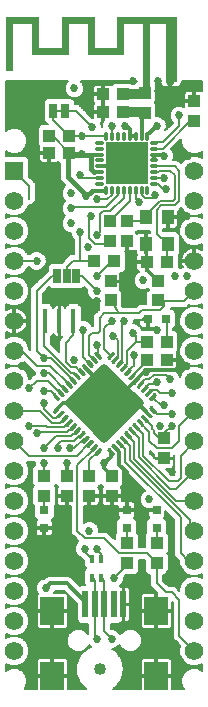
<source format=gtl>
G75*
%MOIN*%
%OFA0B0*%
%FSLAX24Y24*%
%IPPOS*%
%LPD*%
%AMOC8*
5,1,8,0,0,1.08239X$1,22.5*
%
%ADD10R,0.0394X0.0433*%
%ADD11C,0.0400*%
%ADD12R,0.0433X0.0394*%
%ADD13R,0.0315X0.0315*%
%ADD14C,0.0087*%
%ADD15C,0.0190*%
%ADD16R,0.0620X0.0620*%
%ADD17C,0.0620*%
%ADD18R,0.0787X0.0945*%
%ADD19R,0.0197X0.0909*%
%ADD20R,0.0177X0.0276*%
%ADD21C,0.0118*%
%ADD22R,0.1390X0.1390*%
%ADD23R,0.0394X0.0394*%
%ADD24R,0.0413X0.0512*%
%ADD25R,0.0200X0.0400*%
%ADD26R,0.0320X0.0160*%
%ADD27C,0.0000*%
%ADD28C,0.0001*%
%ADD29R,0.0157X0.0787*%
%ADD30C,0.0080*%
%ADD31R,0.0250X0.0500*%
%ADD32C,0.0060*%
%ADD33C,0.0270*%
%ADD34C,0.0070*%
%ADD35C,0.0120*%
%ADD36C,0.0160*%
%ADD37C,0.0240*%
%ADD38C,0.0320*%
D10*
X017900Y022315D03*
X017900Y022985D03*
X019400Y022985D03*
X019400Y022315D03*
X021150Y023565D03*
X021150Y024235D03*
X021235Y027450D03*
X020565Y027450D03*
X019485Y030150D03*
X018815Y030150D03*
X019900Y030815D03*
X019900Y031485D03*
X017985Y034300D03*
X017315Y034300D03*
X020500Y035065D03*
X020500Y035735D03*
D11*
X019000Y016550D03*
D12*
X019900Y020065D03*
X019900Y020735D03*
X020900Y020735D03*
X020900Y020065D03*
X018650Y022315D03*
X018650Y022985D03*
X017150Y022985D03*
X017150Y022315D03*
X020565Y026850D03*
X021235Y026850D03*
X021235Y030100D03*
X020565Y030100D03*
X019350Y030815D03*
X019350Y031485D03*
X017985Y033750D03*
X017315Y033750D03*
X019115Y035100D03*
X019115Y035700D03*
X019785Y035700D03*
X019785Y035100D03*
X022150Y034815D03*
X022150Y035485D03*
D13*
X021195Y028200D03*
X020605Y028200D03*
X020900Y021845D03*
X020900Y021255D03*
X019900Y021255D03*
X019900Y021845D03*
X017150Y021845D03*
X017150Y021255D03*
D14*
X018869Y023711D02*
X019015Y023857D01*
X018869Y023711D02*
X018853Y023727D01*
X018999Y023873D01*
X019015Y023857D01*
X018955Y023797D02*
X018923Y023797D01*
X018730Y023850D02*
X018876Y023996D01*
X018730Y023850D02*
X018714Y023866D01*
X018860Y024012D01*
X018876Y023996D01*
X018816Y023936D02*
X018784Y023936D01*
X018591Y023990D02*
X018737Y024136D01*
X018591Y023990D02*
X018575Y024006D01*
X018721Y024152D01*
X018737Y024136D01*
X018677Y024076D02*
X018645Y024076D01*
X018452Y024129D02*
X018598Y024275D01*
X018452Y024129D02*
X018436Y024145D01*
X018582Y024291D01*
X018598Y024275D01*
X018538Y024215D02*
X018506Y024215D01*
X018312Y024268D02*
X018458Y024414D01*
X018312Y024268D02*
X018296Y024284D01*
X018442Y024430D01*
X018458Y024414D01*
X018398Y024354D02*
X018366Y024354D01*
X018173Y024407D02*
X018319Y024553D01*
X018173Y024407D02*
X018157Y024423D01*
X018303Y024569D01*
X018319Y024553D01*
X018259Y024493D02*
X018227Y024493D01*
X018034Y024546D02*
X018180Y024692D01*
X018034Y024546D02*
X018018Y024562D01*
X018164Y024708D01*
X018180Y024692D01*
X018120Y024632D02*
X018088Y024632D01*
X017895Y024686D02*
X018041Y024832D01*
X017895Y024686D02*
X017879Y024702D01*
X018025Y024848D01*
X018041Y024832D01*
X017981Y024772D02*
X017949Y024772D01*
X017756Y024825D02*
X017902Y024971D01*
X017756Y024825D02*
X017740Y024841D01*
X017886Y024987D01*
X017902Y024971D01*
X017842Y024911D02*
X017810Y024911D01*
X017616Y024964D02*
X017762Y025110D01*
X017616Y024964D02*
X017600Y024980D01*
X017746Y025126D01*
X017762Y025110D01*
X017702Y025050D02*
X017670Y025050D01*
X017477Y025103D02*
X017623Y025249D01*
X017477Y025103D02*
X017461Y025119D01*
X017607Y025265D01*
X017623Y025249D01*
X017563Y025189D02*
X017531Y025189D01*
X017607Y025535D02*
X017461Y025681D01*
X017477Y025697D01*
X017623Y025551D01*
X017607Y025535D01*
X017553Y025621D02*
X017521Y025621D01*
X017600Y025820D02*
X017746Y025674D01*
X017600Y025820D02*
X017616Y025836D01*
X017762Y025690D01*
X017746Y025674D01*
X017692Y025760D02*
X017660Y025760D01*
X017740Y025959D02*
X017886Y025813D01*
X017740Y025959D02*
X017756Y025975D01*
X017902Y025829D01*
X017886Y025813D01*
X017832Y025899D02*
X017800Y025899D01*
X017879Y026098D02*
X018025Y025952D01*
X017879Y026098D02*
X017895Y026114D01*
X018041Y025968D01*
X018025Y025952D01*
X017971Y026038D02*
X017939Y026038D01*
X018018Y026238D02*
X018164Y026092D01*
X018018Y026238D02*
X018034Y026254D01*
X018180Y026108D01*
X018164Y026092D01*
X018110Y026178D02*
X018078Y026178D01*
X018157Y026377D02*
X018303Y026231D01*
X018157Y026377D02*
X018173Y026393D01*
X018319Y026247D01*
X018303Y026231D01*
X018249Y026317D02*
X018217Y026317D01*
X018296Y026516D02*
X018442Y026370D01*
X018296Y026516D02*
X018312Y026532D01*
X018458Y026386D01*
X018442Y026370D01*
X018388Y026456D02*
X018356Y026456D01*
X018436Y026655D02*
X018582Y026509D01*
X018436Y026655D02*
X018452Y026671D01*
X018598Y026525D01*
X018582Y026509D01*
X018528Y026595D02*
X018496Y026595D01*
X018575Y026794D02*
X018721Y026648D01*
X018575Y026794D02*
X018591Y026810D01*
X018737Y026664D01*
X018721Y026648D01*
X018667Y026734D02*
X018635Y026734D01*
X018714Y026933D02*
X018860Y026787D01*
X018714Y026933D02*
X018730Y026949D01*
X018876Y026803D01*
X018860Y026787D01*
X018806Y026873D02*
X018774Y026873D01*
X018853Y027073D02*
X018999Y026927D01*
X018853Y027073D02*
X018869Y027089D01*
X019015Y026943D01*
X018999Y026927D01*
X018945Y027013D02*
X018913Y027013D01*
X019285Y026943D02*
X019431Y027089D01*
X019447Y027073D01*
X019301Y026927D01*
X019285Y026943D01*
X019355Y027013D02*
X019387Y027013D01*
X019570Y026949D02*
X019424Y026803D01*
X019570Y026949D02*
X019586Y026933D01*
X019440Y026787D01*
X019424Y026803D01*
X019494Y026873D02*
X019526Y026873D01*
X019709Y026810D02*
X019563Y026664D01*
X019709Y026810D02*
X019725Y026794D01*
X019579Y026648D01*
X019563Y026664D01*
X019633Y026734D02*
X019665Y026734D01*
X019848Y026671D02*
X019702Y026525D01*
X019848Y026671D02*
X019864Y026655D01*
X019718Y026509D01*
X019702Y026525D01*
X019772Y026595D02*
X019804Y026595D01*
X019988Y026532D02*
X019842Y026386D01*
X019988Y026532D02*
X020004Y026516D01*
X019858Y026370D01*
X019842Y026386D01*
X019912Y026456D02*
X019944Y026456D01*
X020127Y026393D02*
X019981Y026247D01*
X020127Y026393D02*
X020143Y026377D01*
X019997Y026231D01*
X019981Y026247D01*
X020051Y026317D02*
X020083Y026317D01*
X020266Y026254D02*
X020120Y026108D01*
X020266Y026254D02*
X020282Y026238D01*
X020136Y026092D01*
X020120Y026108D01*
X020190Y026178D02*
X020222Y026178D01*
X020405Y026114D02*
X020259Y025968D01*
X020405Y026114D02*
X020421Y026098D01*
X020275Y025952D01*
X020259Y025968D01*
X020329Y026038D02*
X020361Y026038D01*
X020544Y025975D02*
X020398Y025829D01*
X020544Y025975D02*
X020560Y025959D01*
X020414Y025813D01*
X020398Y025829D01*
X020468Y025899D02*
X020500Y025899D01*
X020683Y025836D02*
X020537Y025690D01*
X020683Y025836D02*
X020699Y025820D01*
X020553Y025674D01*
X020537Y025690D01*
X020607Y025760D02*
X020639Y025760D01*
X020823Y025697D02*
X020677Y025551D01*
X020823Y025697D02*
X020839Y025681D01*
X020693Y025535D01*
X020677Y025551D01*
X020747Y025621D02*
X020779Y025621D01*
X020693Y025265D02*
X020839Y025119D01*
X020823Y025103D01*
X020677Y025249D01*
X020693Y025265D01*
X020737Y025189D02*
X020769Y025189D01*
X020699Y024980D02*
X020553Y025126D01*
X020699Y024980D02*
X020683Y024964D01*
X020537Y025110D01*
X020553Y025126D01*
X020597Y025050D02*
X020629Y025050D01*
X020560Y024841D02*
X020414Y024987D01*
X020560Y024841D02*
X020544Y024825D01*
X020398Y024971D01*
X020414Y024987D01*
X020458Y024911D02*
X020490Y024911D01*
X020421Y024702D02*
X020275Y024848D01*
X020421Y024702D02*
X020405Y024686D01*
X020259Y024832D01*
X020275Y024848D01*
X020319Y024772D02*
X020351Y024772D01*
X020282Y024562D02*
X020136Y024708D01*
X020282Y024562D02*
X020266Y024546D01*
X020120Y024692D01*
X020136Y024708D01*
X020180Y024632D02*
X020212Y024632D01*
X020143Y024423D02*
X019997Y024569D01*
X020143Y024423D02*
X020127Y024407D01*
X019981Y024553D01*
X019997Y024569D01*
X020041Y024493D02*
X020073Y024493D01*
X020004Y024284D02*
X019858Y024430D01*
X020004Y024284D02*
X019988Y024268D01*
X019842Y024414D01*
X019858Y024430D01*
X019902Y024354D02*
X019934Y024354D01*
X019864Y024145D02*
X019718Y024291D01*
X019864Y024145D02*
X019848Y024129D01*
X019702Y024275D01*
X019718Y024291D01*
X019762Y024215D02*
X019794Y024215D01*
X019725Y024006D02*
X019579Y024152D01*
X019725Y024006D02*
X019709Y023990D01*
X019563Y024136D01*
X019579Y024152D01*
X019623Y024076D02*
X019655Y024076D01*
X019586Y023866D02*
X019440Y024012D01*
X019586Y023866D02*
X019570Y023850D01*
X019424Y023996D01*
X019440Y024012D01*
X019484Y023936D02*
X019516Y023936D01*
X019447Y023727D02*
X019301Y023873D01*
X019447Y023727D02*
X019431Y023711D01*
X019285Y023857D01*
X019301Y023873D01*
X019345Y023797D02*
X019377Y023797D01*
D15*
X017941Y025400D02*
X019150Y026609D01*
X020359Y025400D01*
X019150Y024191D01*
X017941Y025400D01*
X018961Y024380D02*
X019339Y024380D01*
X019528Y024569D02*
X018772Y024569D01*
X018583Y024758D02*
X019717Y024758D01*
X019906Y024947D02*
X018394Y024947D01*
X018205Y025136D02*
X020095Y025136D01*
X020284Y025325D02*
X018016Y025325D01*
X018055Y025514D02*
X020245Y025514D01*
X020056Y025703D02*
X018244Y025703D01*
X018433Y025892D02*
X019867Y025892D01*
X019678Y026081D02*
X018622Y026081D01*
X018811Y026270D02*
X019489Y026270D01*
X019300Y026459D02*
X019000Y026459D01*
D16*
X016150Y033150D03*
D17*
X016150Y032150D03*
X016150Y031150D03*
X016150Y030150D03*
X016150Y029150D03*
X016150Y028150D03*
X016150Y027150D03*
X016150Y026150D03*
X016150Y025150D03*
X016150Y024150D03*
X016150Y023150D03*
X016150Y022150D03*
X016150Y021150D03*
X016150Y020150D03*
X016150Y019150D03*
X016150Y018150D03*
X016150Y017150D03*
X022150Y017150D03*
X022150Y018150D03*
X022150Y019150D03*
X022150Y020150D03*
X022150Y021150D03*
X022150Y022150D03*
X022150Y023150D03*
X022150Y024150D03*
X022150Y025150D03*
X022150Y026150D03*
X022150Y027150D03*
X022150Y028150D03*
X022150Y029150D03*
X022150Y030150D03*
X022150Y031150D03*
X022150Y032150D03*
X022150Y033150D03*
D18*
X020882Y018478D03*
X020882Y016313D03*
X017418Y016313D03*
X017418Y018478D03*
D19*
X018520Y018700D03*
X018835Y018700D03*
X019150Y018700D03*
X019465Y018700D03*
X019780Y018700D03*
D20*
X019057Y019595D03*
X018743Y019595D03*
X018743Y020205D03*
X019057Y020205D03*
D21*
X019211Y032415D02*
X019211Y032573D01*
X019408Y032573D02*
X019408Y032415D01*
X019605Y032415D02*
X019605Y032573D01*
X019802Y032573D02*
X019802Y032415D01*
X019998Y032415D02*
X019998Y032573D01*
X020195Y032573D02*
X020195Y032415D01*
X020392Y032415D02*
X020392Y032573D01*
X020589Y032573D02*
X020589Y032415D01*
X020727Y032711D02*
X020885Y032711D01*
X020885Y032908D02*
X020727Y032908D01*
X020727Y033105D02*
X020885Y033105D01*
X020885Y033302D02*
X020727Y033302D01*
X020727Y033498D02*
X020885Y033498D01*
X020885Y033695D02*
X020727Y033695D01*
X020727Y033892D02*
X020885Y033892D01*
X020885Y034089D02*
X020727Y034089D01*
X020589Y034227D02*
X020589Y034385D01*
X020392Y034385D02*
X020392Y034227D01*
X020195Y034227D02*
X020195Y034385D01*
X019998Y034385D02*
X019998Y034227D01*
X019802Y034227D02*
X019802Y034385D01*
X019605Y034385D02*
X019605Y034227D01*
X019408Y034227D02*
X019408Y034385D01*
X019211Y034385D02*
X019211Y034227D01*
X019073Y034089D02*
X018915Y034089D01*
X018915Y033892D02*
X019073Y033892D01*
X019073Y033695D02*
X018915Y033695D01*
X018915Y033498D02*
X019073Y033498D01*
X019073Y033302D02*
X018915Y033302D01*
X018915Y033105D02*
X019073Y033105D01*
X019073Y032908D02*
X018915Y032908D01*
X018915Y032711D02*
X019073Y032711D01*
D22*
X019900Y033400D03*
D23*
X019363Y029465D03*
X019363Y028835D03*
X020937Y028835D03*
X020937Y029465D03*
D24*
X021264Y030697D03*
X020536Y030697D03*
X020536Y031603D03*
X021264Y031603D03*
D25*
X020546Y036347D03*
D26*
X021373Y036248D03*
D27*
X021196Y036150D02*
X021550Y036150D01*
X021550Y038276D01*
X019581Y038276D01*
X019581Y037237D01*
X018794Y037237D01*
X018794Y038276D01*
X017731Y038276D01*
X017731Y037237D01*
X016944Y037237D01*
X016944Y038276D01*
X015881Y038276D01*
X015881Y036528D01*
X016078Y036528D01*
X016078Y038079D01*
X016747Y038079D01*
X016747Y037040D01*
X017928Y037040D01*
X017928Y038079D01*
X018597Y038079D01*
X018597Y037040D01*
X019778Y037040D01*
X019778Y038079D01*
X020448Y038079D01*
X020448Y036150D01*
X020644Y036150D01*
X020644Y038079D01*
X021196Y038079D01*
X021196Y036150D01*
D28*
X021196Y036151D02*
X021550Y036151D01*
X021550Y036152D02*
X021196Y036152D01*
X021196Y036153D02*
X021550Y036153D01*
X021550Y036154D02*
X021196Y036154D01*
X021196Y036155D02*
X021550Y036155D01*
X021550Y036156D02*
X021196Y036156D01*
X021196Y036157D02*
X021550Y036157D01*
X021550Y036158D02*
X021196Y036158D01*
X021196Y036159D02*
X021550Y036159D01*
X021550Y036160D02*
X021196Y036160D01*
X021196Y036161D02*
X021550Y036161D01*
X021550Y036162D02*
X021196Y036162D01*
X021196Y036163D02*
X021550Y036163D01*
X021550Y036164D02*
X021196Y036164D01*
X021196Y036165D02*
X021550Y036165D01*
X021550Y036166D02*
X021196Y036166D01*
X021196Y036167D02*
X021550Y036167D01*
X021550Y036168D02*
X021196Y036168D01*
X021196Y036169D02*
X021550Y036169D01*
X021550Y036170D02*
X021196Y036170D01*
X021196Y036171D02*
X021550Y036171D01*
X021550Y036172D02*
X021196Y036172D01*
X021196Y036173D02*
X021550Y036173D01*
X021550Y036174D02*
X021196Y036174D01*
X021196Y036175D02*
X021550Y036175D01*
X021550Y036176D02*
X021196Y036176D01*
X021196Y036177D02*
X021550Y036177D01*
X021550Y036178D02*
X021196Y036178D01*
X021196Y036179D02*
X021550Y036179D01*
X021550Y036180D02*
X021196Y036180D01*
X021196Y036181D02*
X021550Y036181D01*
X021550Y036182D02*
X021196Y036182D01*
X021196Y036183D02*
X021550Y036183D01*
X021550Y036184D02*
X021196Y036184D01*
X021196Y036185D02*
X021550Y036185D01*
X021550Y036186D02*
X021196Y036186D01*
X021196Y036187D02*
X021550Y036187D01*
X021550Y036188D02*
X021196Y036188D01*
X021196Y036189D02*
X021550Y036189D01*
X021550Y036190D02*
X021196Y036190D01*
X021196Y036191D02*
X021550Y036191D01*
X021550Y036192D02*
X021196Y036192D01*
X021196Y036193D02*
X021550Y036193D01*
X021550Y036194D02*
X021196Y036194D01*
X021196Y036195D02*
X021550Y036195D01*
X021550Y036196D02*
X021196Y036196D01*
X021196Y036197D02*
X021550Y036197D01*
X021550Y036198D02*
X021196Y036198D01*
X021196Y036199D02*
X021550Y036199D01*
X021550Y036200D02*
X021196Y036200D01*
X021196Y036201D02*
X021550Y036201D01*
X021550Y036202D02*
X021196Y036202D01*
X021196Y036203D02*
X021550Y036203D01*
X021550Y036204D02*
X021196Y036204D01*
X021196Y036205D02*
X021550Y036205D01*
X021550Y036206D02*
X021196Y036206D01*
X021196Y036207D02*
X021550Y036207D01*
X021550Y036208D02*
X021196Y036208D01*
X021196Y036209D02*
X021550Y036209D01*
X021550Y036210D02*
X021196Y036210D01*
X021196Y036211D02*
X021550Y036211D01*
X021550Y036212D02*
X021196Y036212D01*
X021196Y036213D02*
X021550Y036213D01*
X021550Y036214D02*
X021196Y036214D01*
X021196Y036215D02*
X021550Y036215D01*
X021550Y036216D02*
X021196Y036216D01*
X021196Y036217D02*
X021550Y036217D01*
X021550Y036218D02*
X021196Y036218D01*
X021196Y036219D02*
X021550Y036219D01*
X021550Y036220D02*
X021196Y036220D01*
X021196Y036221D02*
X021550Y036221D01*
X021550Y036222D02*
X021196Y036222D01*
X021196Y036223D02*
X021550Y036223D01*
X021550Y036224D02*
X021196Y036224D01*
X021196Y036225D02*
X021550Y036225D01*
X021550Y036226D02*
X021196Y036226D01*
X021196Y036227D02*
X021550Y036227D01*
X021550Y036228D02*
X021196Y036228D01*
X021196Y036229D02*
X021550Y036229D01*
X021550Y036230D02*
X021196Y036230D01*
X021196Y036231D02*
X021550Y036231D01*
X021550Y036232D02*
X021196Y036232D01*
X021196Y036233D02*
X021550Y036233D01*
X021550Y036234D02*
X021196Y036234D01*
X021196Y036235D02*
X021550Y036235D01*
X021550Y036236D02*
X021196Y036236D01*
X021196Y036237D02*
X021550Y036237D01*
X021550Y036238D02*
X021196Y036238D01*
X021196Y036239D02*
X021550Y036239D01*
X021550Y036240D02*
X021196Y036240D01*
X021196Y036241D02*
X021550Y036241D01*
X021550Y036242D02*
X021196Y036242D01*
X021196Y036243D02*
X021550Y036243D01*
X021550Y036244D02*
X021196Y036244D01*
X021196Y036245D02*
X021550Y036245D01*
X021550Y036246D02*
X021196Y036246D01*
X021196Y036247D02*
X021550Y036247D01*
X021550Y036248D02*
X021196Y036248D01*
X021196Y036249D02*
X021550Y036249D01*
X021550Y036250D02*
X021196Y036250D01*
X021196Y036251D02*
X021550Y036251D01*
X021550Y036252D02*
X021196Y036252D01*
X021196Y036253D02*
X021550Y036253D01*
X021550Y036254D02*
X021196Y036254D01*
X021196Y036255D02*
X021550Y036255D01*
X021550Y036256D02*
X021196Y036256D01*
X021196Y036257D02*
X021550Y036257D01*
X021550Y036258D02*
X021196Y036258D01*
X021196Y036259D02*
X021550Y036259D01*
X021550Y036260D02*
X021196Y036260D01*
X021196Y036261D02*
X021550Y036261D01*
X021550Y036262D02*
X021196Y036262D01*
X021196Y036263D02*
X021550Y036263D01*
X021550Y036264D02*
X021196Y036264D01*
X021196Y036265D02*
X021550Y036265D01*
X021550Y036266D02*
X021196Y036266D01*
X021196Y036267D02*
X021550Y036267D01*
X021550Y036268D02*
X021196Y036268D01*
X021196Y036269D02*
X021550Y036269D01*
X021550Y036270D02*
X021196Y036270D01*
X021196Y036271D02*
X021550Y036271D01*
X021550Y036272D02*
X021196Y036272D01*
X021196Y036273D02*
X021550Y036273D01*
X021550Y036274D02*
X021196Y036274D01*
X021196Y036275D02*
X021550Y036275D01*
X021550Y036276D02*
X021196Y036276D01*
X021196Y036277D02*
X021550Y036277D01*
X021550Y036278D02*
X021196Y036278D01*
X021196Y036279D02*
X021550Y036279D01*
X021550Y036280D02*
X021196Y036280D01*
X021196Y036281D02*
X021550Y036281D01*
X021550Y036282D02*
X021196Y036282D01*
X021196Y036283D02*
X021550Y036283D01*
X021550Y036284D02*
X021196Y036284D01*
X021196Y036285D02*
X021550Y036285D01*
X021550Y036286D02*
X021196Y036286D01*
X021196Y036287D02*
X021550Y036287D01*
X021550Y036288D02*
X021196Y036288D01*
X021196Y036289D02*
X021550Y036289D01*
X021550Y036290D02*
X021196Y036290D01*
X021196Y036291D02*
X021550Y036291D01*
X021550Y036292D02*
X021196Y036292D01*
X021196Y036293D02*
X021550Y036293D01*
X021550Y036294D02*
X021196Y036294D01*
X021196Y036295D02*
X021550Y036295D01*
X021550Y036296D02*
X021196Y036296D01*
X021196Y036297D02*
X021550Y036297D01*
X021550Y036298D02*
X021196Y036298D01*
X021196Y036299D02*
X021550Y036299D01*
X021550Y036300D02*
X021196Y036300D01*
X021196Y036301D02*
X021550Y036301D01*
X021550Y036302D02*
X021196Y036302D01*
X021196Y036303D02*
X021550Y036303D01*
X021550Y036304D02*
X021196Y036304D01*
X021196Y036305D02*
X021550Y036305D01*
X021550Y036306D02*
X021196Y036306D01*
X021196Y036307D02*
X021550Y036307D01*
X021550Y036308D02*
X021196Y036308D01*
X021196Y036309D02*
X021550Y036309D01*
X021550Y036310D02*
X021196Y036310D01*
X021196Y036311D02*
X021550Y036311D01*
X021550Y036312D02*
X021196Y036312D01*
X021196Y036313D02*
X021550Y036313D01*
X021550Y036314D02*
X021196Y036314D01*
X021196Y036315D02*
X021550Y036315D01*
X021550Y036316D02*
X021196Y036316D01*
X021196Y036317D02*
X021550Y036317D01*
X021550Y036318D02*
X021196Y036318D01*
X021196Y036319D02*
X021550Y036319D01*
X021550Y036320D02*
X021196Y036320D01*
X021196Y036321D02*
X021550Y036321D01*
X021550Y036322D02*
X021196Y036322D01*
X021196Y036323D02*
X021550Y036323D01*
X021550Y036324D02*
X021196Y036324D01*
X021196Y036325D02*
X021550Y036325D01*
X021550Y036326D02*
X021196Y036326D01*
X021196Y036327D02*
X021550Y036327D01*
X021550Y036328D02*
X021196Y036328D01*
X021196Y036329D02*
X021550Y036329D01*
X021550Y036330D02*
X021196Y036330D01*
X021196Y036331D02*
X021550Y036331D01*
X021550Y036332D02*
X021196Y036332D01*
X021196Y036333D02*
X021550Y036333D01*
X021550Y036334D02*
X021196Y036334D01*
X021196Y036335D02*
X021550Y036335D01*
X021550Y036336D02*
X021196Y036336D01*
X021196Y036337D02*
X021550Y036337D01*
X021550Y036338D02*
X021196Y036338D01*
X021196Y036339D02*
X021550Y036339D01*
X021550Y036340D02*
X021196Y036340D01*
X021196Y036341D02*
X021550Y036341D01*
X021550Y036342D02*
X021196Y036342D01*
X021196Y036343D02*
X021550Y036343D01*
X021550Y036344D02*
X021196Y036344D01*
X021196Y036345D02*
X021550Y036345D01*
X021550Y036346D02*
X021196Y036346D01*
X021196Y036347D02*
X021550Y036347D01*
X021550Y036348D02*
X021196Y036348D01*
X021196Y036349D02*
X021550Y036349D01*
X021550Y036350D02*
X021196Y036350D01*
X021196Y036351D02*
X021550Y036351D01*
X021550Y036352D02*
X021196Y036352D01*
X021196Y036353D02*
X021550Y036353D01*
X021550Y036354D02*
X021196Y036354D01*
X021196Y036355D02*
X021550Y036355D01*
X021550Y036356D02*
X021196Y036356D01*
X021196Y036357D02*
X021550Y036357D01*
X021550Y036358D02*
X021196Y036358D01*
X021196Y036359D02*
X021550Y036359D01*
X021550Y036360D02*
X021196Y036360D01*
X021196Y036361D02*
X021550Y036361D01*
X021550Y036362D02*
X021196Y036362D01*
X021196Y036363D02*
X021550Y036363D01*
X021550Y036364D02*
X021196Y036364D01*
X021196Y036365D02*
X021550Y036365D01*
X021550Y036366D02*
X021196Y036366D01*
X021196Y036367D02*
X021550Y036367D01*
X021550Y036368D02*
X021196Y036368D01*
X021196Y036369D02*
X021550Y036369D01*
X021550Y036370D02*
X021196Y036370D01*
X021196Y036371D02*
X021550Y036371D01*
X021550Y036372D02*
X021196Y036372D01*
X021196Y036373D02*
X021550Y036373D01*
X021550Y036374D02*
X021196Y036374D01*
X021196Y036375D02*
X021550Y036375D01*
X021550Y036376D02*
X021196Y036376D01*
X021196Y036377D02*
X021550Y036377D01*
X021550Y036378D02*
X021196Y036378D01*
X021196Y036379D02*
X021550Y036379D01*
X021550Y036380D02*
X021196Y036380D01*
X021196Y036381D02*
X021550Y036381D01*
X021550Y036382D02*
X021196Y036382D01*
X021196Y036383D02*
X021550Y036383D01*
X021550Y036384D02*
X021196Y036384D01*
X021196Y036385D02*
X021550Y036385D01*
X021550Y036386D02*
X021196Y036386D01*
X021196Y036387D02*
X021550Y036387D01*
X021550Y036388D02*
X021196Y036388D01*
X021196Y036389D02*
X021550Y036389D01*
X021550Y036390D02*
X021196Y036390D01*
X021196Y036391D02*
X021550Y036391D01*
X021550Y036392D02*
X021196Y036392D01*
X021196Y036393D02*
X021550Y036393D01*
X021550Y036394D02*
X021196Y036394D01*
X021196Y036395D02*
X021550Y036395D01*
X021550Y036396D02*
X021196Y036396D01*
X021196Y036397D02*
X021550Y036397D01*
X021550Y036398D02*
X021196Y036398D01*
X021196Y036399D02*
X021550Y036399D01*
X021550Y036400D02*
X021196Y036400D01*
X021196Y036401D02*
X021550Y036401D01*
X021550Y036402D02*
X021196Y036402D01*
X021196Y036403D02*
X021550Y036403D01*
X021550Y036404D02*
X021196Y036404D01*
X021196Y036405D02*
X021550Y036405D01*
X021550Y036406D02*
X021196Y036406D01*
X021196Y036407D02*
X021550Y036407D01*
X021550Y036408D02*
X021196Y036408D01*
X021196Y036409D02*
X021550Y036409D01*
X021550Y036410D02*
X021196Y036410D01*
X021196Y036411D02*
X021550Y036411D01*
X021550Y036412D02*
X021196Y036412D01*
X021196Y036413D02*
X021550Y036413D01*
X021550Y036414D02*
X021196Y036414D01*
X021196Y036415D02*
X021550Y036415D01*
X021550Y036416D02*
X021196Y036416D01*
X021196Y036417D02*
X021550Y036417D01*
X021550Y036418D02*
X021196Y036418D01*
X021196Y036419D02*
X021550Y036419D01*
X021550Y036420D02*
X021196Y036420D01*
X021196Y036421D02*
X021550Y036421D01*
X021550Y036422D02*
X021196Y036422D01*
X021196Y036423D02*
X021550Y036423D01*
X021550Y036424D02*
X021196Y036424D01*
X021196Y036425D02*
X021550Y036425D01*
X021550Y036426D02*
X021196Y036426D01*
X021196Y036427D02*
X021550Y036427D01*
X021550Y036428D02*
X021196Y036428D01*
X021196Y036429D02*
X021550Y036429D01*
X021550Y036430D02*
X021196Y036430D01*
X021196Y036431D02*
X021550Y036431D01*
X021550Y036432D02*
X021196Y036432D01*
X021196Y036433D02*
X021550Y036433D01*
X021550Y036434D02*
X021196Y036434D01*
X021196Y036435D02*
X021550Y036435D01*
X021550Y036436D02*
X021196Y036436D01*
X021196Y036437D02*
X021550Y036437D01*
X021550Y036438D02*
X021196Y036438D01*
X021196Y036439D02*
X021550Y036439D01*
X021550Y036440D02*
X021196Y036440D01*
X021196Y036441D02*
X021550Y036441D01*
X021550Y036442D02*
X021196Y036442D01*
X021196Y036443D02*
X021550Y036443D01*
X021550Y036444D02*
X021196Y036444D01*
X021196Y036445D02*
X021550Y036445D01*
X021550Y036446D02*
X021196Y036446D01*
X021196Y036447D02*
X021550Y036447D01*
X021550Y036448D02*
X021196Y036448D01*
X021196Y036449D02*
X021550Y036449D01*
X021550Y036450D02*
X021196Y036450D01*
X021196Y036451D02*
X021550Y036451D01*
X021550Y036452D02*
X021196Y036452D01*
X021196Y036453D02*
X021550Y036453D01*
X021550Y036454D02*
X021196Y036454D01*
X021196Y036455D02*
X021550Y036455D01*
X021550Y036456D02*
X021196Y036456D01*
X021196Y036457D02*
X021550Y036457D01*
X021550Y036458D02*
X021196Y036458D01*
X021550Y036458D01*
X021550Y036459D02*
X021196Y036459D01*
X021196Y036460D02*
X021550Y036460D01*
X021550Y036461D02*
X021196Y036461D01*
X021196Y036462D02*
X021550Y036462D01*
X021550Y036463D02*
X021196Y036463D01*
X021196Y036464D02*
X021550Y036464D01*
X021550Y036465D02*
X021196Y036465D01*
X021196Y036466D02*
X021550Y036466D01*
X021550Y036467D02*
X021196Y036467D01*
X021196Y036468D02*
X021550Y036468D01*
X021550Y036469D02*
X021196Y036469D01*
X021196Y036470D02*
X021550Y036470D01*
X021550Y036471D02*
X021196Y036471D01*
X021196Y036472D02*
X021550Y036472D01*
X021550Y036473D02*
X021196Y036473D01*
X021196Y036474D02*
X021550Y036474D01*
X021550Y036475D02*
X021196Y036475D01*
X021196Y036476D02*
X021550Y036476D01*
X021550Y036477D02*
X021196Y036477D01*
X021196Y036478D02*
X021550Y036478D01*
X021550Y036479D02*
X021196Y036479D01*
X021196Y036480D02*
X021550Y036480D01*
X021550Y036481D02*
X021196Y036481D01*
X021196Y036482D02*
X021550Y036482D01*
X021550Y036483D02*
X021196Y036483D01*
X021196Y036484D02*
X021550Y036484D01*
X021550Y036485D02*
X021196Y036485D01*
X021196Y036486D02*
X021550Y036486D01*
X021550Y036487D02*
X021196Y036487D01*
X021196Y036488D02*
X021550Y036488D01*
X021550Y036489D02*
X021196Y036489D01*
X021196Y036490D02*
X021550Y036490D01*
X021550Y036491D02*
X021196Y036491D01*
X021196Y036492D02*
X021550Y036492D01*
X021550Y036493D02*
X021196Y036493D01*
X021196Y036494D02*
X021550Y036494D01*
X021550Y036495D02*
X021196Y036495D01*
X021196Y036496D02*
X021550Y036496D01*
X021550Y036497D02*
X021196Y036497D01*
X021196Y036498D02*
X021550Y036498D01*
X021550Y036499D02*
X021196Y036499D01*
X021196Y036500D02*
X021550Y036500D01*
X021550Y036501D02*
X021196Y036501D01*
X021196Y036502D02*
X021550Y036502D01*
X021550Y036503D02*
X021196Y036503D01*
X021196Y036504D02*
X021550Y036504D01*
X021550Y036505D02*
X021196Y036505D01*
X021196Y036506D02*
X021550Y036506D01*
X021550Y036507D02*
X021196Y036507D01*
X021196Y036508D02*
X021550Y036508D01*
X021550Y036509D02*
X021196Y036509D01*
X021196Y036510D02*
X021550Y036510D01*
X021550Y036511D02*
X021196Y036511D01*
X021196Y036512D02*
X021550Y036512D01*
X021550Y036513D02*
X021196Y036513D01*
X021196Y036514D02*
X021550Y036514D01*
X021550Y036515D02*
X021196Y036515D01*
X021196Y036516D02*
X021550Y036516D01*
X021550Y036517D02*
X021196Y036517D01*
X021196Y036518D02*
X021550Y036518D01*
X021550Y036519D02*
X021196Y036519D01*
X021196Y036520D02*
X021550Y036520D01*
X021550Y036521D02*
X021196Y036521D01*
X021196Y036522D02*
X021550Y036522D01*
X021550Y036523D02*
X021196Y036523D01*
X021196Y036524D02*
X021550Y036524D01*
X021550Y036525D02*
X021196Y036525D01*
X021196Y036526D02*
X021550Y036526D01*
X021550Y036527D02*
X021196Y036527D01*
X021196Y036528D02*
X021550Y036528D01*
X021550Y036529D02*
X021196Y036529D01*
X021196Y036530D02*
X021550Y036530D01*
X021550Y036531D02*
X021196Y036531D01*
X021196Y036532D02*
X021550Y036532D01*
X021550Y036533D02*
X021196Y036533D01*
X021196Y036534D02*
X021550Y036534D01*
X021550Y036535D02*
X021196Y036535D01*
X021196Y036536D02*
X021550Y036536D01*
X021550Y036537D02*
X021196Y036537D01*
X021196Y036538D02*
X021550Y036538D01*
X021550Y036539D02*
X021196Y036539D01*
X021196Y036540D02*
X021550Y036540D01*
X021550Y036541D02*
X021196Y036541D01*
X021196Y036542D02*
X021550Y036542D01*
X021550Y036543D02*
X021196Y036543D01*
X021196Y036544D02*
X021550Y036544D01*
X021550Y036545D02*
X021196Y036545D01*
X021196Y036546D02*
X021550Y036546D01*
X021550Y036547D02*
X021196Y036547D01*
X021196Y036548D02*
X021550Y036548D01*
X021550Y036549D02*
X021196Y036549D01*
X021196Y036550D02*
X021550Y036550D01*
X021550Y036551D02*
X021196Y036551D01*
X021196Y036552D02*
X021550Y036552D01*
X021550Y036553D02*
X021196Y036553D01*
X021196Y036554D02*
X021550Y036554D01*
X021550Y036555D02*
X021196Y036555D01*
X021196Y036556D02*
X021550Y036556D01*
X021550Y036557D02*
X021196Y036557D01*
X021196Y036558D02*
X021550Y036558D01*
X021550Y036559D02*
X021196Y036559D01*
X021196Y036560D02*
X021550Y036560D01*
X021550Y036561D02*
X021196Y036561D01*
X021196Y036562D02*
X021550Y036562D01*
X021550Y036563D02*
X021196Y036563D01*
X021196Y036564D02*
X021550Y036564D01*
X021550Y036565D02*
X021196Y036565D01*
X021196Y036566D02*
X021550Y036566D01*
X021550Y036567D02*
X021196Y036567D01*
X021196Y036568D02*
X021550Y036568D01*
X021550Y036569D02*
X021196Y036569D01*
X021196Y036570D02*
X021550Y036570D01*
X021550Y036571D02*
X021196Y036571D01*
X021196Y036572D02*
X021550Y036572D01*
X021550Y036573D02*
X021196Y036573D01*
X021196Y036574D02*
X021550Y036574D01*
X021550Y036575D02*
X021196Y036575D01*
X021196Y036576D02*
X021550Y036576D01*
X021550Y036577D02*
X021196Y036577D01*
X021196Y036578D02*
X021550Y036578D01*
X021550Y036579D02*
X021196Y036579D01*
X021196Y036580D02*
X021550Y036580D01*
X021550Y036581D02*
X021196Y036581D01*
X021196Y036582D02*
X021550Y036582D01*
X021550Y036583D02*
X021196Y036583D01*
X021196Y036584D02*
X021550Y036584D01*
X021550Y036585D02*
X021196Y036585D01*
X021196Y036586D02*
X021550Y036586D01*
X021550Y036587D02*
X021196Y036587D01*
X021196Y036588D02*
X021550Y036588D01*
X021550Y036589D02*
X021196Y036589D01*
X021196Y036590D02*
X021550Y036590D01*
X021550Y036591D02*
X021196Y036591D01*
X021196Y036592D02*
X021550Y036592D01*
X021550Y036593D02*
X021196Y036593D01*
X021196Y036594D02*
X021550Y036594D01*
X021550Y036595D02*
X021196Y036595D01*
X021196Y036596D02*
X021550Y036596D01*
X021550Y036597D02*
X021196Y036597D01*
X021196Y036598D02*
X021550Y036598D01*
X021550Y036599D02*
X021196Y036599D01*
X021196Y036600D02*
X021550Y036600D01*
X021550Y036601D02*
X021196Y036601D01*
X021196Y036602D02*
X021550Y036602D01*
X021550Y036603D02*
X021196Y036603D01*
X021196Y036604D02*
X021550Y036604D01*
X021550Y036605D02*
X021196Y036605D01*
X021196Y036606D02*
X021550Y036606D01*
X021550Y036607D02*
X021196Y036607D01*
X021196Y036608D02*
X021550Y036608D01*
X021550Y036609D02*
X021196Y036609D01*
X021196Y036610D02*
X021550Y036610D01*
X021550Y036611D02*
X021196Y036611D01*
X021196Y036612D02*
X021550Y036612D01*
X021550Y036613D02*
X021196Y036613D01*
X021196Y036614D02*
X021550Y036614D01*
X021550Y036615D02*
X021196Y036615D01*
X021196Y036616D02*
X021550Y036616D01*
X021550Y036617D02*
X021196Y036617D01*
X021196Y036618D02*
X021550Y036618D01*
X021550Y036619D02*
X021196Y036619D01*
X021196Y036620D02*
X021550Y036620D01*
X021550Y036621D02*
X021196Y036621D01*
X021196Y036622D02*
X021550Y036622D01*
X021550Y036623D02*
X021196Y036623D01*
X021196Y036624D02*
X021550Y036624D01*
X021550Y036625D02*
X021196Y036625D01*
X021196Y036626D02*
X021550Y036626D01*
X021550Y036627D02*
X021196Y036627D01*
X021196Y036628D02*
X021550Y036628D01*
X021550Y036629D02*
X021196Y036629D01*
X021196Y036630D02*
X021550Y036630D01*
X021550Y036631D02*
X021196Y036631D01*
X021196Y036632D02*
X021550Y036632D01*
X021550Y036633D02*
X021196Y036633D01*
X021196Y036634D02*
X021550Y036634D01*
X021550Y036635D02*
X021196Y036635D01*
X021196Y036636D02*
X021550Y036636D01*
X021550Y036637D02*
X021196Y036637D01*
X021196Y036638D02*
X021550Y036638D01*
X021550Y036639D02*
X021196Y036639D01*
X021196Y036640D02*
X021550Y036640D01*
X021550Y036641D02*
X021196Y036641D01*
X021196Y036642D02*
X021550Y036642D01*
X021550Y036643D02*
X021196Y036643D01*
X021196Y036644D02*
X021550Y036644D01*
X021550Y036645D02*
X021196Y036645D01*
X021196Y036646D02*
X021550Y036646D01*
X021550Y036647D02*
X021196Y036647D01*
X021196Y036648D02*
X021550Y036648D01*
X021550Y036649D02*
X021196Y036649D01*
X021196Y036650D02*
X021550Y036650D01*
X021550Y036651D02*
X021196Y036651D01*
X021196Y036652D02*
X021550Y036652D01*
X021550Y036653D02*
X021196Y036653D01*
X021196Y036654D02*
X021550Y036654D01*
X021550Y036655D02*
X021196Y036655D01*
X021196Y036656D02*
X021550Y036656D01*
X021550Y036657D02*
X021196Y036657D01*
X021196Y036658D02*
X021550Y036658D01*
X021550Y036659D02*
X021196Y036659D01*
X021196Y036660D02*
X021550Y036660D01*
X021550Y036661D02*
X021196Y036661D01*
X021196Y036662D02*
X021550Y036662D01*
X021550Y036663D02*
X021196Y036663D01*
X021196Y036664D02*
X021550Y036664D01*
X021550Y036665D02*
X021196Y036665D01*
X021196Y036666D02*
X021550Y036666D01*
X021550Y036667D02*
X021196Y036667D01*
X021196Y036668D02*
X021550Y036668D01*
X021550Y036669D02*
X021196Y036669D01*
X021196Y036670D02*
X021550Y036670D01*
X021550Y036671D02*
X021196Y036671D01*
X021196Y036672D02*
X021550Y036672D01*
X021550Y036673D02*
X021196Y036673D01*
X021196Y036674D02*
X021550Y036674D01*
X021550Y036675D02*
X021196Y036675D01*
X021196Y036676D02*
X021550Y036676D01*
X021550Y036677D02*
X021196Y036677D01*
X021196Y036678D02*
X021550Y036678D01*
X021550Y036679D02*
X021196Y036679D01*
X021196Y036680D02*
X021550Y036680D01*
X021550Y036681D02*
X021196Y036681D01*
X021196Y036682D02*
X021550Y036682D01*
X021550Y036683D02*
X021196Y036683D01*
X021196Y036684D02*
X021550Y036684D01*
X021550Y036685D02*
X021196Y036685D01*
X021196Y036686D02*
X021550Y036686D01*
X021550Y036687D02*
X021196Y036687D01*
X021196Y036688D02*
X021550Y036688D01*
X021550Y036689D02*
X021196Y036689D01*
X021196Y036690D02*
X021550Y036690D01*
X021550Y036691D02*
X021196Y036691D01*
X021196Y036692D02*
X021550Y036692D01*
X021550Y036693D02*
X021196Y036693D01*
X021196Y036694D02*
X021550Y036694D01*
X021550Y036695D02*
X021196Y036695D01*
X021196Y036696D02*
X021550Y036696D01*
X021550Y036697D02*
X021196Y036697D01*
X021196Y036698D02*
X021550Y036698D01*
X021550Y036699D02*
X021196Y036699D01*
X021196Y036700D02*
X021550Y036700D01*
X021550Y036701D02*
X021196Y036701D01*
X021196Y036702D02*
X021550Y036702D01*
X021550Y036703D02*
X021196Y036703D01*
X021196Y036704D02*
X021550Y036704D01*
X021550Y036705D02*
X021196Y036705D01*
X021196Y036706D02*
X021550Y036706D01*
X021550Y036707D02*
X021196Y036707D01*
X021196Y036708D02*
X021550Y036708D01*
X021550Y036709D02*
X021196Y036709D01*
X021196Y036710D02*
X021550Y036710D01*
X021550Y036711D02*
X021196Y036711D01*
X021196Y036712D02*
X021550Y036712D01*
X021550Y036713D02*
X021196Y036713D01*
X021196Y036714D02*
X021550Y036714D01*
X021550Y036715D02*
X021196Y036715D01*
X021196Y036716D02*
X021550Y036716D01*
X021550Y036717D02*
X021196Y036717D01*
X021196Y036718D02*
X021550Y036718D01*
X021550Y036719D02*
X021196Y036719D01*
X021196Y036720D02*
X021550Y036720D01*
X021550Y036721D02*
X021196Y036721D01*
X021196Y036722D02*
X021550Y036722D01*
X021550Y036723D02*
X021196Y036723D01*
X021196Y036724D02*
X021550Y036724D01*
X021550Y036725D02*
X021196Y036725D01*
X021196Y036726D02*
X021550Y036726D01*
X021550Y036727D02*
X021196Y036727D01*
X021196Y036728D02*
X021550Y036728D01*
X021550Y036729D02*
X021196Y036729D01*
X021196Y036730D02*
X021550Y036730D01*
X021550Y036731D02*
X021196Y036731D01*
X021196Y036732D02*
X021550Y036732D01*
X021550Y036733D02*
X021196Y036733D01*
X021196Y036734D02*
X021550Y036734D01*
X021550Y036735D02*
X021196Y036735D01*
X021196Y036736D02*
X021550Y036736D01*
X021550Y036737D02*
X021196Y036737D01*
X021196Y036738D02*
X021550Y036738D01*
X021550Y036739D02*
X021196Y036739D01*
X021196Y036740D02*
X021550Y036740D01*
X021550Y036741D02*
X021196Y036741D01*
X021196Y036742D02*
X021550Y036742D01*
X021550Y036743D02*
X021196Y036743D01*
X021196Y036744D02*
X021550Y036744D01*
X021550Y036745D02*
X021196Y036745D01*
X021196Y036746D02*
X021550Y036746D01*
X021550Y036747D02*
X021196Y036747D01*
X021196Y036748D02*
X021550Y036748D01*
X021550Y036749D02*
X021196Y036749D01*
X021196Y036750D02*
X021550Y036750D01*
X021550Y036751D02*
X021196Y036751D01*
X021196Y036752D02*
X021550Y036752D01*
X021550Y036753D02*
X021196Y036753D01*
X021196Y036754D02*
X021550Y036754D01*
X021550Y036755D02*
X021196Y036755D01*
X021196Y036756D02*
X021550Y036756D01*
X021550Y036757D02*
X021196Y036757D01*
X021196Y036758D02*
X021550Y036758D01*
X021550Y036759D02*
X021196Y036759D01*
X021196Y036760D02*
X021550Y036760D01*
X021550Y036761D02*
X021196Y036761D01*
X021196Y036762D02*
X021550Y036762D01*
X021550Y036763D02*
X021196Y036763D01*
X021196Y036764D02*
X021550Y036764D01*
X021550Y036765D02*
X021196Y036765D01*
X021196Y036766D02*
X021550Y036766D01*
X021550Y036767D02*
X021196Y036767D01*
X021196Y036768D02*
X021550Y036768D01*
X021550Y036769D02*
X021196Y036769D01*
X021196Y036770D02*
X021550Y036770D01*
X021550Y036771D02*
X021196Y036771D01*
X021196Y036772D02*
X021550Y036772D01*
X021550Y036773D02*
X021196Y036773D01*
X021196Y036774D02*
X021550Y036774D01*
X021550Y036775D02*
X021196Y036775D01*
X021196Y036776D02*
X021550Y036776D01*
X021550Y036777D02*
X021196Y036777D01*
X021196Y036778D02*
X021550Y036778D01*
X021550Y036779D02*
X021196Y036779D01*
X021196Y036780D02*
X021550Y036780D01*
X021550Y036781D02*
X021196Y036781D01*
X021196Y036782D02*
X021550Y036782D01*
X021550Y036783D02*
X021196Y036783D01*
X021196Y036784D02*
X021550Y036784D01*
X021550Y036785D02*
X021196Y036785D01*
X021196Y036786D02*
X021550Y036786D01*
X021550Y036787D02*
X021196Y036787D01*
X021196Y036788D02*
X021550Y036788D01*
X021550Y036789D02*
X021196Y036789D01*
X021196Y036790D02*
X021550Y036790D01*
X021550Y036791D02*
X021196Y036791D01*
X021196Y036792D02*
X021550Y036792D01*
X021550Y036793D02*
X021196Y036793D01*
X021196Y036794D02*
X021550Y036794D01*
X021550Y036795D02*
X021196Y036795D01*
X021196Y036796D02*
X021550Y036796D01*
X021550Y036797D02*
X021196Y036797D01*
X021196Y036798D02*
X021550Y036798D01*
X021550Y036799D02*
X021196Y036799D01*
X021196Y036800D02*
X021550Y036800D01*
X021550Y036801D02*
X021196Y036801D01*
X021196Y036802D02*
X021550Y036802D01*
X021550Y036803D02*
X021196Y036803D01*
X021196Y036804D02*
X021550Y036804D01*
X021550Y036805D02*
X021196Y036805D01*
X021196Y036806D02*
X021550Y036806D01*
X021550Y036807D02*
X021196Y036807D01*
X021196Y036808D02*
X021550Y036808D01*
X021550Y036809D02*
X021196Y036809D01*
X021196Y036810D02*
X021550Y036810D01*
X021550Y036811D02*
X021196Y036811D01*
X021196Y036812D02*
X021550Y036812D01*
X021550Y036813D02*
X021196Y036813D01*
X021196Y036814D02*
X021550Y036814D01*
X021550Y036815D02*
X021196Y036815D01*
X021196Y036816D02*
X021550Y036816D01*
X021550Y036817D02*
X021196Y036817D01*
X021196Y036818D02*
X021550Y036818D01*
X021550Y036819D02*
X021196Y036819D01*
X021196Y036820D02*
X021550Y036820D01*
X021550Y036821D02*
X021196Y036821D01*
X021196Y036822D02*
X021550Y036822D01*
X021550Y036823D02*
X021196Y036823D01*
X021196Y036824D02*
X021550Y036824D01*
X021550Y036825D02*
X021196Y036825D01*
X021196Y036826D02*
X021550Y036826D01*
X021550Y036827D02*
X021196Y036827D01*
X021196Y036828D02*
X021550Y036828D01*
X021550Y036829D02*
X021196Y036829D01*
X021196Y036830D02*
X021550Y036830D01*
X021550Y036831D02*
X021196Y036831D01*
X021196Y036832D02*
X021550Y036832D01*
X021550Y036833D02*
X021196Y036833D01*
X021196Y036834D02*
X021550Y036834D01*
X021550Y036835D02*
X021196Y036835D01*
X021196Y036836D02*
X021550Y036836D01*
X021550Y036837D02*
X021196Y036837D01*
X021196Y036838D02*
X021550Y036838D01*
X021550Y036839D02*
X021196Y036839D01*
X021196Y036840D02*
X021550Y036840D01*
X021550Y036841D02*
X021196Y036841D01*
X021196Y036842D02*
X021550Y036842D01*
X021550Y036843D02*
X021196Y036843D01*
X021196Y036844D02*
X021550Y036844D01*
X021550Y036845D02*
X021196Y036845D01*
X021196Y036846D02*
X021550Y036846D01*
X021550Y036847D02*
X021196Y036847D01*
X021196Y036848D02*
X021550Y036848D01*
X021550Y036849D02*
X021196Y036849D01*
X021196Y036850D02*
X021550Y036850D01*
X021550Y036851D02*
X021196Y036851D01*
X021196Y036852D02*
X021550Y036852D01*
X021550Y036853D02*
X021196Y036853D01*
X021196Y036854D02*
X021550Y036854D01*
X021550Y036855D02*
X021196Y036855D01*
X021196Y036856D02*
X021550Y036856D01*
X021550Y036857D02*
X021196Y036857D01*
X021196Y036858D02*
X021550Y036858D01*
X021550Y036859D02*
X021196Y036859D01*
X021196Y036860D02*
X021550Y036860D01*
X021550Y036861D02*
X021196Y036861D01*
X021196Y036862D02*
X021550Y036862D01*
X021550Y036863D02*
X021196Y036863D01*
X021196Y036864D02*
X021550Y036864D01*
X021550Y036865D02*
X021196Y036865D01*
X021196Y036866D02*
X021550Y036866D01*
X021550Y036867D02*
X021196Y036867D01*
X021196Y036868D02*
X021550Y036868D01*
X021550Y036869D02*
X021196Y036869D01*
X021196Y036870D02*
X021550Y036870D01*
X021550Y036871D02*
X021196Y036871D01*
X021196Y036872D02*
X021550Y036872D01*
X021550Y036873D02*
X021196Y036873D01*
X021196Y036874D02*
X021550Y036874D01*
X021550Y036875D02*
X021196Y036875D01*
X021196Y036876D02*
X021550Y036876D01*
X021550Y036877D02*
X021196Y036877D01*
X021196Y036878D02*
X021550Y036878D01*
X021550Y036879D02*
X021196Y036879D01*
X021196Y036880D02*
X021550Y036880D01*
X021550Y036881D02*
X021196Y036881D01*
X021196Y036882D02*
X021550Y036882D01*
X021550Y036883D02*
X021196Y036883D01*
X021196Y036884D02*
X021550Y036884D01*
X021550Y036885D02*
X021196Y036885D01*
X021196Y036886D02*
X021550Y036886D01*
X021550Y036887D02*
X021196Y036887D01*
X021196Y036888D02*
X021550Y036888D01*
X021550Y036889D02*
X021196Y036889D01*
X021196Y036890D02*
X021550Y036890D01*
X021550Y036891D02*
X021196Y036891D01*
X021196Y036892D02*
X021550Y036892D01*
X021550Y036893D02*
X021196Y036893D01*
X021196Y036894D02*
X021550Y036894D01*
X021550Y036895D02*
X021196Y036895D01*
X021196Y036896D02*
X021550Y036896D01*
X021550Y036897D02*
X021196Y036897D01*
X021196Y036898D02*
X021550Y036898D01*
X021550Y036899D02*
X021196Y036899D01*
X021196Y036900D02*
X021550Y036900D01*
X021550Y036901D02*
X021196Y036901D01*
X021196Y036902D02*
X021550Y036902D01*
X021550Y036903D02*
X021196Y036903D01*
X021196Y036904D02*
X021550Y036904D01*
X021550Y036905D02*
X021196Y036905D01*
X021196Y036906D02*
X021550Y036906D01*
X021550Y036907D02*
X021196Y036907D01*
X021196Y036908D02*
X021550Y036908D01*
X021550Y036909D02*
X021196Y036909D01*
X021196Y036910D02*
X021550Y036910D01*
X021550Y036911D02*
X021196Y036911D01*
X021196Y036912D02*
X021550Y036912D01*
X021550Y036913D02*
X021196Y036913D01*
X021196Y036914D02*
X021550Y036914D01*
X021550Y036915D02*
X021196Y036915D01*
X021196Y036916D02*
X021550Y036916D01*
X021550Y036917D02*
X021196Y036917D01*
X021196Y036918D02*
X021550Y036918D01*
X021550Y036919D02*
X021196Y036919D01*
X021196Y036920D02*
X021550Y036920D01*
X021550Y036921D02*
X021196Y036921D01*
X021196Y036922D02*
X021550Y036922D01*
X021550Y036923D02*
X021196Y036923D01*
X021196Y036924D02*
X021550Y036924D01*
X021550Y036925D02*
X021196Y036925D01*
X021196Y036926D02*
X021550Y036926D01*
X021550Y036927D02*
X021196Y036927D01*
X021196Y036928D02*
X021550Y036928D01*
X021550Y036929D02*
X021196Y036929D01*
X021196Y036930D02*
X021550Y036930D01*
X021550Y036931D02*
X021196Y036931D01*
X021196Y036932D02*
X021550Y036932D01*
X021550Y036933D02*
X021196Y036933D01*
X021196Y036934D02*
X021550Y036934D01*
X021550Y036935D02*
X021196Y036935D01*
X021196Y036936D02*
X021550Y036936D01*
X021550Y036937D02*
X021196Y036937D01*
X021196Y036938D02*
X021550Y036938D01*
X021550Y036939D02*
X021196Y036939D01*
X021196Y036940D02*
X021550Y036940D01*
X021550Y036941D02*
X021196Y036941D01*
X021196Y036942D02*
X021550Y036942D01*
X021550Y036943D02*
X021196Y036943D01*
X021196Y036944D02*
X021550Y036944D01*
X021550Y036945D02*
X021196Y036945D01*
X021196Y036946D02*
X021550Y036946D01*
X021550Y036947D02*
X021196Y036947D01*
X021196Y036948D02*
X021550Y036948D01*
X021550Y036949D02*
X021196Y036949D01*
X021196Y036950D02*
X021550Y036950D01*
X021550Y036951D02*
X021196Y036951D01*
X021196Y036952D02*
X021550Y036952D01*
X021550Y036953D02*
X021196Y036953D01*
X021196Y036954D02*
X021550Y036954D01*
X021550Y036955D02*
X021196Y036955D01*
X021196Y036956D02*
X021550Y036956D01*
X021550Y036957D02*
X021196Y036957D01*
X021196Y036958D02*
X021550Y036958D01*
X021550Y036959D02*
X021196Y036959D01*
X021196Y036960D02*
X021550Y036960D01*
X021550Y036961D02*
X021196Y036961D01*
X021196Y036962D02*
X021550Y036962D01*
X021550Y036963D02*
X021196Y036963D01*
X021196Y036964D02*
X021550Y036964D01*
X021550Y036965D02*
X021196Y036965D01*
X021196Y036966D02*
X021550Y036966D01*
X021550Y036967D02*
X021196Y036967D01*
X021196Y036968D02*
X021550Y036968D01*
X021550Y036969D02*
X021196Y036969D01*
X021196Y036970D02*
X021550Y036970D01*
X021550Y036971D02*
X021196Y036971D01*
X021196Y036972D02*
X021550Y036972D01*
X021550Y036973D02*
X021196Y036973D01*
X021196Y036974D02*
X021550Y036974D01*
X021550Y036975D02*
X021196Y036975D01*
X021196Y036976D02*
X021550Y036976D01*
X021550Y036977D02*
X021196Y036977D01*
X021196Y036978D02*
X021550Y036978D01*
X021550Y036979D02*
X021196Y036979D01*
X021196Y036980D02*
X021550Y036980D01*
X021550Y036981D02*
X021196Y036981D01*
X021196Y036982D02*
X021550Y036982D01*
X021550Y036983D02*
X021196Y036983D01*
X021196Y036984D02*
X021550Y036984D01*
X021550Y036985D02*
X021196Y036985D01*
X021196Y036986D02*
X021550Y036986D01*
X021550Y036987D02*
X021196Y036987D01*
X021196Y036988D02*
X021550Y036988D01*
X021550Y036989D02*
X021196Y036989D01*
X021196Y036990D02*
X021550Y036990D01*
X021550Y036991D02*
X021196Y036991D01*
X021196Y036992D02*
X021550Y036992D01*
X021550Y036993D02*
X021196Y036993D01*
X021196Y036994D02*
X021550Y036994D01*
X021550Y036995D02*
X021196Y036995D01*
X021196Y036996D02*
X021550Y036996D01*
X021550Y036997D02*
X021196Y036997D01*
X021196Y036998D02*
X021550Y036998D01*
X021550Y036999D02*
X021196Y036999D01*
X021196Y037000D02*
X021550Y037000D01*
X021550Y037001D02*
X021196Y037001D01*
X021196Y037002D02*
X021550Y037002D01*
X021550Y037003D02*
X021196Y037003D01*
X021196Y037004D02*
X021550Y037004D01*
X021550Y037005D02*
X021196Y037005D01*
X021196Y037006D02*
X021550Y037006D01*
X021550Y037007D02*
X021196Y037007D01*
X021196Y037008D02*
X021550Y037008D01*
X021550Y037009D02*
X021196Y037009D01*
X021196Y037010D02*
X021550Y037010D01*
X021550Y037011D02*
X021196Y037011D01*
X021196Y037012D02*
X021550Y037012D01*
X021550Y037013D02*
X021196Y037013D01*
X021196Y037014D02*
X021550Y037014D01*
X021550Y037015D02*
X021196Y037015D01*
X021196Y037016D02*
X021550Y037016D01*
X021550Y037017D02*
X021196Y037017D01*
X021196Y037018D02*
X021550Y037018D01*
X021550Y037019D02*
X021196Y037019D01*
X021196Y037020D02*
X021550Y037020D01*
X021550Y037021D02*
X021196Y037021D01*
X021196Y037022D02*
X021550Y037022D01*
X021550Y037023D02*
X021196Y037023D01*
X021196Y037024D02*
X021550Y037024D01*
X021550Y037025D02*
X021196Y037025D01*
X021196Y037026D02*
X021550Y037026D01*
X021550Y037027D02*
X021196Y037027D01*
X021196Y037028D02*
X021550Y037028D01*
X021550Y037029D02*
X021196Y037029D01*
X021196Y037030D02*
X021550Y037030D01*
X021550Y037031D02*
X021196Y037031D01*
X021196Y037032D02*
X021550Y037032D01*
X021550Y037033D02*
X021196Y037033D01*
X021196Y037034D02*
X021550Y037034D01*
X021550Y037035D02*
X021196Y037035D01*
X021196Y037036D02*
X021550Y037036D01*
X021550Y037037D02*
X021196Y037037D01*
X021196Y037038D02*
X021550Y037038D01*
X021550Y037039D02*
X021196Y037039D01*
X021196Y037040D02*
X021550Y037040D01*
X021550Y037041D02*
X021196Y037041D01*
X021196Y037042D02*
X021550Y037042D01*
X021550Y037043D02*
X021196Y037043D01*
X021196Y037044D02*
X021550Y037044D01*
X021550Y037045D02*
X021196Y037045D01*
X021196Y037046D02*
X021550Y037046D01*
X021550Y037047D02*
X021196Y037047D01*
X021196Y037048D02*
X021550Y037048D01*
X021550Y037049D02*
X021196Y037049D01*
X021196Y037050D02*
X021550Y037050D01*
X021550Y037051D02*
X021196Y037051D01*
X021196Y037052D02*
X021550Y037052D01*
X021550Y037053D02*
X021196Y037053D01*
X021196Y037054D02*
X021550Y037054D01*
X021550Y037055D02*
X021196Y037055D01*
X021196Y037056D02*
X021550Y037056D01*
X021550Y037057D02*
X021196Y037057D01*
X021196Y037058D02*
X021550Y037058D01*
X021550Y037059D02*
X021196Y037059D01*
X021196Y037060D02*
X021550Y037060D01*
X021550Y037061D02*
X021196Y037061D01*
X021196Y037062D02*
X021550Y037062D01*
X021550Y037063D02*
X021196Y037063D01*
X021196Y037064D02*
X021550Y037064D01*
X021550Y037065D02*
X021196Y037065D01*
X021196Y037066D02*
X021550Y037066D01*
X021550Y037067D02*
X021196Y037067D01*
X021196Y037068D02*
X021550Y037068D01*
X021550Y037069D02*
X021196Y037069D01*
X021196Y037070D02*
X021550Y037070D01*
X021550Y037071D02*
X021196Y037071D01*
X021196Y037072D02*
X021550Y037072D01*
X021550Y037073D02*
X021196Y037073D01*
X021196Y037074D02*
X021550Y037074D01*
X021550Y037075D02*
X021196Y037075D01*
X021196Y037076D02*
X021550Y037076D01*
X021550Y037077D02*
X021196Y037077D01*
X021196Y037078D02*
X021550Y037078D01*
X021550Y037079D02*
X021196Y037079D01*
X021196Y037080D02*
X021550Y037080D01*
X021550Y037081D02*
X021196Y037081D01*
X021196Y037082D02*
X021550Y037082D01*
X021550Y037083D02*
X021196Y037083D01*
X021196Y037084D02*
X021550Y037084D01*
X021550Y037085D02*
X021196Y037085D01*
X021196Y037086D02*
X021550Y037086D01*
X021550Y037087D02*
X021196Y037087D01*
X021196Y037088D02*
X021550Y037088D01*
X021550Y037089D02*
X021196Y037089D01*
X021196Y037090D02*
X021550Y037090D01*
X021550Y037091D02*
X021196Y037091D01*
X021196Y037092D02*
X021550Y037092D01*
X021550Y037093D02*
X021196Y037093D01*
X021196Y037094D02*
X021550Y037094D01*
X021550Y037095D02*
X021196Y037095D01*
X021196Y037096D02*
X021550Y037096D01*
X021550Y037097D02*
X021196Y037097D01*
X021196Y037098D02*
X021550Y037098D01*
X021550Y037099D02*
X021196Y037099D01*
X021196Y037100D02*
X021550Y037100D01*
X021550Y037101D02*
X021196Y037101D01*
X021196Y037102D02*
X021550Y037102D01*
X021550Y037103D02*
X021196Y037103D01*
X021196Y037104D02*
X021550Y037104D01*
X021550Y037105D02*
X021196Y037105D01*
X021196Y037106D02*
X021550Y037106D01*
X021550Y037107D02*
X021196Y037107D01*
X021196Y037108D02*
X021550Y037108D01*
X021550Y037109D02*
X021196Y037109D01*
X021196Y037110D02*
X021550Y037110D01*
X021550Y037111D02*
X021196Y037111D01*
X021196Y037112D02*
X021550Y037112D01*
X021550Y037113D02*
X021196Y037113D01*
X021196Y037114D02*
X021550Y037114D01*
X021550Y037115D02*
X021196Y037115D01*
X021196Y037116D02*
X021550Y037116D01*
X021550Y037117D02*
X021196Y037117D01*
X021196Y037118D02*
X021550Y037118D01*
X021550Y037119D02*
X021196Y037119D01*
X021196Y037120D02*
X021550Y037120D01*
X021550Y037121D02*
X021196Y037121D01*
X021196Y037122D02*
X021550Y037122D01*
X021550Y037123D02*
X021196Y037123D01*
X021196Y037124D02*
X021550Y037124D01*
X021550Y037125D02*
X021196Y037125D01*
X021196Y037126D02*
X021550Y037126D01*
X021550Y037127D02*
X021196Y037127D01*
X021196Y037128D02*
X021550Y037128D01*
X021550Y037129D02*
X021196Y037129D01*
X021196Y037130D02*
X021550Y037130D01*
X021550Y037131D02*
X021196Y037131D01*
X021196Y037132D02*
X021550Y037132D01*
X021550Y037133D02*
X021196Y037133D01*
X021196Y037134D02*
X021550Y037134D01*
X021550Y037135D02*
X021196Y037135D01*
X021196Y037136D02*
X021550Y037136D01*
X021550Y037137D02*
X021196Y037137D01*
X021196Y037138D02*
X021550Y037138D01*
X021550Y037139D02*
X021196Y037139D01*
X021196Y037140D02*
X021550Y037140D01*
X021550Y037141D02*
X021196Y037141D01*
X021196Y037142D02*
X021550Y037142D01*
X021550Y037143D02*
X021196Y037143D01*
X021196Y037144D02*
X021550Y037144D01*
X021550Y037145D02*
X021196Y037145D01*
X021196Y037146D02*
X021550Y037146D01*
X021550Y037147D02*
X021196Y037147D01*
X021196Y037148D02*
X021550Y037148D01*
X021550Y037149D02*
X021196Y037149D01*
X021196Y037150D02*
X021550Y037150D01*
X021550Y037151D02*
X021196Y037151D01*
X021196Y037152D02*
X021550Y037152D01*
X021550Y037153D02*
X021196Y037153D01*
X021196Y037154D02*
X021550Y037154D01*
X021550Y037155D02*
X021196Y037155D01*
X021196Y037156D02*
X021550Y037156D01*
X021550Y037157D02*
X021196Y037157D01*
X021196Y037158D02*
X021550Y037158D01*
X021550Y037159D02*
X021196Y037159D01*
X021196Y037160D02*
X021550Y037160D01*
X021550Y037161D02*
X021196Y037161D01*
X021196Y037162D02*
X021550Y037162D01*
X021550Y037163D02*
X021196Y037163D01*
X021196Y037164D02*
X021550Y037164D01*
X021550Y037165D02*
X021196Y037165D01*
X021196Y037166D02*
X021550Y037166D01*
X021550Y037167D02*
X021196Y037167D01*
X021196Y037168D02*
X021550Y037168D01*
X021550Y037169D02*
X021196Y037169D01*
X021196Y037170D02*
X021550Y037170D01*
X021550Y037171D02*
X021196Y037171D01*
X021196Y037172D02*
X021550Y037172D01*
X021550Y037173D02*
X021196Y037173D01*
X021196Y037174D02*
X021550Y037174D01*
X021550Y037175D02*
X021196Y037175D01*
X021196Y037176D02*
X021550Y037176D01*
X021550Y037177D02*
X021196Y037177D01*
X021196Y037178D02*
X021550Y037178D01*
X021550Y037179D02*
X021196Y037179D01*
X021196Y037180D02*
X021550Y037180D01*
X021550Y037181D02*
X021196Y037181D01*
X021196Y037182D02*
X021550Y037182D01*
X021550Y037183D02*
X021196Y037183D01*
X021196Y037184D02*
X021550Y037184D01*
X021550Y037185D02*
X021196Y037185D01*
X021196Y037186D02*
X021550Y037186D01*
X021550Y037187D02*
X021196Y037187D01*
X021196Y037188D02*
X021550Y037188D01*
X021550Y037189D02*
X021196Y037189D01*
X021196Y037190D02*
X021550Y037190D01*
X021550Y037191D02*
X021196Y037191D01*
X021196Y037192D02*
X021550Y037192D01*
X021550Y037193D02*
X021196Y037193D01*
X021196Y037194D02*
X021550Y037194D01*
X021550Y037195D02*
X021196Y037195D01*
X021196Y037196D02*
X021550Y037196D01*
X021550Y037197D02*
X021196Y037197D01*
X021196Y037198D02*
X021550Y037198D01*
X021550Y037199D02*
X021196Y037199D01*
X021196Y037200D02*
X021550Y037200D01*
X021550Y037201D02*
X021196Y037201D01*
X021196Y037202D02*
X021550Y037202D01*
X021550Y037203D02*
X021196Y037203D01*
X021196Y037204D02*
X021550Y037204D01*
X021550Y037205D02*
X021196Y037205D01*
X021196Y037206D02*
X021550Y037206D01*
X021550Y037207D02*
X021196Y037207D01*
X021196Y037208D02*
X021550Y037208D01*
X021550Y037209D02*
X021196Y037209D01*
X021196Y037210D02*
X021550Y037210D01*
X021550Y037211D02*
X021196Y037211D01*
X021196Y037212D02*
X021550Y037212D01*
X021550Y037213D02*
X021196Y037213D01*
X021196Y037214D02*
X021550Y037214D01*
X021550Y037215D02*
X021196Y037215D01*
X021196Y037216D02*
X021550Y037216D01*
X021550Y037217D02*
X021196Y037217D01*
X021196Y037218D02*
X021550Y037218D01*
X021550Y037219D02*
X021196Y037219D01*
X021196Y037220D02*
X021550Y037220D01*
X021550Y037221D02*
X021196Y037221D01*
X021196Y037222D02*
X021550Y037222D01*
X021550Y037223D02*
X021196Y037223D01*
X021196Y037224D02*
X021550Y037224D01*
X021550Y037225D02*
X021196Y037225D01*
X021196Y037226D02*
X021550Y037226D01*
X021550Y037227D02*
X021196Y037227D01*
X021196Y037228D02*
X021550Y037228D01*
X021550Y037229D02*
X021196Y037229D01*
X021196Y037230D02*
X021550Y037230D01*
X021550Y037231D02*
X021196Y037231D01*
X021196Y037232D02*
X021550Y037232D01*
X021550Y037233D02*
X021196Y037233D01*
X021196Y037234D02*
X021550Y037234D01*
X021550Y037235D02*
X021196Y037235D01*
X021196Y037236D02*
X021550Y037236D01*
X021550Y037237D02*
X021196Y037237D01*
X021196Y037238D02*
X021550Y037238D01*
X021550Y037239D02*
X021196Y037239D01*
X021196Y037240D02*
X021550Y037240D01*
X021550Y037241D02*
X021196Y037241D01*
X021196Y037242D02*
X021550Y037242D01*
X021550Y037243D02*
X021196Y037243D01*
X021196Y037244D02*
X021550Y037244D01*
X021550Y037245D02*
X021196Y037245D01*
X021196Y037246D02*
X021550Y037246D01*
X021550Y037247D02*
X021196Y037247D01*
X021196Y037248D02*
X021550Y037248D01*
X021550Y037249D02*
X021196Y037249D01*
X021196Y037250D02*
X021550Y037250D01*
X021550Y037251D02*
X021196Y037251D01*
X021196Y037252D02*
X021550Y037252D01*
X021550Y037253D02*
X021196Y037253D01*
X021196Y037254D02*
X021550Y037254D01*
X021550Y037255D02*
X021196Y037255D01*
X021196Y037256D02*
X021550Y037256D01*
X021550Y037257D02*
X021196Y037257D01*
X021196Y037258D02*
X021550Y037258D01*
X021550Y037259D02*
X021196Y037259D01*
X021196Y037260D02*
X021550Y037260D01*
X021550Y037261D02*
X021196Y037261D01*
X021196Y037262D02*
X021550Y037262D01*
X021550Y037263D02*
X021196Y037263D01*
X021196Y037264D02*
X021550Y037264D01*
X021550Y037265D02*
X021196Y037265D01*
X021196Y037266D02*
X021550Y037266D01*
X021550Y037267D02*
X021196Y037267D01*
X021196Y037268D02*
X021550Y037268D01*
X021550Y037269D02*
X021196Y037269D01*
X021196Y037270D02*
X021550Y037270D01*
X021550Y037271D02*
X021196Y037271D01*
X021196Y037272D02*
X021550Y037272D01*
X021550Y037273D02*
X021196Y037273D01*
X021196Y037274D02*
X021550Y037274D01*
X021550Y037275D02*
X021196Y037275D01*
X021196Y037276D02*
X021550Y037276D01*
X021550Y037277D02*
X021196Y037277D01*
X021196Y037278D02*
X021550Y037278D01*
X021550Y037279D02*
X021196Y037279D01*
X021196Y037280D02*
X021550Y037280D01*
X021550Y037281D02*
X021196Y037281D01*
X021196Y037282D02*
X021550Y037282D01*
X021550Y037283D02*
X021196Y037283D01*
X021196Y037284D02*
X021550Y037284D01*
X021550Y037285D02*
X021196Y037285D01*
X021196Y037286D02*
X021550Y037286D01*
X021550Y037287D02*
X021196Y037287D01*
X021196Y037288D02*
X021550Y037288D01*
X021550Y037289D02*
X021196Y037289D01*
X021196Y037290D02*
X021550Y037290D01*
X021550Y037291D02*
X021196Y037291D01*
X021196Y037292D02*
X021550Y037292D01*
X021550Y037293D02*
X021196Y037293D01*
X021196Y037294D02*
X021550Y037294D01*
X021550Y037295D02*
X021196Y037295D01*
X021196Y037296D02*
X021550Y037296D01*
X021550Y037297D02*
X021196Y037297D01*
X021196Y037298D02*
X021550Y037298D01*
X021550Y037299D02*
X021196Y037299D01*
X021196Y037300D02*
X021550Y037300D01*
X021550Y037301D02*
X021196Y037301D01*
X021196Y037302D02*
X021550Y037302D01*
X021550Y037303D02*
X021196Y037303D01*
X021196Y037304D02*
X021550Y037304D01*
X021550Y037305D02*
X021196Y037305D01*
X021196Y037306D02*
X021550Y037306D01*
X021550Y037307D02*
X021196Y037307D01*
X021196Y037308D02*
X021550Y037308D01*
X021550Y037309D02*
X021196Y037309D01*
X021196Y037310D02*
X021550Y037310D01*
X021550Y037311D02*
X021196Y037311D01*
X021196Y037312D02*
X021550Y037312D01*
X021550Y037313D02*
X021196Y037313D01*
X021196Y037314D02*
X021550Y037314D01*
X021550Y037315D02*
X021196Y037315D01*
X021196Y037316D02*
X021550Y037316D01*
X021550Y037317D02*
X021196Y037317D01*
X021196Y037318D02*
X021550Y037318D01*
X021550Y037319D02*
X021196Y037319D01*
X021196Y037320D02*
X021550Y037320D01*
X021550Y037321D02*
X021196Y037321D01*
X021196Y037322D02*
X021550Y037322D01*
X021550Y037323D02*
X021196Y037323D01*
X021196Y037324D02*
X021550Y037324D01*
X021550Y037325D02*
X021196Y037325D01*
X021196Y037326D02*
X021550Y037326D01*
X021550Y037327D02*
X021196Y037327D01*
X021196Y037328D02*
X021550Y037328D01*
X021550Y037329D02*
X021196Y037329D01*
X021196Y037330D02*
X021550Y037330D01*
X021550Y037331D02*
X021196Y037331D01*
X021196Y037332D02*
X021550Y037332D01*
X021550Y037333D02*
X021196Y037333D01*
X021196Y037334D02*
X021550Y037334D01*
X021550Y037335D02*
X021196Y037335D01*
X021196Y037336D02*
X021550Y037336D01*
X021550Y037337D02*
X021196Y037337D01*
X021196Y037338D02*
X021550Y037338D01*
X021550Y037339D02*
X021196Y037339D01*
X021196Y037340D02*
X021550Y037340D01*
X021550Y037341D02*
X021196Y037341D01*
X021196Y037342D02*
X021550Y037342D01*
X021550Y037343D02*
X021196Y037343D01*
X021196Y037344D02*
X021550Y037344D01*
X021550Y037345D02*
X021196Y037345D01*
X021196Y037346D02*
X021550Y037346D01*
X021550Y037347D02*
X021196Y037347D01*
X021196Y037348D02*
X021550Y037348D01*
X021550Y037349D02*
X021196Y037349D01*
X021196Y037350D02*
X021550Y037350D01*
X021550Y037351D02*
X021196Y037351D01*
X021196Y037352D02*
X021550Y037352D01*
X021550Y037353D02*
X021196Y037353D01*
X021196Y037354D02*
X021550Y037354D01*
X021550Y037355D02*
X021196Y037355D01*
X021196Y037356D02*
X021550Y037356D01*
X021550Y037357D02*
X021196Y037357D01*
X021196Y037358D02*
X021550Y037358D01*
X021550Y037359D02*
X021196Y037359D01*
X021196Y037360D02*
X021550Y037360D01*
X021550Y037361D02*
X021196Y037361D01*
X021196Y037362D02*
X021550Y037362D01*
X021550Y037363D02*
X021196Y037363D01*
X021196Y037364D02*
X021550Y037364D01*
X021550Y037365D02*
X021196Y037365D01*
X021196Y037366D02*
X021550Y037366D01*
X021550Y037367D02*
X021196Y037367D01*
X021196Y037368D02*
X021550Y037368D01*
X021550Y037369D02*
X021196Y037369D01*
X021196Y037370D02*
X021550Y037370D01*
X021550Y037371D02*
X021196Y037371D01*
X021196Y037372D02*
X021550Y037372D01*
X021550Y037373D02*
X021196Y037373D01*
X021196Y037374D02*
X021550Y037374D01*
X021550Y037375D02*
X021196Y037375D01*
X021196Y037376D02*
X021550Y037376D01*
X021550Y037377D02*
X021196Y037377D01*
X021196Y037378D02*
X021550Y037378D01*
X021550Y037379D02*
X021196Y037379D01*
X021196Y037380D02*
X021550Y037380D01*
X021550Y037381D02*
X021196Y037381D01*
X021196Y037382D02*
X021550Y037382D01*
X021550Y037383D02*
X021196Y037383D01*
X021196Y037384D02*
X021550Y037384D01*
X021550Y037385D02*
X021196Y037385D01*
X021196Y037386D02*
X021550Y037386D01*
X021550Y037387D02*
X021196Y037387D01*
X021196Y037388D02*
X021550Y037388D01*
X021550Y037389D02*
X021196Y037389D01*
X021196Y037390D02*
X021550Y037390D01*
X021550Y037391D02*
X021196Y037391D01*
X021196Y037392D02*
X021550Y037392D01*
X021550Y037393D02*
X021196Y037393D01*
X021196Y037394D02*
X021550Y037394D01*
X021550Y037395D02*
X021196Y037395D01*
X021196Y037396D02*
X021550Y037396D01*
X021550Y037397D02*
X021196Y037397D01*
X021196Y037398D02*
X021550Y037398D01*
X021550Y037399D02*
X021196Y037399D01*
X021196Y037400D02*
X021550Y037400D01*
X021550Y037401D02*
X021196Y037401D01*
X021196Y037402D02*
X021550Y037402D01*
X021550Y037403D02*
X021196Y037403D01*
X021196Y037404D02*
X021550Y037404D01*
X021550Y037405D02*
X021196Y037405D01*
X021196Y037406D02*
X021550Y037406D01*
X021550Y037407D02*
X021196Y037407D01*
X021196Y037408D02*
X021550Y037408D01*
X021550Y037409D02*
X021196Y037409D01*
X021196Y037410D02*
X021550Y037410D01*
X021550Y037411D02*
X021196Y037411D01*
X021196Y037412D02*
X021550Y037412D01*
X021550Y037413D02*
X021196Y037413D01*
X021196Y037414D02*
X021550Y037414D01*
X021550Y037415D02*
X021196Y037415D01*
X021196Y037416D02*
X021550Y037416D01*
X021550Y037417D02*
X021196Y037417D01*
X021196Y037418D02*
X021550Y037418D01*
X021550Y037419D02*
X021196Y037419D01*
X021196Y037420D02*
X021550Y037420D01*
X021550Y037421D02*
X021196Y037421D01*
X021196Y037422D02*
X021550Y037422D01*
X021550Y037423D02*
X021196Y037423D01*
X021196Y037424D02*
X021550Y037424D01*
X021550Y037425D02*
X021196Y037425D01*
X021196Y037426D02*
X021550Y037426D01*
X021550Y037427D02*
X021196Y037427D01*
X021196Y037428D02*
X021550Y037428D01*
X021550Y037429D02*
X021196Y037429D01*
X021196Y037430D02*
X021550Y037430D01*
X021550Y037431D02*
X021196Y037431D01*
X021196Y037432D02*
X021550Y037432D01*
X021550Y037433D02*
X021196Y037433D01*
X021196Y037434D02*
X021550Y037434D01*
X021550Y037435D02*
X021196Y037435D01*
X021196Y037436D02*
X021550Y037436D01*
X021550Y037437D02*
X021196Y037437D01*
X021196Y037438D02*
X021550Y037438D01*
X021550Y037439D02*
X021196Y037439D01*
X021196Y037440D02*
X021550Y037440D01*
X021550Y037441D02*
X021196Y037441D01*
X021196Y037442D02*
X021550Y037442D01*
X021550Y037443D02*
X021196Y037443D01*
X021196Y037444D02*
X021550Y037444D01*
X021550Y037445D02*
X021196Y037445D01*
X021196Y037446D02*
X021550Y037446D01*
X021550Y037447D02*
X021196Y037447D01*
X021196Y037448D02*
X021550Y037448D01*
X021550Y037449D02*
X021196Y037449D01*
X021196Y037450D02*
X021550Y037450D01*
X021550Y037451D02*
X021196Y037451D01*
X021196Y037452D02*
X021550Y037452D01*
X021550Y037453D02*
X021196Y037453D01*
X021196Y037454D02*
X021550Y037454D01*
X021550Y037455D02*
X021196Y037455D01*
X021196Y037456D02*
X021550Y037456D01*
X021550Y037457D02*
X021196Y037457D01*
X021196Y037458D02*
X021550Y037458D01*
X021550Y037459D02*
X021196Y037459D01*
X021196Y037460D02*
X021550Y037460D01*
X021550Y037461D02*
X021196Y037461D01*
X021196Y037462D02*
X021550Y037462D01*
X021550Y037463D02*
X021196Y037463D01*
X021196Y037464D02*
X021550Y037464D01*
X021550Y037465D02*
X021196Y037465D01*
X021196Y037466D02*
X021550Y037466D01*
X021550Y037467D02*
X021196Y037467D01*
X021196Y037468D02*
X021550Y037468D01*
X021550Y037469D02*
X021196Y037469D01*
X021196Y037470D02*
X021550Y037470D01*
X021550Y037471D02*
X021196Y037471D01*
X021196Y037472D02*
X021550Y037472D01*
X021550Y037473D02*
X021196Y037473D01*
X021550Y037473D01*
X021550Y037474D02*
X021196Y037474D01*
X021196Y037475D02*
X021550Y037475D01*
X021550Y037476D02*
X021196Y037476D01*
X021196Y037477D02*
X021550Y037477D01*
X021550Y037478D02*
X021196Y037478D01*
X021196Y037479D02*
X021550Y037479D01*
X021550Y037480D02*
X021196Y037480D01*
X021196Y037481D02*
X021550Y037481D01*
X021550Y037482D02*
X021196Y037482D01*
X021196Y037483D02*
X021550Y037483D01*
X021550Y037484D02*
X021196Y037484D01*
X021196Y037485D02*
X021550Y037485D01*
X021550Y037486D02*
X021196Y037486D01*
X021196Y037487D02*
X021550Y037487D01*
X021550Y037488D02*
X021196Y037488D01*
X021196Y037489D02*
X021550Y037489D01*
X021550Y037490D02*
X021196Y037490D01*
X021196Y037491D02*
X021550Y037491D01*
X021550Y037492D02*
X021196Y037492D01*
X021196Y037493D02*
X021550Y037493D01*
X021550Y037494D02*
X021196Y037494D01*
X021196Y037495D02*
X021550Y037495D01*
X021550Y037496D02*
X021196Y037496D01*
X021196Y037497D02*
X021550Y037497D01*
X021550Y037498D02*
X021196Y037498D01*
X021196Y037499D02*
X021550Y037499D01*
X021550Y037500D02*
X021196Y037500D01*
X021196Y037501D02*
X021550Y037501D01*
X021550Y037502D02*
X021196Y037502D01*
X021196Y037503D02*
X021550Y037503D01*
X021550Y037504D02*
X021196Y037504D01*
X021196Y037505D02*
X021550Y037505D01*
X021550Y037506D02*
X021196Y037506D01*
X021196Y037507D02*
X021550Y037507D01*
X021550Y037508D02*
X021196Y037508D01*
X021196Y037509D02*
X021550Y037509D01*
X021550Y037510D02*
X021196Y037510D01*
X021196Y037511D02*
X021550Y037511D01*
X021550Y037512D02*
X021196Y037512D01*
X021196Y037513D02*
X021550Y037513D01*
X021550Y037514D02*
X021196Y037514D01*
X021196Y037515D02*
X021550Y037515D01*
X021550Y037516D02*
X021196Y037516D01*
X021196Y037517D02*
X021550Y037517D01*
X021550Y037518D02*
X021196Y037518D01*
X021196Y037519D02*
X021550Y037519D01*
X021550Y037520D02*
X021196Y037520D01*
X021196Y037521D02*
X021550Y037521D01*
X021550Y037522D02*
X021196Y037522D01*
X021196Y037523D02*
X021550Y037523D01*
X021550Y037524D02*
X021196Y037524D01*
X021196Y037525D02*
X021550Y037525D01*
X021550Y037526D02*
X021196Y037526D01*
X021196Y037527D02*
X021550Y037527D01*
X021550Y037528D02*
X021196Y037528D01*
X021196Y037529D02*
X021550Y037529D01*
X021550Y037530D02*
X021196Y037530D01*
X021196Y037531D02*
X021550Y037531D01*
X021550Y037532D02*
X021196Y037532D01*
X021196Y037533D02*
X021550Y037533D01*
X021550Y037534D02*
X021196Y037534D01*
X021196Y037535D02*
X021550Y037535D01*
X021550Y037536D02*
X021196Y037536D01*
X021196Y037537D02*
X021550Y037537D01*
X021550Y037538D02*
X021196Y037538D01*
X021196Y037539D02*
X021550Y037539D01*
X021550Y037540D02*
X021196Y037540D01*
X021196Y037541D02*
X021550Y037541D01*
X021550Y037542D02*
X021196Y037542D01*
X021196Y037543D02*
X021550Y037543D01*
X021550Y037544D02*
X021196Y037544D01*
X021196Y037545D02*
X021550Y037545D01*
X021550Y037546D02*
X021196Y037546D01*
X021196Y037547D02*
X021550Y037547D01*
X021550Y037548D02*
X021196Y037548D01*
X021196Y037549D02*
X021550Y037549D01*
X021550Y037550D02*
X021196Y037550D01*
X021196Y037551D02*
X021550Y037551D01*
X021550Y037552D02*
X021196Y037552D01*
X021196Y037553D02*
X021550Y037553D01*
X021550Y037554D02*
X021196Y037554D01*
X021196Y037555D02*
X021550Y037555D01*
X021550Y037556D02*
X021196Y037556D01*
X021196Y037557D02*
X021550Y037557D01*
X021550Y037558D02*
X021196Y037558D01*
X021196Y037559D02*
X021550Y037559D01*
X021550Y037560D02*
X021196Y037560D01*
X021196Y037561D02*
X021550Y037561D01*
X021550Y037562D02*
X021196Y037562D01*
X021196Y037563D02*
X021550Y037563D01*
X021550Y037564D02*
X021196Y037564D01*
X021196Y037565D02*
X021550Y037565D01*
X021550Y037566D02*
X021196Y037566D01*
X021196Y037567D02*
X021550Y037567D01*
X021550Y037568D02*
X021196Y037568D01*
X021196Y037569D02*
X021550Y037569D01*
X021550Y037570D02*
X021196Y037570D01*
X021196Y037571D02*
X021550Y037571D01*
X021550Y037572D02*
X021196Y037572D01*
X021196Y037573D02*
X021550Y037573D01*
X021550Y037574D02*
X021196Y037574D01*
X021196Y037575D02*
X021550Y037575D01*
X021550Y037576D02*
X021196Y037576D01*
X021196Y037577D02*
X021550Y037577D01*
X021550Y037578D02*
X021196Y037578D01*
X021196Y037579D02*
X021550Y037579D01*
X021550Y037580D02*
X021196Y037580D01*
X021196Y037581D02*
X021550Y037581D01*
X021550Y037582D02*
X021196Y037582D01*
X021196Y037583D02*
X021550Y037583D01*
X021550Y037584D02*
X021196Y037584D01*
X021196Y037585D02*
X021550Y037585D01*
X021550Y037586D02*
X021196Y037586D01*
X021196Y037587D02*
X021550Y037587D01*
X021550Y037588D02*
X021196Y037588D01*
X021196Y037589D02*
X021550Y037589D01*
X021550Y037590D02*
X021196Y037590D01*
X021196Y037591D02*
X021550Y037591D01*
X021550Y037592D02*
X021196Y037592D01*
X021196Y037593D02*
X021550Y037593D01*
X021550Y037594D02*
X021196Y037594D01*
X021196Y037595D02*
X021550Y037595D01*
X021550Y037596D02*
X021196Y037596D01*
X021196Y037597D02*
X021550Y037597D01*
X021550Y037598D02*
X021196Y037598D01*
X021196Y037599D02*
X021550Y037599D01*
X021550Y037600D02*
X021196Y037600D01*
X021196Y037601D02*
X021550Y037601D01*
X021550Y037602D02*
X021196Y037602D01*
X021196Y037603D02*
X021550Y037603D01*
X021550Y037604D02*
X021196Y037604D01*
X021196Y037605D02*
X021550Y037605D01*
X021550Y037606D02*
X021196Y037606D01*
X021196Y037607D02*
X021550Y037607D01*
X021550Y037608D02*
X021196Y037608D01*
X021196Y037609D02*
X021550Y037609D01*
X021550Y037610D02*
X021196Y037610D01*
X021196Y037611D02*
X021550Y037611D01*
X021550Y037612D02*
X021196Y037612D01*
X021196Y037613D02*
X021550Y037613D01*
X021550Y037614D02*
X021196Y037614D01*
X021196Y037615D02*
X021550Y037615D01*
X021550Y037616D02*
X021196Y037616D01*
X021196Y037617D02*
X021550Y037617D01*
X021550Y037618D02*
X021196Y037618D01*
X021196Y037619D02*
X021550Y037619D01*
X021550Y037620D02*
X021196Y037620D01*
X021196Y037621D02*
X021550Y037621D01*
X021550Y037622D02*
X021196Y037622D01*
X021196Y037623D02*
X021550Y037623D01*
X021550Y037624D02*
X021196Y037624D01*
X021196Y037625D02*
X021550Y037625D01*
X021550Y037626D02*
X021196Y037626D01*
X021196Y037627D02*
X021550Y037627D01*
X021550Y037628D02*
X021196Y037628D01*
X021196Y037629D02*
X021550Y037629D01*
X021550Y037630D02*
X021196Y037630D01*
X021196Y037631D02*
X021550Y037631D01*
X021550Y037632D02*
X021196Y037632D01*
X021196Y037633D02*
X021550Y037633D01*
X021550Y037634D02*
X021196Y037634D01*
X021196Y037635D02*
X021550Y037635D01*
X021550Y037636D02*
X021196Y037636D01*
X021196Y037637D02*
X021550Y037637D01*
X021550Y037638D02*
X021196Y037638D01*
X021196Y037639D02*
X021550Y037639D01*
X021550Y037640D02*
X021196Y037640D01*
X021196Y037641D02*
X021550Y037641D01*
X021550Y037642D02*
X021196Y037642D01*
X021196Y037643D02*
X021550Y037643D01*
X021550Y037644D02*
X021196Y037644D01*
X021196Y037645D02*
X021550Y037645D01*
X021550Y037646D02*
X021196Y037646D01*
X021196Y037647D02*
X021550Y037647D01*
X021550Y037648D02*
X021196Y037648D01*
X021196Y037649D02*
X021550Y037649D01*
X021550Y037650D02*
X021196Y037650D01*
X021196Y037651D02*
X021550Y037651D01*
X021550Y037652D02*
X021196Y037652D01*
X021196Y037653D02*
X021550Y037653D01*
X021550Y037654D02*
X021196Y037654D01*
X021196Y037655D02*
X021550Y037655D01*
X021550Y037656D02*
X021196Y037656D01*
X021196Y037657D02*
X021550Y037657D01*
X021550Y037658D02*
X021196Y037658D01*
X021196Y037659D02*
X021550Y037659D01*
X021550Y037660D02*
X021196Y037660D01*
X021196Y037661D02*
X021550Y037661D01*
X021550Y037662D02*
X021196Y037662D01*
X021196Y037663D02*
X021550Y037663D01*
X021550Y037664D02*
X021196Y037664D01*
X021196Y037665D02*
X021550Y037665D01*
X021550Y037666D02*
X021196Y037666D01*
X021196Y037667D02*
X021550Y037667D01*
X021550Y037668D02*
X021196Y037668D01*
X021196Y037669D02*
X021550Y037669D01*
X021550Y037670D02*
X021196Y037670D01*
X021196Y037671D02*
X021550Y037671D01*
X021550Y037672D02*
X021196Y037672D01*
X021196Y037673D02*
X021550Y037673D01*
X021550Y037674D02*
X021196Y037674D01*
X021196Y037675D02*
X021550Y037675D01*
X021550Y037676D02*
X021196Y037676D01*
X021196Y037677D02*
X021550Y037677D01*
X021550Y037678D02*
X021196Y037678D01*
X021196Y037679D02*
X021550Y037679D01*
X021550Y037680D02*
X021196Y037680D01*
X021196Y037681D02*
X021550Y037681D01*
X021550Y037682D02*
X021196Y037682D01*
X021196Y037683D02*
X021550Y037683D01*
X021550Y037684D02*
X021196Y037684D01*
X021196Y037685D02*
X021550Y037685D01*
X021550Y037686D02*
X021196Y037686D01*
X021196Y037687D02*
X021550Y037687D01*
X021550Y037688D02*
X021196Y037688D01*
X021196Y037689D02*
X021550Y037689D01*
X021550Y037690D02*
X021196Y037690D01*
X021196Y037691D02*
X021550Y037691D01*
X021550Y037692D02*
X021196Y037692D01*
X021196Y037693D02*
X021550Y037693D01*
X021550Y037694D02*
X021196Y037694D01*
X021196Y037695D02*
X021550Y037695D01*
X021550Y037696D02*
X021196Y037696D01*
X021196Y037697D02*
X021550Y037697D01*
X021550Y037698D02*
X021196Y037698D01*
X021196Y037699D02*
X021550Y037699D01*
X021550Y037700D02*
X021196Y037700D01*
X021196Y037701D02*
X021550Y037701D01*
X021550Y037702D02*
X021196Y037702D01*
X021196Y037703D02*
X021550Y037703D01*
X021550Y037704D02*
X021196Y037704D01*
X021196Y037705D02*
X021550Y037705D01*
X021550Y037706D02*
X021196Y037706D01*
X021196Y037707D02*
X021550Y037707D01*
X021550Y037708D02*
X021196Y037708D01*
X021196Y037709D02*
X021550Y037709D01*
X021550Y037710D02*
X021196Y037710D01*
X021196Y037711D02*
X021550Y037711D01*
X021550Y037712D02*
X021196Y037712D01*
X021196Y037713D02*
X021550Y037713D01*
X021550Y037714D02*
X021196Y037714D01*
X021196Y037715D02*
X021550Y037715D01*
X021550Y037716D02*
X021196Y037716D01*
X021196Y037717D02*
X021550Y037717D01*
X021550Y037718D02*
X021196Y037718D01*
X021196Y037719D02*
X021550Y037719D01*
X021550Y037720D02*
X021196Y037720D01*
X021196Y037721D02*
X021550Y037721D01*
X021550Y037722D02*
X021196Y037722D01*
X021196Y037723D02*
X021550Y037723D01*
X021550Y037724D02*
X021196Y037724D01*
X021196Y037725D02*
X021550Y037725D01*
X021550Y037726D02*
X021196Y037726D01*
X021196Y037727D02*
X021550Y037727D01*
X021550Y037728D02*
X021196Y037728D01*
X021196Y037729D02*
X021550Y037729D01*
X021550Y037730D02*
X021196Y037730D01*
X021196Y037731D02*
X021550Y037731D01*
X021550Y037732D02*
X021196Y037732D01*
X021196Y037733D02*
X021550Y037733D01*
X021550Y037734D02*
X021196Y037734D01*
X021196Y037735D02*
X021550Y037735D01*
X021550Y037736D02*
X021196Y037736D01*
X021196Y037737D02*
X021550Y037737D01*
X021550Y037738D02*
X021196Y037738D01*
X021196Y037739D02*
X021550Y037739D01*
X021550Y037740D02*
X021196Y037740D01*
X021196Y037741D02*
X021550Y037741D01*
X021550Y037742D02*
X021196Y037742D01*
X021196Y037743D02*
X021550Y037743D01*
X021550Y037744D02*
X021196Y037744D01*
X021196Y037745D02*
X021550Y037745D01*
X021550Y037746D02*
X021196Y037746D01*
X021196Y037747D02*
X021550Y037747D01*
X021550Y037748D02*
X021196Y037748D01*
X021196Y037749D02*
X021550Y037749D01*
X021550Y037750D02*
X021196Y037750D01*
X021196Y037751D02*
X021550Y037751D01*
X021550Y037752D02*
X021196Y037752D01*
X021196Y037753D02*
X021550Y037753D01*
X021550Y037754D02*
X021196Y037754D01*
X021196Y037755D02*
X021550Y037755D01*
X021550Y037756D02*
X021196Y037756D01*
X021196Y037757D02*
X021550Y037757D01*
X021550Y037758D02*
X021196Y037758D01*
X021196Y037759D02*
X021550Y037759D01*
X021550Y037760D02*
X021196Y037760D01*
X021196Y037761D02*
X021550Y037761D01*
X021550Y037762D02*
X021196Y037762D01*
X021196Y037763D02*
X021550Y037763D01*
X021550Y037764D02*
X021196Y037764D01*
X021196Y037765D02*
X021550Y037765D01*
X021550Y037766D02*
X021196Y037766D01*
X021196Y037767D02*
X021550Y037767D01*
X021550Y037768D02*
X021196Y037768D01*
X021196Y037769D02*
X021550Y037769D01*
X021550Y037770D02*
X021196Y037770D01*
X021196Y037771D02*
X021550Y037771D01*
X021550Y037772D02*
X021196Y037772D01*
X021196Y037773D02*
X021550Y037773D01*
X021550Y037774D02*
X021196Y037774D01*
X021196Y037775D02*
X021550Y037775D01*
X021550Y037776D02*
X021196Y037776D01*
X021196Y037777D02*
X021550Y037777D01*
X021550Y037778D02*
X021196Y037778D01*
X021196Y037779D02*
X021550Y037779D01*
X021550Y037780D02*
X021196Y037780D01*
X021196Y037781D02*
X021550Y037781D01*
X021550Y037782D02*
X021196Y037782D01*
X021196Y037783D02*
X021550Y037783D01*
X021550Y037784D02*
X021196Y037784D01*
X021196Y037785D02*
X021550Y037785D01*
X021550Y037786D02*
X021196Y037786D01*
X021196Y037787D02*
X021550Y037787D01*
X021550Y037788D02*
X021196Y037788D01*
X021196Y037789D02*
X021550Y037789D01*
X021550Y037790D02*
X021196Y037790D01*
X021196Y037791D02*
X021550Y037791D01*
X021550Y037792D02*
X021196Y037792D01*
X021196Y037793D02*
X021550Y037793D01*
X021550Y037794D02*
X021196Y037794D01*
X021196Y037795D02*
X021550Y037795D01*
X021550Y037796D02*
X021196Y037796D01*
X021196Y037797D02*
X021550Y037797D01*
X021550Y037798D02*
X021196Y037798D01*
X021196Y037799D02*
X021550Y037799D01*
X021550Y037800D02*
X021196Y037800D01*
X021196Y037801D02*
X021550Y037801D01*
X021550Y037802D02*
X021196Y037802D01*
X021196Y037803D02*
X021550Y037803D01*
X021550Y037804D02*
X021196Y037804D01*
X021196Y037805D02*
X021550Y037805D01*
X021550Y037806D02*
X021196Y037806D01*
X021196Y037807D02*
X021550Y037807D01*
X021550Y037808D02*
X021196Y037808D01*
X021196Y037809D02*
X021550Y037809D01*
X021550Y037810D02*
X021196Y037810D01*
X021196Y037811D02*
X021550Y037811D01*
X021550Y037812D02*
X021196Y037812D01*
X021196Y037813D02*
X021550Y037813D01*
X021550Y037814D02*
X021196Y037814D01*
X021196Y037815D02*
X021550Y037815D01*
X021550Y037816D02*
X021196Y037816D01*
X021196Y037817D02*
X021550Y037817D01*
X021550Y037818D02*
X021196Y037818D01*
X021196Y037819D02*
X021550Y037819D01*
X021550Y037820D02*
X021196Y037820D01*
X021196Y037821D02*
X021550Y037821D01*
X021550Y037822D02*
X021196Y037822D01*
X021196Y037823D02*
X021550Y037823D01*
X021550Y037824D02*
X021196Y037824D01*
X021196Y037825D02*
X021550Y037825D01*
X021550Y037826D02*
X021196Y037826D01*
X021196Y037827D02*
X021550Y037827D01*
X021550Y037828D02*
X021196Y037828D01*
X021196Y037829D02*
X021550Y037829D01*
X021550Y037830D02*
X021196Y037830D01*
X021196Y037831D02*
X021550Y037831D01*
X021550Y037832D02*
X021196Y037832D01*
X021196Y037833D02*
X021550Y037833D01*
X021550Y037834D02*
X021196Y037834D01*
X021196Y037835D02*
X021550Y037835D01*
X021550Y037836D02*
X021196Y037836D01*
X021196Y037837D02*
X021550Y037837D01*
X021550Y037838D02*
X021196Y037838D01*
X021196Y037839D02*
X021550Y037839D01*
X021550Y037840D02*
X021196Y037840D01*
X021196Y037841D02*
X021550Y037841D01*
X021550Y037842D02*
X021196Y037842D01*
X021196Y037843D02*
X021550Y037843D01*
X021550Y037844D02*
X021196Y037844D01*
X021196Y037845D02*
X021550Y037845D01*
X021550Y037846D02*
X021196Y037846D01*
X021196Y037847D02*
X021550Y037847D01*
X021550Y037848D02*
X021196Y037848D01*
X021196Y037849D02*
X021550Y037849D01*
X021550Y037850D02*
X021196Y037850D01*
X021196Y037851D02*
X021550Y037851D01*
X021550Y037852D02*
X021196Y037852D01*
X021196Y037853D02*
X021550Y037853D01*
X021550Y037854D02*
X021196Y037854D01*
X021196Y037855D02*
X021550Y037855D01*
X021550Y037856D02*
X021196Y037856D01*
X021196Y037857D02*
X021550Y037857D01*
X021550Y037858D02*
X021196Y037858D01*
X021196Y037859D02*
X021550Y037859D01*
X021550Y037860D02*
X021196Y037860D01*
X021196Y037861D02*
X021550Y037861D01*
X021550Y037862D02*
X021196Y037862D01*
X021196Y037863D02*
X021550Y037863D01*
X021550Y037864D02*
X021196Y037864D01*
X021196Y037865D02*
X021550Y037865D01*
X021550Y037866D02*
X021196Y037866D01*
X021196Y037867D02*
X021550Y037867D01*
X021550Y037868D02*
X021196Y037868D01*
X021196Y037869D02*
X021550Y037869D01*
X021550Y037870D02*
X021196Y037870D01*
X021196Y037871D02*
X021550Y037871D01*
X021550Y037872D02*
X021196Y037872D01*
X021196Y037873D02*
X021550Y037873D01*
X021550Y037874D02*
X021196Y037874D01*
X021196Y037875D02*
X021550Y037875D01*
X021550Y037876D02*
X021196Y037876D01*
X021196Y037877D02*
X021550Y037877D01*
X021550Y037878D02*
X021196Y037878D01*
X021196Y037879D02*
X021550Y037879D01*
X021550Y037880D02*
X021196Y037880D01*
X021196Y037881D02*
X021550Y037881D01*
X021550Y037882D02*
X021196Y037882D01*
X021196Y037883D02*
X021550Y037883D01*
X021550Y037884D02*
X021196Y037884D01*
X021196Y037885D02*
X021550Y037885D01*
X021550Y037886D02*
X021196Y037886D01*
X021196Y037887D02*
X021550Y037887D01*
X021550Y037888D02*
X021196Y037888D01*
X021196Y037889D02*
X021550Y037889D01*
X021550Y037890D02*
X021196Y037890D01*
X021196Y037891D02*
X021550Y037891D01*
X021550Y037892D02*
X021196Y037892D01*
X021196Y037893D02*
X021550Y037893D01*
X021550Y037894D02*
X021196Y037894D01*
X021196Y037895D02*
X021550Y037895D01*
X021550Y037896D02*
X021196Y037896D01*
X021196Y037897D02*
X021550Y037897D01*
X021550Y037898D02*
X021196Y037898D01*
X021196Y037899D02*
X021550Y037899D01*
X021550Y037900D02*
X021196Y037900D01*
X021196Y037901D02*
X021550Y037901D01*
X021550Y037902D02*
X021196Y037902D01*
X021196Y037903D02*
X021550Y037903D01*
X021550Y037904D02*
X021196Y037904D01*
X021196Y037905D02*
X021550Y037905D01*
X021550Y037906D02*
X021196Y037906D01*
X021196Y037907D02*
X021550Y037907D01*
X021550Y037908D02*
X021196Y037908D01*
X021196Y037909D02*
X021550Y037909D01*
X021550Y037910D02*
X021196Y037910D01*
X021196Y037911D02*
X021550Y037911D01*
X021550Y037912D02*
X021196Y037912D01*
X021196Y037913D02*
X021550Y037913D01*
X021550Y037914D02*
X021196Y037914D01*
X021196Y037915D02*
X021550Y037915D01*
X021550Y037916D02*
X021196Y037916D01*
X021196Y037917D02*
X021550Y037917D01*
X021550Y037918D02*
X021196Y037918D01*
X021196Y037919D02*
X021550Y037919D01*
X021550Y037920D02*
X021196Y037920D01*
X021196Y037921D02*
X021550Y037921D01*
X021550Y037922D02*
X021196Y037922D01*
X021196Y037923D02*
X021550Y037923D01*
X021550Y037924D02*
X021196Y037924D01*
X021196Y037925D02*
X021550Y037925D01*
X021550Y037926D02*
X021196Y037926D01*
X021196Y037927D02*
X021550Y037927D01*
X021550Y037928D02*
X021196Y037928D01*
X021196Y037929D02*
X021550Y037929D01*
X021550Y037930D02*
X021196Y037930D01*
X021196Y037931D02*
X021550Y037931D01*
X021550Y037932D02*
X021196Y037932D01*
X021196Y037933D02*
X021550Y037933D01*
X021550Y037934D02*
X021196Y037934D01*
X021196Y037935D02*
X021550Y037935D01*
X021550Y037936D02*
X021196Y037936D01*
X021196Y037937D02*
X021550Y037937D01*
X021550Y037938D02*
X021196Y037938D01*
X021196Y037939D02*
X021550Y037939D01*
X021550Y037940D02*
X021196Y037940D01*
X021196Y037941D02*
X021550Y037941D01*
X021550Y037942D02*
X021196Y037942D01*
X021196Y037943D02*
X021550Y037943D01*
X021550Y037944D02*
X021196Y037944D01*
X021196Y037945D02*
X021550Y037945D01*
X021550Y037946D02*
X021196Y037946D01*
X021196Y037947D02*
X021550Y037947D01*
X021550Y037948D02*
X021196Y037948D01*
X021196Y037949D02*
X021550Y037949D01*
X021550Y037950D02*
X021196Y037950D01*
X021196Y037951D02*
X021550Y037951D01*
X021550Y037952D02*
X021196Y037952D01*
X021196Y037953D02*
X021550Y037953D01*
X021550Y037954D02*
X021196Y037954D01*
X021196Y037955D02*
X021550Y037955D01*
X021550Y037956D02*
X021196Y037956D01*
X021196Y037957D02*
X021550Y037957D01*
X021550Y037958D02*
X021196Y037958D01*
X021196Y037959D02*
X021550Y037959D01*
X021550Y037960D02*
X021196Y037960D01*
X021196Y037961D02*
X021550Y037961D01*
X021550Y037962D02*
X021196Y037962D01*
X021196Y037963D02*
X021550Y037963D01*
X021550Y037964D02*
X021196Y037964D01*
X021196Y037965D02*
X021550Y037965D01*
X021550Y037966D02*
X021196Y037966D01*
X021196Y037967D02*
X021550Y037967D01*
X021550Y037968D02*
X021196Y037968D01*
X021196Y037969D02*
X021550Y037969D01*
X021550Y037970D02*
X021196Y037970D01*
X021196Y037971D02*
X021550Y037971D01*
X021550Y037972D02*
X021196Y037972D01*
X021196Y037973D02*
X021550Y037973D01*
X021550Y037974D02*
X021196Y037974D01*
X021196Y037975D02*
X021550Y037975D01*
X021550Y037976D02*
X021196Y037976D01*
X021196Y037977D02*
X021550Y037977D01*
X021550Y037978D02*
X021196Y037978D01*
X021196Y037979D02*
X021550Y037979D01*
X021550Y037980D02*
X021196Y037980D01*
X021196Y037981D02*
X021550Y037981D01*
X021550Y037982D02*
X021196Y037982D01*
X021196Y037983D02*
X021550Y037983D01*
X021550Y037984D02*
X021196Y037984D01*
X021196Y037985D02*
X021550Y037985D01*
X021550Y037986D02*
X021196Y037986D01*
X021196Y037987D02*
X021550Y037987D01*
X021550Y037988D02*
X021196Y037988D01*
X021196Y037989D02*
X021550Y037989D01*
X021550Y037990D02*
X021196Y037990D01*
X021196Y037991D02*
X021550Y037991D01*
X021550Y037992D02*
X021196Y037992D01*
X021196Y037993D02*
X021550Y037993D01*
X021550Y037994D02*
X021196Y037994D01*
X021196Y037995D02*
X021550Y037995D01*
X021550Y037996D02*
X021196Y037996D01*
X021196Y037997D02*
X021550Y037997D01*
X021550Y037998D02*
X021196Y037998D01*
X021196Y037999D02*
X021550Y037999D01*
X021550Y038000D02*
X021196Y038000D01*
X021196Y038001D02*
X021550Y038001D01*
X021550Y038002D02*
X021196Y038002D01*
X021196Y038003D02*
X021550Y038003D01*
X021550Y038004D02*
X021196Y038004D01*
X021196Y038005D02*
X021550Y038005D01*
X021550Y038006D02*
X021196Y038006D01*
X021196Y038007D02*
X021550Y038007D01*
X021550Y038008D02*
X021196Y038008D01*
X021196Y038009D02*
X021550Y038009D01*
X021550Y038010D02*
X021196Y038010D01*
X021196Y038011D02*
X021550Y038011D01*
X021550Y038012D02*
X021196Y038012D01*
X021196Y038013D02*
X021550Y038013D01*
X021550Y038014D02*
X021196Y038014D01*
X021196Y038015D02*
X021550Y038015D01*
X021550Y038016D02*
X021196Y038016D01*
X021196Y038017D02*
X021550Y038017D01*
X021550Y038018D02*
X021196Y038018D01*
X021196Y038019D02*
X021550Y038019D01*
X021550Y038020D02*
X021196Y038020D01*
X021196Y038021D02*
X021550Y038021D01*
X021550Y038022D02*
X021196Y038022D01*
X021196Y038023D02*
X021550Y038023D01*
X021550Y038024D02*
X021196Y038024D01*
X021196Y038025D02*
X021550Y038025D01*
X021550Y038026D02*
X021196Y038026D01*
X021196Y038027D02*
X021550Y038027D01*
X021550Y038028D02*
X021196Y038028D01*
X021196Y038029D02*
X021550Y038029D01*
X021550Y038030D02*
X021196Y038030D01*
X021196Y038031D02*
X021550Y038031D01*
X021550Y038032D02*
X021196Y038032D01*
X021196Y038033D02*
X021550Y038033D01*
X021550Y038034D02*
X021196Y038034D01*
X021196Y038035D02*
X021550Y038035D01*
X021550Y038036D02*
X021196Y038036D01*
X021196Y038037D02*
X021550Y038037D01*
X021550Y038038D02*
X021196Y038038D01*
X021196Y038039D02*
X021550Y038039D01*
X021550Y038040D02*
X021196Y038040D01*
X021196Y038041D02*
X021550Y038041D01*
X021550Y038042D02*
X021196Y038042D01*
X021196Y038043D02*
X021550Y038043D01*
X021550Y038044D02*
X021196Y038044D01*
X021196Y038045D02*
X021550Y038045D01*
X021550Y038046D02*
X021196Y038046D01*
X021196Y038047D02*
X021550Y038047D01*
X021550Y038048D02*
X021196Y038048D01*
X021196Y038049D02*
X021550Y038049D01*
X021550Y038050D02*
X021196Y038050D01*
X021196Y038051D02*
X021550Y038051D01*
X021550Y038052D02*
X021196Y038052D01*
X021196Y038053D02*
X021550Y038053D01*
X021550Y038054D02*
X021196Y038054D01*
X021196Y038055D02*
X021550Y038055D01*
X021550Y038056D02*
X021196Y038056D01*
X021196Y038057D02*
X021550Y038057D01*
X021550Y038058D02*
X021196Y038058D01*
X021196Y038059D02*
X021550Y038059D01*
X021550Y038060D02*
X021196Y038060D01*
X021196Y038061D02*
X021550Y038061D01*
X021550Y038062D02*
X021196Y038062D01*
X021196Y038063D02*
X021550Y038063D01*
X021550Y038064D02*
X021196Y038064D01*
X021196Y038065D02*
X021550Y038065D01*
X021550Y038066D02*
X021196Y038066D01*
X021196Y038067D02*
X021550Y038067D01*
X021550Y038068D02*
X021196Y038068D01*
X021196Y038069D02*
X021550Y038069D01*
X021550Y038070D02*
X021196Y038070D01*
X021196Y038071D02*
X021550Y038071D01*
X021550Y038072D02*
X021196Y038072D01*
X021196Y038073D02*
X021550Y038073D01*
X021550Y038074D02*
X021196Y038074D01*
X021196Y038075D02*
X021550Y038075D01*
X021550Y038076D02*
X021196Y038076D01*
X021196Y038077D02*
X021550Y038077D01*
X021550Y038078D02*
X021196Y038078D01*
X021196Y038079D02*
X021550Y038079D01*
X021550Y038080D02*
X019581Y038080D01*
X019581Y038081D02*
X021550Y038081D01*
X021550Y038082D02*
X019581Y038082D01*
X019581Y038083D02*
X021550Y038083D01*
X021550Y038084D02*
X019581Y038084D01*
X019581Y038085D02*
X021550Y038085D01*
X021550Y038086D02*
X019581Y038086D01*
X019581Y038087D02*
X021550Y038087D01*
X021550Y038088D02*
X019581Y038088D01*
X019581Y038089D02*
X021550Y038089D01*
X021550Y038090D02*
X019581Y038090D01*
X019581Y038091D02*
X021550Y038091D01*
X021550Y038092D02*
X019581Y038092D01*
X019581Y038093D02*
X021550Y038093D01*
X021550Y038094D02*
X019581Y038094D01*
X019581Y038095D02*
X021550Y038095D01*
X021550Y038096D02*
X019581Y038096D01*
X019581Y038097D02*
X021550Y038097D01*
X021550Y038098D02*
X019581Y038098D01*
X019581Y038099D02*
X021550Y038099D01*
X021550Y038100D02*
X019581Y038100D01*
X019581Y038101D02*
X021550Y038101D01*
X021550Y038102D02*
X019581Y038102D01*
X019581Y038103D02*
X021550Y038103D01*
X021550Y038104D02*
X019581Y038104D01*
X019581Y038105D02*
X021550Y038105D01*
X021550Y038106D02*
X019581Y038106D01*
X019581Y038107D02*
X021550Y038107D01*
X021550Y038108D02*
X019581Y038108D01*
X019581Y038109D02*
X021550Y038109D01*
X021550Y038110D02*
X019581Y038110D01*
X019581Y038111D02*
X021550Y038111D01*
X021550Y038112D02*
X019581Y038112D01*
X019581Y038113D02*
X021550Y038113D01*
X021550Y038114D02*
X019581Y038114D01*
X019581Y038115D02*
X021550Y038115D01*
X021550Y038116D02*
X019581Y038116D01*
X019581Y038117D02*
X021550Y038117D01*
X021550Y038118D02*
X019581Y038118D01*
X019581Y038119D02*
X021550Y038119D01*
X021550Y038120D02*
X019581Y038120D01*
X019581Y038121D02*
X021550Y038121D01*
X021550Y038122D02*
X019581Y038122D01*
X019581Y038123D02*
X021550Y038123D01*
X021550Y038124D02*
X019581Y038124D01*
X019581Y038125D02*
X021550Y038125D01*
X021550Y038126D02*
X019581Y038126D01*
X019581Y038127D02*
X021550Y038127D01*
X021550Y038128D02*
X019581Y038128D01*
X019581Y038129D02*
X021550Y038129D01*
X021550Y038130D02*
X019581Y038130D01*
X019581Y038131D02*
X021550Y038131D01*
X021550Y038132D02*
X019581Y038132D01*
X019581Y038133D02*
X021550Y038133D01*
X021550Y038134D02*
X019581Y038134D01*
X019581Y038135D02*
X021550Y038135D01*
X021550Y038136D02*
X019581Y038136D01*
X019581Y038137D02*
X021550Y038137D01*
X021550Y038138D02*
X019581Y038138D01*
X019581Y038139D02*
X021550Y038139D01*
X021550Y038140D02*
X019581Y038140D01*
X019581Y038141D02*
X021550Y038141D01*
X021550Y038142D02*
X019581Y038142D01*
X019581Y038143D02*
X021550Y038143D01*
X021550Y038144D02*
X019581Y038144D01*
X019581Y038145D02*
X021550Y038145D01*
X021550Y038146D02*
X019581Y038146D01*
X019581Y038147D02*
X021550Y038147D01*
X021550Y038148D02*
X019581Y038148D01*
X019581Y038149D02*
X021550Y038149D01*
X021550Y038150D02*
X019581Y038150D01*
X019581Y038151D02*
X021550Y038151D01*
X021550Y038152D02*
X019581Y038152D01*
X019581Y038153D02*
X021550Y038153D01*
X021550Y038154D02*
X019581Y038154D01*
X019581Y038155D02*
X021550Y038155D01*
X021550Y038156D02*
X019581Y038156D01*
X019581Y038157D02*
X021550Y038157D01*
X021550Y038158D02*
X019581Y038158D01*
X019581Y038159D02*
X021550Y038159D01*
X021550Y038160D02*
X019581Y038160D01*
X019581Y038161D02*
X021550Y038161D01*
X021550Y038162D02*
X019581Y038162D01*
X019581Y038163D02*
X021550Y038163D01*
X021550Y038164D02*
X019581Y038164D01*
X019581Y038165D02*
X021550Y038165D01*
X021550Y038166D02*
X019581Y038166D01*
X019581Y038167D02*
X021550Y038167D01*
X021550Y038168D02*
X019581Y038168D01*
X019581Y038169D02*
X021550Y038169D01*
X021550Y038170D02*
X019581Y038170D01*
X019581Y038171D02*
X021550Y038171D01*
X021550Y038172D02*
X019581Y038172D01*
X019581Y038173D02*
X021550Y038173D01*
X021550Y038174D02*
X019581Y038174D01*
X019581Y038175D02*
X021550Y038175D01*
X021550Y038176D02*
X019581Y038176D01*
X019581Y038177D02*
X021550Y038177D01*
X021550Y038178D02*
X019581Y038178D01*
X019581Y038179D02*
X021550Y038179D01*
X021550Y038180D02*
X019581Y038180D01*
X019581Y038181D02*
X021550Y038181D01*
X021550Y038182D02*
X019581Y038182D01*
X019581Y038183D02*
X021550Y038183D01*
X021550Y038184D02*
X019581Y038184D01*
X019581Y038185D02*
X021550Y038185D01*
X021550Y038186D02*
X019581Y038186D01*
X019581Y038187D02*
X021550Y038187D01*
X021550Y038188D02*
X019581Y038188D01*
X019581Y038189D02*
X021550Y038189D01*
X021550Y038190D02*
X019581Y038190D01*
X019581Y038191D02*
X021550Y038191D01*
X021550Y038192D02*
X019581Y038192D01*
X019581Y038193D02*
X021550Y038193D01*
X021550Y038194D02*
X019581Y038194D01*
X019581Y038195D02*
X021550Y038195D01*
X021550Y038196D02*
X019581Y038196D01*
X019581Y038197D02*
X021550Y038197D01*
X021550Y038198D02*
X019581Y038198D01*
X019581Y038199D02*
X021550Y038199D01*
X021550Y038200D02*
X019581Y038200D01*
X019581Y038201D02*
X021550Y038201D01*
X021550Y038202D02*
X019581Y038202D01*
X019581Y038203D02*
X021550Y038203D01*
X021550Y038204D02*
X019581Y038204D01*
X019581Y038205D02*
X021550Y038205D01*
X021550Y038206D02*
X019581Y038206D01*
X019581Y038207D02*
X021550Y038207D01*
X021550Y038208D02*
X019581Y038208D01*
X019581Y038209D02*
X021550Y038209D01*
X021550Y038210D02*
X019581Y038210D01*
X019581Y038211D02*
X021550Y038211D01*
X021550Y038212D02*
X019581Y038212D01*
X019581Y038213D02*
X021550Y038213D01*
X021550Y038214D02*
X019581Y038214D01*
X019581Y038215D02*
X021550Y038215D01*
X021550Y038216D02*
X019581Y038216D01*
X019581Y038217D02*
X021550Y038217D01*
X021550Y038218D02*
X019581Y038218D01*
X019581Y038219D02*
X021550Y038219D01*
X021550Y038220D02*
X019581Y038220D01*
X019581Y038221D02*
X021550Y038221D01*
X021550Y038222D02*
X019581Y038222D01*
X019581Y038223D02*
X021550Y038223D01*
X021550Y038224D02*
X019581Y038224D01*
X019581Y038225D02*
X021550Y038225D01*
X021550Y038226D02*
X019581Y038226D01*
X019581Y038227D02*
X021550Y038227D01*
X021550Y038228D02*
X019581Y038228D01*
X019581Y038229D02*
X021550Y038229D01*
X021550Y038230D02*
X019581Y038230D01*
X019581Y038231D02*
X021550Y038231D01*
X021550Y038232D02*
X019581Y038232D01*
X019581Y038233D02*
X021550Y038233D01*
X021550Y038234D02*
X019581Y038234D01*
X019581Y038235D02*
X021550Y038235D01*
X021550Y038236D02*
X019581Y038236D01*
X019581Y038237D02*
X021550Y038237D01*
X021550Y038238D02*
X019581Y038238D01*
X019581Y038239D02*
X021550Y038239D01*
X021550Y038240D02*
X019581Y038240D01*
X019581Y038241D02*
X021550Y038241D01*
X021550Y038242D02*
X019581Y038242D01*
X019581Y038243D02*
X021550Y038243D01*
X021550Y038244D02*
X019581Y038244D01*
X019581Y038245D02*
X021550Y038245D01*
X021550Y038246D02*
X019581Y038246D01*
X019581Y038247D02*
X021550Y038247D01*
X021550Y038248D02*
X019581Y038248D01*
X019581Y038249D02*
X021550Y038249D01*
X021550Y038250D02*
X019581Y038250D01*
X019581Y038251D02*
X021550Y038251D01*
X021550Y038252D02*
X019581Y038252D01*
X019581Y038253D02*
X021550Y038253D01*
X021550Y038254D02*
X019581Y038254D01*
X019581Y038255D02*
X021550Y038255D01*
X021550Y038256D02*
X019581Y038256D01*
X019581Y038257D02*
X021550Y038257D01*
X021550Y038258D02*
X019581Y038258D01*
X019581Y038259D02*
X021550Y038259D01*
X021550Y038260D02*
X019581Y038260D01*
X019581Y038261D02*
X021550Y038261D01*
X021550Y038262D02*
X019581Y038262D01*
X019581Y038263D02*
X021550Y038263D01*
X021550Y038264D02*
X019581Y038264D01*
X019581Y038265D02*
X021550Y038265D01*
X021550Y038266D02*
X019581Y038266D01*
X019581Y038267D02*
X021550Y038267D01*
X021550Y038268D02*
X019581Y038268D01*
X019581Y038269D02*
X021550Y038269D01*
X021550Y038270D02*
X019581Y038270D01*
X019581Y038271D02*
X021550Y038271D01*
X021550Y038272D02*
X019581Y038272D01*
X019581Y038273D02*
X021550Y038273D01*
X021550Y038274D02*
X019581Y038274D01*
X019581Y038275D02*
X021550Y038275D01*
X021550Y038276D02*
X019581Y038276D01*
X019581Y038079D02*
X019778Y038079D01*
X019778Y038078D02*
X019581Y038078D01*
X019581Y038077D02*
X019778Y038077D01*
X019778Y038076D02*
X019581Y038076D01*
X019581Y038075D02*
X019778Y038075D01*
X019778Y038074D02*
X019581Y038074D01*
X019581Y038073D02*
X019778Y038073D01*
X019778Y038072D02*
X019581Y038072D01*
X019581Y038071D02*
X019778Y038071D01*
X019778Y038070D02*
X019581Y038070D01*
X019581Y038069D02*
X019778Y038069D01*
X019778Y038068D02*
X019581Y038068D01*
X019581Y038067D02*
X019778Y038067D01*
X019778Y038066D02*
X019581Y038066D01*
X019581Y038065D02*
X019778Y038065D01*
X019778Y038064D02*
X019581Y038064D01*
X019581Y038063D02*
X019778Y038063D01*
X019778Y038062D02*
X019581Y038062D01*
X019581Y038061D02*
X019778Y038061D01*
X019778Y038060D02*
X019581Y038060D01*
X019581Y038059D02*
X019778Y038059D01*
X019778Y038058D02*
X019581Y038058D01*
X019581Y038057D02*
X019778Y038057D01*
X019778Y038056D02*
X019581Y038056D01*
X019581Y038055D02*
X019778Y038055D01*
X019778Y038054D02*
X019581Y038054D01*
X019581Y038053D02*
X019778Y038053D01*
X019778Y038052D02*
X019581Y038052D01*
X019581Y038051D02*
X019778Y038051D01*
X019778Y038050D02*
X019581Y038050D01*
X019581Y038049D02*
X019778Y038049D01*
X019778Y038048D02*
X019581Y038048D01*
X019581Y038047D02*
X019778Y038047D01*
X019778Y038046D02*
X019581Y038046D01*
X019581Y038045D02*
X019778Y038045D01*
X019778Y038044D02*
X019581Y038044D01*
X019581Y038043D02*
X019778Y038043D01*
X019778Y038042D02*
X019581Y038042D01*
X019581Y038041D02*
X019778Y038041D01*
X019778Y038040D02*
X019581Y038040D01*
X019581Y038039D02*
X019778Y038039D01*
X019778Y038038D02*
X019581Y038038D01*
X019581Y038037D02*
X019778Y038037D01*
X019778Y038036D02*
X019581Y038036D01*
X019581Y038035D02*
X019778Y038035D01*
X019778Y038034D02*
X019581Y038034D01*
X019581Y038033D02*
X019778Y038033D01*
X019778Y038032D02*
X019581Y038032D01*
X019581Y038031D02*
X019778Y038031D01*
X019778Y038030D02*
X019581Y038030D01*
X019581Y038029D02*
X019778Y038029D01*
X019778Y038028D02*
X019581Y038028D01*
X019581Y038027D02*
X019778Y038027D01*
X019778Y038026D02*
X019581Y038026D01*
X019581Y038025D02*
X019778Y038025D01*
X019778Y038024D02*
X019581Y038024D01*
X019581Y038023D02*
X019778Y038023D01*
X019778Y038022D02*
X019581Y038022D01*
X019581Y038021D02*
X019778Y038021D01*
X019778Y038020D02*
X019581Y038020D01*
X019581Y038019D02*
X019778Y038019D01*
X019778Y038018D02*
X019581Y038018D01*
X019581Y038017D02*
X019778Y038017D01*
X019778Y038016D02*
X019581Y038016D01*
X019581Y038015D02*
X019778Y038015D01*
X019778Y038014D02*
X019581Y038014D01*
X019581Y038013D02*
X019778Y038013D01*
X019778Y038012D02*
X019581Y038012D01*
X019581Y038011D02*
X019778Y038011D01*
X019778Y038010D02*
X019581Y038010D01*
X019581Y038009D02*
X019778Y038009D01*
X019778Y038008D02*
X019581Y038008D01*
X019581Y038007D02*
X019778Y038007D01*
X019778Y038006D02*
X019581Y038006D01*
X019581Y038005D02*
X019778Y038005D01*
X019778Y038004D02*
X019581Y038004D01*
X019581Y038003D02*
X019778Y038003D01*
X019778Y038002D02*
X019581Y038002D01*
X019581Y038001D02*
X019778Y038001D01*
X019778Y038000D02*
X019581Y038000D01*
X019581Y037999D02*
X019778Y037999D01*
X019778Y037998D02*
X019581Y037998D01*
X019581Y037997D02*
X019778Y037997D01*
X019778Y037996D02*
X019581Y037996D01*
X019581Y037995D02*
X019778Y037995D01*
X019778Y037994D02*
X019581Y037994D01*
X019581Y037993D02*
X019778Y037993D01*
X019778Y037992D02*
X019581Y037992D01*
X019581Y037991D02*
X019778Y037991D01*
X019778Y037990D02*
X019581Y037990D01*
X019581Y037989D02*
X019778Y037989D01*
X019778Y037988D02*
X019581Y037988D01*
X019581Y037987D02*
X019778Y037987D01*
X019778Y037986D02*
X019581Y037986D01*
X019581Y037985D02*
X019778Y037985D01*
X019778Y037984D02*
X019581Y037984D01*
X019581Y037983D02*
X019778Y037983D01*
X019778Y037982D02*
X019581Y037982D01*
X019581Y037981D02*
X019778Y037981D01*
X019778Y037980D02*
X019581Y037980D01*
X019581Y037979D02*
X019778Y037979D01*
X019778Y037978D02*
X019581Y037978D01*
X019581Y037977D02*
X019778Y037977D01*
X019778Y037976D02*
X019581Y037976D01*
X019581Y037975D02*
X019778Y037975D01*
X019778Y037974D02*
X019581Y037974D01*
X019581Y037973D02*
X019778Y037973D01*
X019778Y037972D02*
X019581Y037972D01*
X019581Y037971D02*
X019778Y037971D01*
X019778Y037970D02*
X019581Y037970D01*
X019581Y037969D02*
X019778Y037969D01*
X019778Y037968D02*
X019581Y037968D01*
X019581Y037967D02*
X019778Y037967D01*
X019778Y037966D02*
X019581Y037966D01*
X019581Y037965D02*
X019778Y037965D01*
X019778Y037964D02*
X019581Y037964D01*
X019581Y037963D02*
X019778Y037963D01*
X019778Y037962D02*
X019581Y037962D01*
X019581Y037961D02*
X019778Y037961D01*
X019778Y037960D02*
X019581Y037960D01*
X019581Y037959D02*
X019778Y037959D01*
X019778Y037958D02*
X019581Y037958D01*
X019581Y037957D02*
X019778Y037957D01*
X019778Y037956D02*
X019581Y037956D01*
X019581Y037955D02*
X019778Y037955D01*
X019778Y037954D02*
X019581Y037954D01*
X019581Y037953D02*
X019778Y037953D01*
X019778Y037952D02*
X019581Y037952D01*
X019581Y037951D02*
X019778Y037951D01*
X019778Y037950D02*
X019581Y037950D01*
X019581Y037949D02*
X019778Y037949D01*
X019778Y037948D02*
X019581Y037948D01*
X019581Y037947D02*
X019778Y037947D01*
X019778Y037946D02*
X019581Y037946D01*
X019581Y037945D02*
X019778Y037945D01*
X019778Y037944D02*
X019581Y037944D01*
X019581Y037943D02*
X019778Y037943D01*
X019778Y037942D02*
X019581Y037942D01*
X019581Y037941D02*
X019778Y037941D01*
X019778Y037940D02*
X019581Y037940D01*
X019581Y037939D02*
X019778Y037939D01*
X019778Y037938D02*
X019581Y037938D01*
X019581Y037937D02*
X019778Y037937D01*
X019778Y037936D02*
X019581Y037936D01*
X019581Y037935D02*
X019778Y037935D01*
X019778Y037934D02*
X019581Y037934D01*
X019581Y037933D02*
X019778Y037933D01*
X019778Y037932D02*
X019581Y037932D01*
X019581Y037931D02*
X019778Y037931D01*
X019778Y037930D02*
X019581Y037930D01*
X019581Y037929D02*
X019778Y037929D01*
X019778Y037928D02*
X019581Y037928D01*
X019581Y037927D02*
X019778Y037927D01*
X019778Y037926D02*
X019581Y037926D01*
X019581Y037925D02*
X019778Y037925D01*
X019778Y037924D02*
X019581Y037924D01*
X019581Y037923D02*
X019778Y037923D01*
X019778Y037922D02*
X019581Y037922D01*
X019581Y037921D02*
X019778Y037921D01*
X019778Y037920D02*
X019581Y037920D01*
X019581Y037919D02*
X019778Y037919D01*
X019778Y037918D02*
X019581Y037918D01*
X019581Y037917D02*
X019778Y037917D01*
X019778Y037916D02*
X019581Y037916D01*
X019581Y037915D02*
X019778Y037915D01*
X019778Y037914D02*
X019581Y037914D01*
X019581Y037913D02*
X019778Y037913D01*
X019778Y037912D02*
X019581Y037912D01*
X019581Y037911D02*
X019778Y037911D01*
X019778Y037910D02*
X019581Y037910D01*
X019581Y037909D02*
X019778Y037909D01*
X019778Y037908D02*
X019581Y037908D01*
X019581Y037907D02*
X019778Y037907D01*
X019778Y037906D02*
X019581Y037906D01*
X019581Y037905D02*
X019778Y037905D01*
X019778Y037904D02*
X019581Y037904D01*
X019581Y037903D02*
X019778Y037903D01*
X019778Y037902D02*
X019581Y037902D01*
X019581Y037901D02*
X019778Y037901D01*
X019778Y037900D02*
X019581Y037900D01*
X019581Y037899D02*
X019778Y037899D01*
X019778Y037898D02*
X019581Y037898D01*
X019581Y037897D02*
X019778Y037897D01*
X019778Y037896D02*
X019581Y037896D01*
X019581Y037895D02*
X019778Y037895D01*
X019778Y037894D02*
X019581Y037894D01*
X019581Y037893D02*
X019778Y037893D01*
X019778Y037892D02*
X019581Y037892D01*
X019581Y037891D02*
X019778Y037891D01*
X019778Y037890D02*
X019581Y037890D01*
X019581Y037889D02*
X019778Y037889D01*
X019778Y037888D02*
X019581Y037888D01*
X019581Y037887D02*
X019778Y037887D01*
X019778Y037886D02*
X019581Y037886D01*
X019581Y037885D02*
X019778Y037885D01*
X019778Y037884D02*
X019581Y037884D01*
X019581Y037883D02*
X019778Y037883D01*
X019778Y037882D02*
X019581Y037882D01*
X019581Y037881D02*
X019778Y037881D01*
X019778Y037880D02*
X019581Y037880D01*
X019581Y037879D02*
X019778Y037879D01*
X019778Y037878D02*
X019581Y037878D01*
X019581Y037877D02*
X019778Y037877D01*
X019778Y037876D02*
X019581Y037876D01*
X019581Y037875D02*
X019778Y037875D01*
X019778Y037874D02*
X019581Y037874D01*
X019581Y037873D02*
X019778Y037873D01*
X019778Y037872D02*
X019581Y037872D01*
X019581Y037871D02*
X019778Y037871D01*
X019778Y037870D02*
X019581Y037870D01*
X019581Y037869D02*
X019778Y037869D01*
X019778Y037868D02*
X019581Y037868D01*
X019581Y037867D02*
X019778Y037867D01*
X019778Y037866D02*
X019581Y037866D01*
X019581Y037865D02*
X019778Y037865D01*
X019778Y037864D02*
X019581Y037864D01*
X019581Y037863D02*
X019778Y037863D01*
X019778Y037862D02*
X019581Y037862D01*
X019581Y037861D02*
X019778Y037861D01*
X019778Y037860D02*
X019581Y037860D01*
X019581Y037859D02*
X019778Y037859D01*
X019778Y037858D02*
X019581Y037858D01*
X019581Y037857D02*
X019778Y037857D01*
X019778Y037856D02*
X019581Y037856D01*
X019581Y037855D02*
X019778Y037855D01*
X019778Y037854D02*
X019581Y037854D01*
X019581Y037853D02*
X019778Y037853D01*
X019778Y037852D02*
X019581Y037852D01*
X019581Y037851D02*
X019778Y037851D01*
X019778Y037850D02*
X019581Y037850D01*
X019581Y037849D02*
X019778Y037849D01*
X019778Y037848D02*
X019581Y037848D01*
X019581Y037847D02*
X019778Y037847D01*
X019778Y037846D02*
X019581Y037846D01*
X019581Y037845D02*
X019778Y037845D01*
X019778Y037844D02*
X019581Y037844D01*
X019581Y037843D02*
X019778Y037843D01*
X019778Y037842D02*
X019581Y037842D01*
X019581Y037841D02*
X019778Y037841D01*
X019778Y037840D02*
X019581Y037840D01*
X019581Y037839D02*
X019778Y037839D01*
X019778Y037838D02*
X019581Y037838D01*
X019581Y037837D02*
X019778Y037837D01*
X019778Y037836D02*
X019581Y037836D01*
X019581Y037835D02*
X019778Y037835D01*
X019778Y037834D02*
X019581Y037834D01*
X019581Y037833D02*
X019778Y037833D01*
X019778Y037832D02*
X019581Y037832D01*
X019581Y037831D02*
X019778Y037831D01*
X019778Y037830D02*
X019581Y037830D01*
X019581Y037829D02*
X019778Y037829D01*
X019778Y037828D02*
X019581Y037828D01*
X019581Y037827D02*
X019778Y037827D01*
X019778Y037826D02*
X019581Y037826D01*
X019581Y037825D02*
X019778Y037825D01*
X019778Y037824D02*
X019581Y037824D01*
X019581Y037823D02*
X019778Y037823D01*
X019778Y037822D02*
X019581Y037822D01*
X019581Y037821D02*
X019778Y037821D01*
X019778Y037820D02*
X019581Y037820D01*
X019581Y037819D02*
X019778Y037819D01*
X019778Y037818D02*
X019581Y037818D01*
X019581Y037817D02*
X019778Y037817D01*
X019778Y037816D02*
X019581Y037816D01*
X019581Y037815D02*
X019778Y037815D01*
X019778Y037814D02*
X019581Y037814D01*
X019581Y037813D02*
X019778Y037813D01*
X019778Y037812D02*
X019581Y037812D01*
X019581Y037811D02*
X019778Y037811D01*
X019778Y037810D02*
X019581Y037810D01*
X019581Y037809D02*
X019778Y037809D01*
X019778Y037808D02*
X019581Y037808D01*
X019581Y037807D02*
X019778Y037807D01*
X019778Y037806D02*
X019581Y037806D01*
X019581Y037805D02*
X019778Y037805D01*
X019778Y037804D02*
X019581Y037804D01*
X019581Y037803D02*
X019778Y037803D01*
X019778Y037802D02*
X019581Y037802D01*
X019581Y037801D02*
X019778Y037801D01*
X019778Y037800D02*
X019581Y037800D01*
X019581Y037799D02*
X019778Y037799D01*
X019778Y037798D02*
X019581Y037798D01*
X019581Y037797D02*
X019778Y037797D01*
X019778Y037796D02*
X019581Y037796D01*
X019581Y037795D02*
X019778Y037795D01*
X019778Y037794D02*
X019581Y037794D01*
X019581Y037793D02*
X019778Y037793D01*
X019778Y037792D02*
X019581Y037792D01*
X019581Y037791D02*
X019778Y037791D01*
X019778Y037790D02*
X019581Y037790D01*
X019581Y037789D02*
X019778Y037789D01*
X019778Y037788D02*
X019581Y037788D01*
X019581Y037787D02*
X019778Y037787D01*
X019778Y037786D02*
X019581Y037786D01*
X019581Y037785D02*
X019778Y037785D01*
X019778Y037784D02*
X019581Y037784D01*
X019581Y037783D02*
X019778Y037783D01*
X019778Y037782D02*
X019581Y037782D01*
X019581Y037781D02*
X019778Y037781D01*
X019778Y037780D02*
X019581Y037780D01*
X019581Y037779D02*
X019778Y037779D01*
X019778Y037778D02*
X019581Y037778D01*
X019581Y037777D02*
X019778Y037777D01*
X019778Y037776D02*
X019581Y037776D01*
X019581Y037775D02*
X019778Y037775D01*
X019778Y037774D02*
X019581Y037774D01*
X019581Y037773D02*
X019778Y037773D01*
X019778Y037772D02*
X019581Y037772D01*
X019581Y037771D02*
X019778Y037771D01*
X019778Y037770D02*
X019581Y037770D01*
X019581Y037769D02*
X019778Y037769D01*
X019778Y037768D02*
X019581Y037768D01*
X019581Y037767D02*
X019778Y037767D01*
X019778Y037766D02*
X019581Y037766D01*
X019581Y037765D02*
X019778Y037765D01*
X019778Y037764D02*
X019581Y037764D01*
X019581Y037763D02*
X019778Y037763D01*
X019778Y037762D02*
X019581Y037762D01*
X019581Y037761D02*
X019778Y037761D01*
X019778Y037760D02*
X019581Y037760D01*
X019581Y037759D02*
X019778Y037759D01*
X019778Y037758D02*
X019581Y037758D01*
X019581Y037757D02*
X019778Y037757D01*
X019778Y037756D02*
X019581Y037756D01*
X019581Y037755D02*
X019778Y037755D01*
X019778Y037754D02*
X019581Y037754D01*
X019581Y037753D02*
X019778Y037753D01*
X019778Y037752D02*
X019581Y037752D01*
X019581Y037751D02*
X019778Y037751D01*
X019778Y037750D02*
X019581Y037750D01*
X019581Y037749D02*
X019778Y037749D01*
X019778Y037748D02*
X019581Y037748D01*
X019581Y037747D02*
X019778Y037747D01*
X019778Y037746D02*
X019581Y037746D01*
X019581Y037745D02*
X019778Y037745D01*
X019778Y037744D02*
X019581Y037744D01*
X019581Y037743D02*
X019778Y037743D01*
X019778Y037742D02*
X019581Y037742D01*
X019581Y037741D02*
X019778Y037741D01*
X019778Y037740D02*
X019581Y037740D01*
X019581Y037739D02*
X019778Y037739D01*
X019778Y037738D02*
X019581Y037738D01*
X019581Y037737D02*
X019778Y037737D01*
X019778Y037736D02*
X019581Y037736D01*
X019581Y037735D02*
X019778Y037735D01*
X019778Y037734D02*
X019581Y037734D01*
X019581Y037733D02*
X019778Y037733D01*
X019778Y037732D02*
X019581Y037732D01*
X019581Y037731D02*
X019778Y037731D01*
X019778Y037730D02*
X019581Y037730D01*
X019581Y037729D02*
X019778Y037729D01*
X019778Y037728D02*
X019581Y037728D01*
X019581Y037727D02*
X019778Y037727D01*
X019778Y037726D02*
X019581Y037726D01*
X019581Y037725D02*
X019778Y037725D01*
X019778Y037724D02*
X019581Y037724D01*
X019581Y037723D02*
X019778Y037723D01*
X019778Y037722D02*
X019581Y037722D01*
X019581Y037721D02*
X019778Y037721D01*
X019778Y037720D02*
X019581Y037720D01*
X019581Y037719D02*
X019778Y037719D01*
X019778Y037718D02*
X019581Y037718D01*
X019581Y037717D02*
X019778Y037717D01*
X019778Y037716D02*
X019581Y037716D01*
X019581Y037715D02*
X019778Y037715D01*
X019778Y037714D02*
X019581Y037714D01*
X019581Y037713D02*
X019778Y037713D01*
X019778Y037712D02*
X019581Y037712D01*
X019581Y037711D02*
X019778Y037711D01*
X019778Y037710D02*
X019581Y037710D01*
X019581Y037709D02*
X019778Y037709D01*
X019778Y037708D02*
X019581Y037708D01*
X019581Y037707D02*
X019778Y037707D01*
X019778Y037706D02*
X019581Y037706D01*
X019581Y037705D02*
X019778Y037705D01*
X019778Y037704D02*
X019581Y037704D01*
X019581Y037703D02*
X019778Y037703D01*
X019778Y037702D02*
X019581Y037702D01*
X019581Y037701D02*
X019778Y037701D01*
X019778Y037700D02*
X019581Y037700D01*
X019581Y037699D02*
X019778Y037699D01*
X019778Y037698D02*
X019581Y037698D01*
X019581Y037697D02*
X019778Y037697D01*
X019778Y037696D02*
X019581Y037696D01*
X019581Y037695D02*
X019778Y037695D01*
X019778Y037694D02*
X019581Y037694D01*
X019581Y037693D02*
X019778Y037693D01*
X019778Y037692D02*
X019581Y037692D01*
X019581Y037691D02*
X019778Y037691D01*
X019778Y037690D02*
X019581Y037690D01*
X019581Y037689D02*
X019778Y037689D01*
X019778Y037688D02*
X019581Y037688D01*
X019581Y037687D02*
X019778Y037687D01*
X019778Y037686D02*
X019581Y037686D01*
X019581Y037685D02*
X019778Y037685D01*
X019778Y037684D02*
X019581Y037684D01*
X019581Y037683D02*
X019778Y037683D01*
X019778Y037682D02*
X019581Y037682D01*
X019581Y037681D02*
X019778Y037681D01*
X019778Y037680D02*
X019581Y037680D01*
X019581Y037679D02*
X019778Y037679D01*
X019778Y037678D02*
X019581Y037678D01*
X019581Y037677D02*
X019778Y037677D01*
X019778Y037676D02*
X019581Y037676D01*
X019581Y037675D02*
X019778Y037675D01*
X019778Y037674D02*
X019581Y037674D01*
X019581Y037673D02*
X019778Y037673D01*
X019778Y037672D02*
X019581Y037672D01*
X019581Y037671D02*
X019778Y037671D01*
X019778Y037670D02*
X019581Y037670D01*
X019581Y037669D02*
X019778Y037669D01*
X019778Y037668D02*
X019581Y037668D01*
X019581Y037667D02*
X019778Y037667D01*
X019778Y037666D02*
X019581Y037666D01*
X019581Y037665D02*
X019778Y037665D01*
X019778Y037664D02*
X019581Y037664D01*
X019581Y037663D02*
X019778Y037663D01*
X019778Y037662D02*
X019581Y037662D01*
X019581Y037661D02*
X019778Y037661D01*
X019778Y037660D02*
X019581Y037660D01*
X019581Y037659D02*
X019778Y037659D01*
X019778Y037658D02*
X019581Y037658D01*
X019581Y037657D02*
X019778Y037657D01*
X019778Y037656D02*
X019581Y037656D01*
X019581Y037655D02*
X019778Y037655D01*
X019778Y037654D02*
X019581Y037654D01*
X019581Y037653D02*
X019778Y037653D01*
X019778Y037652D02*
X019581Y037652D01*
X019581Y037651D02*
X019778Y037651D01*
X019778Y037650D02*
X019581Y037650D01*
X019581Y037649D02*
X019778Y037649D01*
X019778Y037648D02*
X019581Y037648D01*
X019581Y037647D02*
X019778Y037647D01*
X019778Y037646D02*
X019581Y037646D01*
X019581Y037645D02*
X019778Y037645D01*
X019778Y037644D02*
X019581Y037644D01*
X019581Y037643D02*
X019778Y037643D01*
X019778Y037642D02*
X019581Y037642D01*
X019581Y037641D02*
X019778Y037641D01*
X019778Y037640D02*
X019581Y037640D01*
X019581Y037639D02*
X019778Y037639D01*
X019778Y037638D02*
X019581Y037638D01*
X019581Y037637D02*
X019778Y037637D01*
X019778Y037636D02*
X019581Y037636D01*
X019581Y037635D02*
X019778Y037635D01*
X019778Y037634D02*
X019581Y037634D01*
X019581Y037633D02*
X019778Y037633D01*
X019778Y037632D02*
X019581Y037632D01*
X019581Y037631D02*
X019778Y037631D01*
X019778Y037630D02*
X019581Y037630D01*
X019581Y037629D02*
X019778Y037629D01*
X019778Y037628D02*
X019581Y037628D01*
X019581Y037627D02*
X019778Y037627D01*
X019778Y037626D02*
X019581Y037626D01*
X019581Y037625D02*
X019778Y037625D01*
X019778Y037624D02*
X019581Y037624D01*
X019581Y037623D02*
X019778Y037623D01*
X019778Y037622D02*
X019581Y037622D01*
X019581Y037621D02*
X019778Y037621D01*
X019778Y037620D02*
X019581Y037620D01*
X019581Y037619D02*
X019778Y037619D01*
X019778Y037618D02*
X019581Y037618D01*
X019581Y037617D02*
X019778Y037617D01*
X019778Y037616D02*
X019581Y037616D01*
X019581Y037615D02*
X019778Y037615D01*
X019778Y037614D02*
X019581Y037614D01*
X019581Y037613D02*
X019778Y037613D01*
X019778Y037612D02*
X019581Y037612D01*
X019581Y037611D02*
X019778Y037611D01*
X019778Y037610D02*
X019581Y037610D01*
X019581Y037609D02*
X019778Y037609D01*
X019778Y037608D02*
X019581Y037608D01*
X019581Y037607D02*
X019778Y037607D01*
X019778Y037606D02*
X019581Y037606D01*
X019581Y037605D02*
X019778Y037605D01*
X019778Y037604D02*
X019581Y037604D01*
X019581Y037603D02*
X019778Y037603D01*
X019778Y037602D02*
X019581Y037602D01*
X019581Y037601D02*
X019778Y037601D01*
X019778Y037600D02*
X019581Y037600D01*
X019581Y037599D02*
X019778Y037599D01*
X019778Y037598D02*
X019581Y037598D01*
X019581Y037597D02*
X019778Y037597D01*
X019778Y037596D02*
X019581Y037596D01*
X019581Y037595D02*
X019778Y037595D01*
X019778Y037594D02*
X019581Y037594D01*
X019581Y037593D02*
X019778Y037593D01*
X019778Y037592D02*
X019581Y037592D01*
X019581Y037591D02*
X019778Y037591D01*
X019778Y037590D02*
X019581Y037590D01*
X019581Y037589D02*
X019778Y037589D01*
X019778Y037588D02*
X019581Y037588D01*
X019581Y037587D02*
X019778Y037587D01*
X019778Y037586D02*
X019581Y037586D01*
X019581Y037585D02*
X019778Y037585D01*
X019778Y037584D02*
X019581Y037584D01*
X019581Y037583D02*
X019778Y037583D01*
X019778Y037582D02*
X019581Y037582D01*
X019581Y037581D02*
X019778Y037581D01*
X019778Y037580D02*
X019581Y037580D01*
X019581Y037579D02*
X019778Y037579D01*
X019778Y037578D02*
X019581Y037578D01*
X019581Y037577D02*
X019778Y037577D01*
X019778Y037576D02*
X019581Y037576D01*
X019581Y037575D02*
X019778Y037575D01*
X019778Y037574D02*
X019581Y037574D01*
X019581Y037573D02*
X019778Y037573D01*
X019778Y037572D02*
X019581Y037572D01*
X019581Y037571D02*
X019778Y037571D01*
X019778Y037570D02*
X019581Y037570D01*
X019581Y037569D02*
X019778Y037569D01*
X019778Y037568D02*
X019581Y037568D01*
X019581Y037567D02*
X019778Y037567D01*
X019778Y037566D02*
X019581Y037566D01*
X019581Y037565D02*
X019778Y037565D01*
X019778Y037564D02*
X019581Y037564D01*
X019581Y037563D02*
X019778Y037563D01*
X019778Y037562D02*
X019581Y037562D01*
X019581Y037561D02*
X019778Y037561D01*
X019778Y037560D02*
X019581Y037560D01*
X019581Y037559D02*
X019778Y037559D01*
X019778Y037558D02*
X019581Y037558D01*
X019581Y037557D02*
X019778Y037557D01*
X019778Y037556D02*
X019581Y037556D01*
X019581Y037555D02*
X019778Y037555D01*
X019778Y037554D02*
X019581Y037554D01*
X019581Y037553D02*
X019778Y037553D01*
X019778Y037552D02*
X019581Y037552D01*
X019581Y037551D02*
X019778Y037551D01*
X019778Y037550D02*
X019581Y037550D01*
X019581Y037549D02*
X019778Y037549D01*
X019778Y037548D02*
X019581Y037548D01*
X019581Y037547D02*
X019778Y037547D01*
X019778Y037546D02*
X019581Y037546D01*
X019581Y037545D02*
X019778Y037545D01*
X019778Y037544D02*
X019581Y037544D01*
X019581Y037543D02*
X019778Y037543D01*
X019778Y037542D02*
X019581Y037542D01*
X019581Y037541D02*
X019778Y037541D01*
X019778Y037540D02*
X019581Y037540D01*
X019581Y037539D02*
X019778Y037539D01*
X019778Y037538D02*
X019581Y037538D01*
X019581Y037537D02*
X019778Y037537D01*
X019778Y037536D02*
X019581Y037536D01*
X019581Y037535D02*
X019778Y037535D01*
X019778Y037534D02*
X019581Y037534D01*
X019581Y037533D02*
X019778Y037533D01*
X019778Y037532D02*
X019581Y037532D01*
X019581Y037531D02*
X019778Y037531D01*
X019778Y037530D02*
X019581Y037530D01*
X019581Y037529D02*
X019778Y037529D01*
X019778Y037528D02*
X019581Y037528D01*
X019581Y037527D02*
X019778Y037527D01*
X019778Y037526D02*
X019581Y037526D01*
X019581Y037525D02*
X019778Y037525D01*
X019778Y037524D02*
X019581Y037524D01*
X019581Y037523D02*
X019778Y037523D01*
X019778Y037522D02*
X019581Y037522D01*
X019581Y037521D02*
X019778Y037521D01*
X019778Y037520D02*
X019581Y037520D01*
X019581Y037519D02*
X019778Y037519D01*
X019778Y037518D02*
X019581Y037518D01*
X019581Y037517D02*
X019778Y037517D01*
X019778Y037516D02*
X019581Y037516D01*
X019581Y037515D02*
X019778Y037515D01*
X019778Y037514D02*
X019581Y037514D01*
X019581Y037513D02*
X019778Y037513D01*
X019778Y037512D02*
X019581Y037512D01*
X019581Y037511D02*
X019778Y037511D01*
X019778Y037510D02*
X019581Y037510D01*
X019581Y037509D02*
X019778Y037509D01*
X019778Y037508D02*
X019581Y037508D01*
X019581Y037507D02*
X019778Y037507D01*
X019778Y037506D02*
X019581Y037506D01*
X019581Y037505D02*
X019778Y037505D01*
X019778Y037504D02*
X019581Y037504D01*
X019581Y037503D02*
X019778Y037503D01*
X019778Y037502D02*
X019581Y037502D01*
X019581Y037501D02*
X019778Y037501D01*
X019778Y037500D02*
X019581Y037500D01*
X019581Y037499D02*
X019778Y037499D01*
X019778Y037498D02*
X019581Y037498D01*
X019581Y037497D02*
X019778Y037497D01*
X019778Y037496D02*
X019581Y037496D01*
X019581Y037495D02*
X019778Y037495D01*
X019778Y037494D02*
X019581Y037494D01*
X019581Y037493D02*
X019778Y037493D01*
X019778Y037492D02*
X019581Y037492D01*
X019581Y037491D02*
X019778Y037491D01*
X019778Y037490D02*
X019581Y037490D01*
X019581Y037489D02*
X019778Y037489D01*
X019778Y037488D02*
X019581Y037488D01*
X019581Y037487D02*
X019778Y037487D01*
X019778Y037486D02*
X019581Y037486D01*
X019581Y037485D02*
X019778Y037485D01*
X019778Y037484D02*
X019581Y037484D01*
X019581Y037483D02*
X019778Y037483D01*
X019778Y037482D02*
X019581Y037482D01*
X019581Y037481D02*
X019778Y037481D01*
X019778Y037480D02*
X019581Y037480D01*
X019581Y037479D02*
X019778Y037479D01*
X019778Y037478D02*
X019581Y037478D01*
X019581Y037477D02*
X019778Y037477D01*
X019778Y037476D02*
X019581Y037476D01*
X019581Y037475D02*
X019778Y037475D01*
X019778Y037474D02*
X019581Y037474D01*
X019581Y037473D02*
X019778Y037473D01*
X019581Y037473D01*
X019581Y037472D02*
X019778Y037472D01*
X019778Y037471D02*
X019581Y037471D01*
X019581Y037470D02*
X019778Y037470D01*
X019778Y037469D02*
X019581Y037469D01*
X019581Y037468D02*
X019778Y037468D01*
X019778Y037467D02*
X019581Y037467D01*
X019581Y037466D02*
X019778Y037466D01*
X019778Y037465D02*
X019581Y037465D01*
X019581Y037464D02*
X019778Y037464D01*
X019778Y037463D02*
X019581Y037463D01*
X019581Y037462D02*
X019778Y037462D01*
X019778Y037461D02*
X019581Y037461D01*
X019581Y037460D02*
X019778Y037460D01*
X019778Y037459D02*
X019581Y037459D01*
X019581Y037458D02*
X019778Y037458D01*
X019778Y037457D02*
X019581Y037457D01*
X019581Y037456D02*
X019778Y037456D01*
X019778Y037455D02*
X019581Y037455D01*
X019581Y037454D02*
X019778Y037454D01*
X019778Y037453D02*
X019581Y037453D01*
X019581Y037452D02*
X019778Y037452D01*
X019778Y037451D02*
X019581Y037451D01*
X019581Y037450D02*
X019778Y037450D01*
X019778Y037449D02*
X019581Y037449D01*
X019581Y037448D02*
X019778Y037448D01*
X019778Y037447D02*
X019581Y037447D01*
X019581Y037446D02*
X019778Y037446D01*
X019778Y037445D02*
X019581Y037445D01*
X019581Y037444D02*
X019778Y037444D01*
X019778Y037443D02*
X019581Y037443D01*
X019581Y037442D02*
X019778Y037442D01*
X019778Y037441D02*
X019581Y037441D01*
X019581Y037440D02*
X019778Y037440D01*
X019778Y037439D02*
X019581Y037439D01*
X019581Y037438D02*
X019778Y037438D01*
X019778Y037437D02*
X019581Y037437D01*
X019581Y037436D02*
X019778Y037436D01*
X019778Y037435D02*
X019581Y037435D01*
X019581Y037434D02*
X019778Y037434D01*
X019778Y037433D02*
X019581Y037433D01*
X019581Y037432D02*
X019778Y037432D01*
X019778Y037431D02*
X019581Y037431D01*
X019581Y037430D02*
X019778Y037430D01*
X019778Y037429D02*
X019581Y037429D01*
X019581Y037428D02*
X019778Y037428D01*
X019778Y037427D02*
X019581Y037427D01*
X019581Y037426D02*
X019778Y037426D01*
X019778Y037425D02*
X019581Y037425D01*
X019581Y037424D02*
X019778Y037424D01*
X019778Y037423D02*
X019581Y037423D01*
X019581Y037422D02*
X019778Y037422D01*
X019778Y037421D02*
X019581Y037421D01*
X019581Y037420D02*
X019778Y037420D01*
X019778Y037419D02*
X019581Y037419D01*
X019581Y037418D02*
X019778Y037418D01*
X019778Y037417D02*
X019581Y037417D01*
X019581Y037416D02*
X019778Y037416D01*
X019778Y037415D02*
X019581Y037415D01*
X019581Y037414D02*
X019778Y037414D01*
X019778Y037413D02*
X019581Y037413D01*
X019581Y037412D02*
X019778Y037412D01*
X019778Y037411D02*
X019581Y037411D01*
X019581Y037410D02*
X019778Y037410D01*
X019778Y037409D02*
X019581Y037409D01*
X019581Y037408D02*
X019778Y037408D01*
X019778Y037407D02*
X019581Y037407D01*
X019581Y037406D02*
X019778Y037406D01*
X019778Y037405D02*
X019581Y037405D01*
X019581Y037404D02*
X019778Y037404D01*
X019778Y037403D02*
X019581Y037403D01*
X019581Y037402D02*
X019778Y037402D01*
X019778Y037401D02*
X019581Y037401D01*
X019581Y037400D02*
X019778Y037400D01*
X019778Y037399D02*
X019581Y037399D01*
X019581Y037398D02*
X019778Y037398D01*
X019778Y037397D02*
X019581Y037397D01*
X019581Y037396D02*
X019778Y037396D01*
X019778Y037395D02*
X019581Y037395D01*
X019581Y037394D02*
X019778Y037394D01*
X019778Y037393D02*
X019581Y037393D01*
X019581Y037392D02*
X019778Y037392D01*
X019778Y037391D02*
X019581Y037391D01*
X019581Y037390D02*
X019778Y037390D01*
X019778Y037389D02*
X019581Y037389D01*
X019581Y037388D02*
X019778Y037388D01*
X019778Y037387D02*
X019581Y037387D01*
X019581Y037386D02*
X019778Y037386D01*
X019778Y037385D02*
X019581Y037385D01*
X019581Y037384D02*
X019778Y037384D01*
X019778Y037383D02*
X019581Y037383D01*
X019581Y037382D02*
X019778Y037382D01*
X019778Y037381D02*
X019581Y037381D01*
X019581Y037380D02*
X019778Y037380D01*
X019778Y037379D02*
X019581Y037379D01*
X019581Y037378D02*
X019778Y037378D01*
X019778Y037377D02*
X019581Y037377D01*
X019581Y037376D02*
X019778Y037376D01*
X019778Y037375D02*
X019581Y037375D01*
X019581Y037374D02*
X019778Y037374D01*
X019778Y037373D02*
X019581Y037373D01*
X019581Y037372D02*
X019778Y037372D01*
X019778Y037371D02*
X019581Y037371D01*
X019581Y037370D02*
X019778Y037370D01*
X019778Y037369D02*
X019581Y037369D01*
X019581Y037368D02*
X019778Y037368D01*
X019778Y037367D02*
X019581Y037367D01*
X019581Y037366D02*
X019778Y037366D01*
X019778Y037365D02*
X019581Y037365D01*
X019581Y037364D02*
X019778Y037364D01*
X019778Y037363D02*
X019581Y037363D01*
X019581Y037362D02*
X019778Y037362D01*
X019778Y037361D02*
X019581Y037361D01*
X019581Y037360D02*
X019778Y037360D01*
X019778Y037359D02*
X019581Y037359D01*
X019581Y037358D02*
X019778Y037358D01*
X019778Y037357D02*
X019581Y037357D01*
X019581Y037356D02*
X019778Y037356D01*
X019778Y037355D02*
X019581Y037355D01*
X019581Y037354D02*
X019778Y037354D01*
X019778Y037353D02*
X019581Y037353D01*
X019581Y037352D02*
X019778Y037352D01*
X019778Y037351D02*
X019581Y037351D01*
X019581Y037350D02*
X019778Y037350D01*
X019778Y037349D02*
X019581Y037349D01*
X019581Y037348D02*
X019778Y037348D01*
X019778Y037347D02*
X019581Y037347D01*
X019581Y037346D02*
X019778Y037346D01*
X019778Y037345D02*
X019581Y037345D01*
X019581Y037344D02*
X019778Y037344D01*
X019778Y037343D02*
X019581Y037343D01*
X019581Y037342D02*
X019778Y037342D01*
X019778Y037341D02*
X019581Y037341D01*
X019581Y037340D02*
X019778Y037340D01*
X019778Y037339D02*
X019581Y037339D01*
X019581Y037338D02*
X019778Y037338D01*
X019778Y037337D02*
X019581Y037337D01*
X019581Y037336D02*
X019778Y037336D01*
X019778Y037335D02*
X019581Y037335D01*
X019581Y037334D02*
X019778Y037334D01*
X019778Y037333D02*
X019581Y037333D01*
X019581Y037332D02*
X019778Y037332D01*
X019778Y037331D02*
X019581Y037331D01*
X019581Y037330D02*
X019778Y037330D01*
X019778Y037329D02*
X019581Y037329D01*
X019581Y037328D02*
X019778Y037328D01*
X019778Y037327D02*
X019581Y037327D01*
X019581Y037326D02*
X019778Y037326D01*
X019778Y037325D02*
X019581Y037325D01*
X019581Y037324D02*
X019778Y037324D01*
X019778Y037323D02*
X019581Y037323D01*
X019581Y037322D02*
X019778Y037322D01*
X019778Y037321D02*
X019581Y037321D01*
X019581Y037320D02*
X019778Y037320D01*
X019778Y037319D02*
X019581Y037319D01*
X019581Y037318D02*
X019778Y037318D01*
X019778Y037317D02*
X019581Y037317D01*
X019581Y037316D02*
X019778Y037316D01*
X019778Y037315D02*
X019581Y037315D01*
X019581Y037314D02*
X019778Y037314D01*
X019778Y037313D02*
X019581Y037313D01*
X019581Y037312D02*
X019778Y037312D01*
X019778Y037311D02*
X019581Y037311D01*
X019581Y037310D02*
X019778Y037310D01*
X019778Y037309D02*
X019581Y037309D01*
X019581Y037308D02*
X019778Y037308D01*
X019778Y037307D02*
X019581Y037307D01*
X019581Y037306D02*
X019778Y037306D01*
X019778Y037305D02*
X019581Y037305D01*
X019581Y037304D02*
X019778Y037304D01*
X019778Y037303D02*
X019581Y037303D01*
X019581Y037302D02*
X019778Y037302D01*
X019778Y037301D02*
X019581Y037301D01*
X019581Y037300D02*
X019778Y037300D01*
X019778Y037299D02*
X019581Y037299D01*
X019581Y037298D02*
X019778Y037298D01*
X019778Y037297D02*
X019581Y037297D01*
X019581Y037296D02*
X019778Y037296D01*
X019778Y037295D02*
X019581Y037295D01*
X019581Y037294D02*
X019778Y037294D01*
X019778Y037293D02*
X019581Y037293D01*
X019581Y037292D02*
X019778Y037292D01*
X019778Y037291D02*
X019581Y037291D01*
X019581Y037290D02*
X019778Y037290D01*
X019778Y037289D02*
X019581Y037289D01*
X019581Y037288D02*
X019778Y037288D01*
X019778Y037287D02*
X019581Y037287D01*
X019581Y037286D02*
X019778Y037286D01*
X019778Y037285D02*
X019581Y037285D01*
X019581Y037284D02*
X019778Y037284D01*
X019778Y037283D02*
X019581Y037283D01*
X019581Y037282D02*
X019778Y037282D01*
X019778Y037281D02*
X019581Y037281D01*
X019581Y037280D02*
X019778Y037280D01*
X019778Y037279D02*
X019581Y037279D01*
X019581Y037278D02*
X019778Y037278D01*
X019778Y037277D02*
X019581Y037277D01*
X019581Y037276D02*
X019778Y037276D01*
X019778Y037275D02*
X019581Y037275D01*
X019581Y037274D02*
X019778Y037274D01*
X019778Y037273D02*
X019581Y037273D01*
X019581Y037272D02*
X019778Y037272D01*
X019778Y037271D02*
X019581Y037271D01*
X019581Y037270D02*
X019778Y037270D01*
X019778Y037269D02*
X019581Y037269D01*
X019581Y037268D02*
X019778Y037268D01*
X019778Y037267D02*
X019581Y037267D01*
X019581Y037266D02*
X019778Y037266D01*
X019778Y037265D02*
X019581Y037265D01*
X019581Y037264D02*
X019778Y037264D01*
X019778Y037263D02*
X019581Y037263D01*
X019581Y037262D02*
X019778Y037262D01*
X019778Y037261D02*
X019581Y037261D01*
X019581Y037260D02*
X019778Y037260D01*
X019778Y037259D02*
X019581Y037259D01*
X019581Y037258D02*
X019778Y037258D01*
X019778Y037257D02*
X019581Y037257D01*
X019581Y037256D02*
X019778Y037256D01*
X019778Y037255D02*
X019581Y037255D01*
X019581Y037254D02*
X019778Y037254D01*
X019778Y037253D02*
X019581Y037253D01*
X019581Y037252D02*
X019778Y037252D01*
X019778Y037251D02*
X019581Y037251D01*
X019581Y037250D02*
X019778Y037250D01*
X019778Y037249D02*
X019581Y037249D01*
X019581Y037248D02*
X019778Y037248D01*
X019778Y037247D02*
X019581Y037247D01*
X019581Y037246D02*
X019778Y037246D01*
X019778Y037245D02*
X019581Y037245D01*
X019581Y037244D02*
X019778Y037244D01*
X019778Y037243D02*
X019581Y037243D01*
X019581Y037242D02*
X019778Y037242D01*
X019778Y037241D02*
X019581Y037241D01*
X019581Y037240D02*
X019778Y037240D01*
X019778Y037239D02*
X019581Y037239D01*
X019581Y037238D02*
X019778Y037238D01*
X019778Y037237D02*
X019581Y037237D01*
X019778Y037236D02*
X018597Y037236D01*
X018597Y037237D02*
X018794Y037237D01*
X018794Y037238D02*
X018597Y037238D01*
X018597Y037239D02*
X018794Y037239D01*
X018794Y037240D02*
X018597Y037240D01*
X018597Y037241D02*
X018794Y037241D01*
X018794Y037242D02*
X018597Y037242D01*
X018597Y037243D02*
X018794Y037243D01*
X018794Y037244D02*
X018597Y037244D01*
X018597Y037245D02*
X018794Y037245D01*
X018794Y037246D02*
X018597Y037246D01*
X018597Y037247D02*
X018794Y037247D01*
X018794Y037248D02*
X018597Y037248D01*
X018597Y037249D02*
X018794Y037249D01*
X018794Y037250D02*
X018597Y037250D01*
X018597Y037251D02*
X018794Y037251D01*
X018794Y037252D02*
X018597Y037252D01*
X018597Y037253D02*
X018794Y037253D01*
X018794Y037254D02*
X018597Y037254D01*
X018597Y037255D02*
X018794Y037255D01*
X018794Y037256D02*
X018597Y037256D01*
X018597Y037257D02*
X018794Y037257D01*
X018794Y037258D02*
X018597Y037258D01*
X018597Y037259D02*
X018794Y037259D01*
X018794Y037260D02*
X018597Y037260D01*
X018597Y037261D02*
X018794Y037261D01*
X018794Y037262D02*
X018597Y037262D01*
X018597Y037263D02*
X018794Y037263D01*
X018794Y037264D02*
X018597Y037264D01*
X018597Y037265D02*
X018794Y037265D01*
X018794Y037266D02*
X018597Y037266D01*
X018597Y037267D02*
X018794Y037267D01*
X018794Y037268D02*
X018597Y037268D01*
X018597Y037269D02*
X018794Y037269D01*
X018794Y037270D02*
X018597Y037270D01*
X018597Y037271D02*
X018794Y037271D01*
X018794Y037272D02*
X018597Y037272D01*
X018597Y037273D02*
X018794Y037273D01*
X018794Y037274D02*
X018597Y037274D01*
X018597Y037275D02*
X018794Y037275D01*
X018794Y037276D02*
X018597Y037276D01*
X018597Y037277D02*
X018794Y037277D01*
X018794Y037278D02*
X018597Y037278D01*
X018597Y037279D02*
X018794Y037279D01*
X018794Y037280D02*
X018597Y037280D01*
X018597Y037281D02*
X018794Y037281D01*
X018794Y037282D02*
X018597Y037282D01*
X018597Y037283D02*
X018794Y037283D01*
X018794Y037284D02*
X018597Y037284D01*
X018597Y037285D02*
X018794Y037285D01*
X018794Y037286D02*
X018597Y037286D01*
X018597Y037287D02*
X018794Y037287D01*
X018794Y037288D02*
X018597Y037288D01*
X018597Y037289D02*
X018794Y037289D01*
X018794Y037290D02*
X018597Y037290D01*
X018597Y037291D02*
X018794Y037291D01*
X018794Y037292D02*
X018597Y037292D01*
X018597Y037293D02*
X018794Y037293D01*
X018794Y037294D02*
X018597Y037294D01*
X018597Y037295D02*
X018794Y037295D01*
X018794Y037296D02*
X018597Y037296D01*
X018597Y037297D02*
X018794Y037297D01*
X018794Y037298D02*
X018597Y037298D01*
X018597Y037299D02*
X018794Y037299D01*
X018794Y037300D02*
X018597Y037300D01*
X018597Y037301D02*
X018794Y037301D01*
X018794Y037302D02*
X018597Y037302D01*
X018597Y037303D02*
X018794Y037303D01*
X018794Y037304D02*
X018597Y037304D01*
X018597Y037305D02*
X018794Y037305D01*
X018794Y037306D02*
X018597Y037306D01*
X018597Y037307D02*
X018794Y037307D01*
X018794Y037308D02*
X018597Y037308D01*
X018597Y037309D02*
X018794Y037309D01*
X018794Y037310D02*
X018597Y037310D01*
X018597Y037311D02*
X018794Y037311D01*
X018794Y037312D02*
X018597Y037312D01*
X018597Y037313D02*
X018794Y037313D01*
X018794Y037314D02*
X018597Y037314D01*
X018597Y037315D02*
X018794Y037315D01*
X018794Y037316D02*
X018597Y037316D01*
X018597Y037317D02*
X018794Y037317D01*
X018794Y037318D02*
X018597Y037318D01*
X018597Y037319D02*
X018794Y037319D01*
X018794Y037320D02*
X018597Y037320D01*
X018597Y037321D02*
X018794Y037321D01*
X018794Y037322D02*
X018597Y037322D01*
X018597Y037323D02*
X018794Y037323D01*
X018794Y037324D02*
X018597Y037324D01*
X018597Y037325D02*
X018794Y037325D01*
X018794Y037326D02*
X018597Y037326D01*
X018597Y037327D02*
X018794Y037327D01*
X018794Y037328D02*
X018597Y037328D01*
X018597Y037329D02*
X018794Y037329D01*
X018794Y037330D02*
X018597Y037330D01*
X018597Y037331D02*
X018794Y037331D01*
X018794Y037332D02*
X018597Y037332D01*
X018597Y037333D02*
X018794Y037333D01*
X018794Y037334D02*
X018597Y037334D01*
X018597Y037335D02*
X018794Y037335D01*
X018794Y037336D02*
X018597Y037336D01*
X018597Y037337D02*
X018794Y037337D01*
X018794Y037338D02*
X018597Y037338D01*
X018597Y037339D02*
X018794Y037339D01*
X018794Y037340D02*
X018597Y037340D01*
X018597Y037341D02*
X018794Y037341D01*
X018794Y037342D02*
X018597Y037342D01*
X018597Y037343D02*
X018794Y037343D01*
X018794Y037344D02*
X018597Y037344D01*
X018597Y037345D02*
X018794Y037345D01*
X018794Y037346D02*
X018597Y037346D01*
X018597Y037347D02*
X018794Y037347D01*
X018794Y037348D02*
X018597Y037348D01*
X018597Y037349D02*
X018794Y037349D01*
X018794Y037350D02*
X018597Y037350D01*
X018597Y037351D02*
X018794Y037351D01*
X018794Y037352D02*
X018597Y037352D01*
X018597Y037353D02*
X018794Y037353D01*
X018794Y037354D02*
X018597Y037354D01*
X018597Y037355D02*
X018794Y037355D01*
X018794Y037356D02*
X018597Y037356D01*
X018597Y037357D02*
X018794Y037357D01*
X018794Y037358D02*
X018597Y037358D01*
X018597Y037359D02*
X018794Y037359D01*
X018794Y037360D02*
X018597Y037360D01*
X018597Y037361D02*
X018794Y037361D01*
X018794Y037362D02*
X018597Y037362D01*
X018597Y037363D02*
X018794Y037363D01*
X018794Y037364D02*
X018597Y037364D01*
X018597Y037365D02*
X018794Y037365D01*
X018794Y037366D02*
X018597Y037366D01*
X018597Y037367D02*
X018794Y037367D01*
X018794Y037368D02*
X018597Y037368D01*
X018597Y037369D02*
X018794Y037369D01*
X018794Y037370D02*
X018597Y037370D01*
X018597Y037371D02*
X018794Y037371D01*
X018794Y037372D02*
X018597Y037372D01*
X018597Y037373D02*
X018794Y037373D01*
X018794Y037374D02*
X018597Y037374D01*
X018597Y037375D02*
X018794Y037375D01*
X018794Y037376D02*
X018597Y037376D01*
X018597Y037377D02*
X018794Y037377D01*
X018794Y037378D02*
X018597Y037378D01*
X018597Y037379D02*
X018794Y037379D01*
X018794Y037380D02*
X018597Y037380D01*
X018597Y037381D02*
X018794Y037381D01*
X018794Y037382D02*
X018597Y037382D01*
X018597Y037383D02*
X018794Y037383D01*
X018794Y037384D02*
X018597Y037384D01*
X018597Y037385D02*
X018794Y037385D01*
X018794Y037386D02*
X018597Y037386D01*
X018597Y037387D02*
X018794Y037387D01*
X018794Y037388D02*
X018597Y037388D01*
X018597Y037389D02*
X018794Y037389D01*
X018794Y037390D02*
X018597Y037390D01*
X018597Y037391D02*
X018794Y037391D01*
X018794Y037392D02*
X018597Y037392D01*
X018597Y037393D02*
X018794Y037393D01*
X018794Y037394D02*
X018597Y037394D01*
X018597Y037395D02*
X018794Y037395D01*
X018794Y037396D02*
X018597Y037396D01*
X018597Y037397D02*
X018794Y037397D01*
X018794Y037398D02*
X018597Y037398D01*
X018597Y037399D02*
X018794Y037399D01*
X018794Y037400D02*
X018597Y037400D01*
X018597Y037401D02*
X018794Y037401D01*
X018794Y037402D02*
X018597Y037402D01*
X018597Y037403D02*
X018794Y037403D01*
X018794Y037404D02*
X018597Y037404D01*
X018597Y037405D02*
X018794Y037405D01*
X018794Y037406D02*
X018597Y037406D01*
X018597Y037407D02*
X018794Y037407D01*
X018794Y037408D02*
X018597Y037408D01*
X018597Y037409D02*
X018794Y037409D01*
X018794Y037410D02*
X018597Y037410D01*
X018597Y037411D02*
X018794Y037411D01*
X018794Y037412D02*
X018597Y037412D01*
X018597Y037413D02*
X018794Y037413D01*
X018794Y037414D02*
X018597Y037414D01*
X018597Y037415D02*
X018794Y037415D01*
X018794Y037416D02*
X018597Y037416D01*
X018597Y037417D02*
X018794Y037417D01*
X018794Y037418D02*
X018597Y037418D01*
X018597Y037419D02*
X018794Y037419D01*
X018794Y037420D02*
X018597Y037420D01*
X018597Y037421D02*
X018794Y037421D01*
X018794Y037422D02*
X018597Y037422D01*
X018597Y037423D02*
X018794Y037423D01*
X018794Y037424D02*
X018597Y037424D01*
X018597Y037425D02*
X018794Y037425D01*
X018794Y037426D02*
X018597Y037426D01*
X018597Y037427D02*
X018794Y037427D01*
X018794Y037428D02*
X018597Y037428D01*
X018597Y037429D02*
X018794Y037429D01*
X018794Y037430D02*
X018597Y037430D01*
X018597Y037431D02*
X018794Y037431D01*
X018794Y037432D02*
X018597Y037432D01*
X018597Y037433D02*
X018794Y037433D01*
X018794Y037434D02*
X018597Y037434D01*
X018597Y037435D02*
X018794Y037435D01*
X018794Y037436D02*
X018597Y037436D01*
X018597Y037437D02*
X018794Y037437D01*
X018794Y037438D02*
X018597Y037438D01*
X018597Y037439D02*
X018794Y037439D01*
X018794Y037440D02*
X018597Y037440D01*
X018597Y037441D02*
X018794Y037441D01*
X018794Y037442D02*
X018597Y037442D01*
X018597Y037443D02*
X018794Y037443D01*
X018794Y037444D02*
X018597Y037444D01*
X018597Y037445D02*
X018794Y037445D01*
X018794Y037446D02*
X018597Y037446D01*
X018597Y037447D02*
X018794Y037447D01*
X018794Y037448D02*
X018597Y037448D01*
X018597Y037449D02*
X018794Y037449D01*
X018794Y037450D02*
X018597Y037450D01*
X018597Y037451D02*
X018794Y037451D01*
X018794Y037452D02*
X018597Y037452D01*
X018597Y037453D02*
X018794Y037453D01*
X018794Y037454D02*
X018597Y037454D01*
X018597Y037455D02*
X018794Y037455D01*
X018794Y037456D02*
X018597Y037456D01*
X018597Y037457D02*
X018794Y037457D01*
X018794Y037458D02*
X018597Y037458D01*
X018597Y037459D02*
X018794Y037459D01*
X018794Y037460D02*
X018597Y037460D01*
X018597Y037461D02*
X018794Y037461D01*
X018794Y037462D02*
X018597Y037462D01*
X018597Y037463D02*
X018794Y037463D01*
X018794Y037464D02*
X018597Y037464D01*
X018597Y037465D02*
X018794Y037465D01*
X018794Y037466D02*
X018597Y037466D01*
X018597Y037467D02*
X018794Y037467D01*
X018794Y037468D02*
X018597Y037468D01*
X018597Y037469D02*
X018794Y037469D01*
X018794Y037470D02*
X018597Y037470D01*
X018597Y037471D02*
X018794Y037471D01*
X018794Y037472D02*
X018597Y037472D01*
X018597Y037473D02*
X018794Y037473D01*
X018597Y037473D01*
X018597Y037474D02*
X018794Y037474D01*
X018794Y037475D02*
X018597Y037475D01*
X018597Y037476D02*
X018794Y037476D01*
X018794Y037477D02*
X018597Y037477D01*
X018597Y037478D02*
X018794Y037478D01*
X018794Y037479D02*
X018597Y037479D01*
X018597Y037480D02*
X018794Y037480D01*
X018794Y037481D02*
X018597Y037481D01*
X018597Y037482D02*
X018794Y037482D01*
X018794Y037483D02*
X018597Y037483D01*
X018597Y037484D02*
X018794Y037484D01*
X018794Y037485D02*
X018597Y037485D01*
X018597Y037486D02*
X018794Y037486D01*
X018794Y037487D02*
X018597Y037487D01*
X018597Y037488D02*
X018794Y037488D01*
X018794Y037489D02*
X018597Y037489D01*
X018597Y037490D02*
X018794Y037490D01*
X018794Y037491D02*
X018597Y037491D01*
X018597Y037492D02*
X018794Y037492D01*
X018794Y037493D02*
X018597Y037493D01*
X018597Y037494D02*
X018794Y037494D01*
X018794Y037495D02*
X018597Y037495D01*
X018597Y037496D02*
X018794Y037496D01*
X018794Y037497D02*
X018597Y037497D01*
X018597Y037498D02*
X018794Y037498D01*
X018794Y037499D02*
X018597Y037499D01*
X018597Y037500D02*
X018794Y037500D01*
X018794Y037501D02*
X018597Y037501D01*
X018597Y037502D02*
X018794Y037502D01*
X018794Y037503D02*
X018597Y037503D01*
X018597Y037504D02*
X018794Y037504D01*
X018794Y037505D02*
X018597Y037505D01*
X018597Y037506D02*
X018794Y037506D01*
X018794Y037507D02*
X018597Y037507D01*
X018597Y037508D02*
X018794Y037508D01*
X018794Y037509D02*
X018597Y037509D01*
X018597Y037510D02*
X018794Y037510D01*
X018794Y037511D02*
X018597Y037511D01*
X018597Y037512D02*
X018794Y037512D01*
X018794Y037513D02*
X018597Y037513D01*
X018597Y037514D02*
X018794Y037514D01*
X018794Y037515D02*
X018597Y037515D01*
X018597Y037516D02*
X018794Y037516D01*
X018794Y037517D02*
X018597Y037517D01*
X018597Y037518D02*
X018794Y037518D01*
X018794Y037519D02*
X018597Y037519D01*
X018597Y037520D02*
X018794Y037520D01*
X018794Y037521D02*
X018597Y037521D01*
X018597Y037522D02*
X018794Y037522D01*
X018794Y037523D02*
X018597Y037523D01*
X018597Y037524D02*
X018794Y037524D01*
X018794Y037525D02*
X018597Y037525D01*
X018597Y037526D02*
X018794Y037526D01*
X018794Y037527D02*
X018597Y037527D01*
X018597Y037528D02*
X018794Y037528D01*
X018794Y037529D02*
X018597Y037529D01*
X018597Y037530D02*
X018794Y037530D01*
X018794Y037531D02*
X018597Y037531D01*
X018597Y037532D02*
X018794Y037532D01*
X018794Y037533D02*
X018597Y037533D01*
X018597Y037534D02*
X018794Y037534D01*
X018794Y037535D02*
X018597Y037535D01*
X018597Y037536D02*
X018794Y037536D01*
X018794Y037537D02*
X018597Y037537D01*
X018597Y037538D02*
X018794Y037538D01*
X018794Y037539D02*
X018597Y037539D01*
X018597Y037540D02*
X018794Y037540D01*
X018794Y037541D02*
X018597Y037541D01*
X018597Y037542D02*
X018794Y037542D01*
X018794Y037543D02*
X018597Y037543D01*
X018597Y037544D02*
X018794Y037544D01*
X018794Y037545D02*
X018597Y037545D01*
X018597Y037546D02*
X018794Y037546D01*
X018794Y037547D02*
X018597Y037547D01*
X018597Y037548D02*
X018794Y037548D01*
X018794Y037549D02*
X018597Y037549D01*
X018597Y037550D02*
X018794Y037550D01*
X018794Y037551D02*
X018597Y037551D01*
X018597Y037552D02*
X018794Y037552D01*
X018794Y037553D02*
X018597Y037553D01*
X018597Y037554D02*
X018794Y037554D01*
X018794Y037555D02*
X018597Y037555D01*
X018597Y037556D02*
X018794Y037556D01*
X018794Y037557D02*
X018597Y037557D01*
X018597Y037558D02*
X018794Y037558D01*
X018794Y037559D02*
X018597Y037559D01*
X018597Y037560D02*
X018794Y037560D01*
X018794Y037561D02*
X018597Y037561D01*
X018597Y037562D02*
X018794Y037562D01*
X018794Y037563D02*
X018597Y037563D01*
X018597Y037564D02*
X018794Y037564D01*
X018794Y037565D02*
X018597Y037565D01*
X018597Y037566D02*
X018794Y037566D01*
X018794Y037567D02*
X018597Y037567D01*
X018597Y037568D02*
X018794Y037568D01*
X018794Y037569D02*
X018597Y037569D01*
X018597Y037570D02*
X018794Y037570D01*
X018794Y037571D02*
X018597Y037571D01*
X018597Y037572D02*
X018794Y037572D01*
X018794Y037573D02*
X018597Y037573D01*
X018597Y037574D02*
X018794Y037574D01*
X018794Y037575D02*
X018597Y037575D01*
X018597Y037576D02*
X018794Y037576D01*
X018794Y037577D02*
X018597Y037577D01*
X018597Y037578D02*
X018794Y037578D01*
X018794Y037579D02*
X018597Y037579D01*
X018597Y037580D02*
X018794Y037580D01*
X018794Y037581D02*
X018597Y037581D01*
X018597Y037582D02*
X018794Y037582D01*
X018794Y037583D02*
X018597Y037583D01*
X018597Y037584D02*
X018794Y037584D01*
X018794Y037585D02*
X018597Y037585D01*
X018597Y037586D02*
X018794Y037586D01*
X018794Y037587D02*
X018597Y037587D01*
X018597Y037588D02*
X018794Y037588D01*
X018794Y037589D02*
X018597Y037589D01*
X018597Y037590D02*
X018794Y037590D01*
X018794Y037591D02*
X018597Y037591D01*
X018597Y037592D02*
X018794Y037592D01*
X018794Y037593D02*
X018597Y037593D01*
X018597Y037594D02*
X018794Y037594D01*
X018794Y037595D02*
X018597Y037595D01*
X018597Y037596D02*
X018794Y037596D01*
X018794Y037597D02*
X018597Y037597D01*
X018597Y037598D02*
X018794Y037598D01*
X018794Y037599D02*
X018597Y037599D01*
X018597Y037600D02*
X018794Y037600D01*
X018794Y037601D02*
X018597Y037601D01*
X018597Y037602D02*
X018794Y037602D01*
X018794Y037603D02*
X018597Y037603D01*
X018597Y037604D02*
X018794Y037604D01*
X018794Y037605D02*
X018597Y037605D01*
X018597Y037606D02*
X018794Y037606D01*
X018794Y037607D02*
X018597Y037607D01*
X018597Y037608D02*
X018794Y037608D01*
X018794Y037609D02*
X018597Y037609D01*
X018597Y037610D02*
X018794Y037610D01*
X018794Y037611D02*
X018597Y037611D01*
X018597Y037612D02*
X018794Y037612D01*
X018794Y037613D02*
X018597Y037613D01*
X018597Y037614D02*
X018794Y037614D01*
X018794Y037615D02*
X018597Y037615D01*
X018597Y037616D02*
X018794Y037616D01*
X018794Y037617D02*
X018597Y037617D01*
X018597Y037618D02*
X018794Y037618D01*
X018794Y037619D02*
X018597Y037619D01*
X018597Y037620D02*
X018794Y037620D01*
X018794Y037621D02*
X018597Y037621D01*
X018597Y037622D02*
X018794Y037622D01*
X018794Y037623D02*
X018597Y037623D01*
X018597Y037624D02*
X018794Y037624D01*
X018794Y037625D02*
X018597Y037625D01*
X018597Y037626D02*
X018794Y037626D01*
X018794Y037627D02*
X018597Y037627D01*
X018597Y037628D02*
X018794Y037628D01*
X018794Y037629D02*
X018597Y037629D01*
X018597Y037630D02*
X018794Y037630D01*
X018794Y037631D02*
X018597Y037631D01*
X018597Y037632D02*
X018794Y037632D01*
X018794Y037633D02*
X018597Y037633D01*
X018597Y037634D02*
X018794Y037634D01*
X018794Y037635D02*
X018597Y037635D01*
X018597Y037636D02*
X018794Y037636D01*
X018794Y037637D02*
X018597Y037637D01*
X018597Y037638D02*
X018794Y037638D01*
X018794Y037639D02*
X018597Y037639D01*
X018597Y037640D02*
X018794Y037640D01*
X018794Y037641D02*
X018597Y037641D01*
X018597Y037642D02*
X018794Y037642D01*
X018794Y037643D02*
X018597Y037643D01*
X018597Y037644D02*
X018794Y037644D01*
X018794Y037645D02*
X018597Y037645D01*
X018597Y037646D02*
X018794Y037646D01*
X018794Y037647D02*
X018597Y037647D01*
X018597Y037648D02*
X018794Y037648D01*
X018794Y037649D02*
X018597Y037649D01*
X018597Y037650D02*
X018794Y037650D01*
X018794Y037651D02*
X018597Y037651D01*
X018597Y037652D02*
X018794Y037652D01*
X018794Y037653D02*
X018597Y037653D01*
X018597Y037654D02*
X018794Y037654D01*
X018794Y037655D02*
X018597Y037655D01*
X018597Y037656D02*
X018794Y037656D01*
X018794Y037657D02*
X018597Y037657D01*
X018597Y037658D02*
X018794Y037658D01*
X018794Y037659D02*
X018597Y037659D01*
X018597Y037660D02*
X018794Y037660D01*
X018794Y037661D02*
X018597Y037661D01*
X018597Y037662D02*
X018794Y037662D01*
X018794Y037663D02*
X018597Y037663D01*
X018597Y037664D02*
X018794Y037664D01*
X018794Y037665D02*
X018597Y037665D01*
X018597Y037666D02*
X018794Y037666D01*
X018794Y037667D02*
X018597Y037667D01*
X018597Y037668D02*
X018794Y037668D01*
X018794Y037669D02*
X018597Y037669D01*
X018597Y037670D02*
X018794Y037670D01*
X018794Y037671D02*
X018597Y037671D01*
X018597Y037672D02*
X018794Y037672D01*
X018794Y037673D02*
X018597Y037673D01*
X018597Y037674D02*
X018794Y037674D01*
X018794Y037675D02*
X018597Y037675D01*
X018597Y037676D02*
X018794Y037676D01*
X018794Y037677D02*
X018597Y037677D01*
X018597Y037678D02*
X018794Y037678D01*
X018794Y037679D02*
X018597Y037679D01*
X018597Y037680D02*
X018794Y037680D01*
X018794Y037681D02*
X018597Y037681D01*
X018597Y037682D02*
X018794Y037682D01*
X018794Y037683D02*
X018597Y037683D01*
X018597Y037684D02*
X018794Y037684D01*
X018794Y037685D02*
X018597Y037685D01*
X018597Y037686D02*
X018794Y037686D01*
X018794Y037687D02*
X018597Y037687D01*
X018597Y037688D02*
X018794Y037688D01*
X018794Y037689D02*
X018597Y037689D01*
X018597Y037690D02*
X018794Y037690D01*
X018794Y037691D02*
X018597Y037691D01*
X018597Y037692D02*
X018794Y037692D01*
X018794Y037693D02*
X018597Y037693D01*
X018597Y037694D02*
X018794Y037694D01*
X018794Y037695D02*
X018597Y037695D01*
X018597Y037696D02*
X018794Y037696D01*
X018794Y037697D02*
X018597Y037697D01*
X018597Y037698D02*
X018794Y037698D01*
X018794Y037699D02*
X018597Y037699D01*
X018597Y037700D02*
X018794Y037700D01*
X018794Y037701D02*
X018597Y037701D01*
X018597Y037702D02*
X018794Y037702D01*
X018794Y037703D02*
X018597Y037703D01*
X018597Y037704D02*
X018794Y037704D01*
X018794Y037705D02*
X018597Y037705D01*
X018597Y037706D02*
X018794Y037706D01*
X018794Y037707D02*
X018597Y037707D01*
X018597Y037708D02*
X018794Y037708D01*
X018794Y037709D02*
X018597Y037709D01*
X018597Y037710D02*
X018794Y037710D01*
X018794Y037711D02*
X018597Y037711D01*
X018597Y037712D02*
X018794Y037712D01*
X018794Y037713D02*
X018597Y037713D01*
X018597Y037714D02*
X018794Y037714D01*
X018794Y037715D02*
X018597Y037715D01*
X018597Y037716D02*
X018794Y037716D01*
X018794Y037717D02*
X018597Y037717D01*
X018597Y037718D02*
X018794Y037718D01*
X018794Y037719D02*
X018597Y037719D01*
X018597Y037720D02*
X018794Y037720D01*
X018794Y037721D02*
X018597Y037721D01*
X018597Y037722D02*
X018794Y037722D01*
X018794Y037723D02*
X018597Y037723D01*
X018597Y037724D02*
X018794Y037724D01*
X018794Y037725D02*
X018597Y037725D01*
X018597Y037726D02*
X018794Y037726D01*
X018794Y037727D02*
X018597Y037727D01*
X018597Y037728D02*
X018794Y037728D01*
X018794Y037729D02*
X018597Y037729D01*
X018597Y037730D02*
X018794Y037730D01*
X018794Y037731D02*
X018597Y037731D01*
X018597Y037732D02*
X018794Y037732D01*
X018794Y037733D02*
X018597Y037733D01*
X018597Y037734D02*
X018794Y037734D01*
X018794Y037735D02*
X018597Y037735D01*
X018597Y037736D02*
X018794Y037736D01*
X018794Y037737D02*
X018597Y037737D01*
X018597Y037738D02*
X018794Y037738D01*
X018794Y037739D02*
X018597Y037739D01*
X018597Y037740D02*
X018794Y037740D01*
X018794Y037741D02*
X018597Y037741D01*
X018597Y037742D02*
X018794Y037742D01*
X018794Y037743D02*
X018597Y037743D01*
X018597Y037744D02*
X018794Y037744D01*
X018794Y037745D02*
X018597Y037745D01*
X018597Y037746D02*
X018794Y037746D01*
X018794Y037747D02*
X018597Y037747D01*
X018597Y037748D02*
X018794Y037748D01*
X018794Y037749D02*
X018597Y037749D01*
X018597Y037750D02*
X018794Y037750D01*
X018794Y037751D02*
X018597Y037751D01*
X018597Y037752D02*
X018794Y037752D01*
X018794Y037753D02*
X018597Y037753D01*
X018597Y037754D02*
X018794Y037754D01*
X018794Y037755D02*
X018597Y037755D01*
X018597Y037756D02*
X018794Y037756D01*
X018794Y037757D02*
X018597Y037757D01*
X018597Y037758D02*
X018794Y037758D01*
X018794Y037759D02*
X018597Y037759D01*
X018597Y037760D02*
X018794Y037760D01*
X018794Y037761D02*
X018597Y037761D01*
X018597Y037762D02*
X018794Y037762D01*
X018794Y037763D02*
X018597Y037763D01*
X018597Y037764D02*
X018794Y037764D01*
X018794Y037765D02*
X018597Y037765D01*
X018597Y037766D02*
X018794Y037766D01*
X018794Y037767D02*
X018597Y037767D01*
X018597Y037768D02*
X018794Y037768D01*
X018794Y037769D02*
X018597Y037769D01*
X018597Y037770D02*
X018794Y037770D01*
X018794Y037771D02*
X018597Y037771D01*
X018597Y037772D02*
X018794Y037772D01*
X018794Y037773D02*
X018597Y037773D01*
X018597Y037774D02*
X018794Y037774D01*
X018794Y037775D02*
X018597Y037775D01*
X018597Y037776D02*
X018794Y037776D01*
X018794Y037777D02*
X018597Y037777D01*
X018597Y037778D02*
X018794Y037778D01*
X018794Y037779D02*
X018597Y037779D01*
X018597Y037780D02*
X018794Y037780D01*
X018794Y037781D02*
X018597Y037781D01*
X018597Y037782D02*
X018794Y037782D01*
X018794Y037783D02*
X018597Y037783D01*
X018597Y037784D02*
X018794Y037784D01*
X018794Y037785D02*
X018597Y037785D01*
X018597Y037786D02*
X018794Y037786D01*
X018794Y037787D02*
X018597Y037787D01*
X018597Y037788D02*
X018794Y037788D01*
X018794Y037789D02*
X018597Y037789D01*
X018597Y037790D02*
X018794Y037790D01*
X018794Y037791D02*
X018597Y037791D01*
X018597Y037792D02*
X018794Y037792D01*
X018794Y037793D02*
X018597Y037793D01*
X018597Y037794D02*
X018794Y037794D01*
X018794Y037795D02*
X018597Y037795D01*
X018597Y037796D02*
X018794Y037796D01*
X018794Y037797D02*
X018597Y037797D01*
X018597Y037798D02*
X018794Y037798D01*
X018794Y037799D02*
X018597Y037799D01*
X018597Y037800D02*
X018794Y037800D01*
X018794Y037801D02*
X018597Y037801D01*
X018597Y037802D02*
X018794Y037802D01*
X018794Y037803D02*
X018597Y037803D01*
X018597Y037804D02*
X018794Y037804D01*
X018794Y037805D02*
X018597Y037805D01*
X018597Y037806D02*
X018794Y037806D01*
X018794Y037807D02*
X018597Y037807D01*
X018597Y037808D02*
X018794Y037808D01*
X018794Y037809D02*
X018597Y037809D01*
X018597Y037810D02*
X018794Y037810D01*
X018794Y037811D02*
X018597Y037811D01*
X018597Y037812D02*
X018794Y037812D01*
X018794Y037813D02*
X018597Y037813D01*
X018597Y037814D02*
X018794Y037814D01*
X018794Y037815D02*
X018597Y037815D01*
X018597Y037816D02*
X018794Y037816D01*
X018794Y037817D02*
X018597Y037817D01*
X018597Y037818D02*
X018794Y037818D01*
X018794Y037819D02*
X018597Y037819D01*
X018597Y037820D02*
X018794Y037820D01*
X018794Y037821D02*
X018597Y037821D01*
X018597Y037822D02*
X018794Y037822D01*
X018794Y037823D02*
X018597Y037823D01*
X018597Y037824D02*
X018794Y037824D01*
X018794Y037825D02*
X018597Y037825D01*
X018597Y037826D02*
X018794Y037826D01*
X018794Y037827D02*
X018597Y037827D01*
X018597Y037828D02*
X018794Y037828D01*
X018794Y037829D02*
X018597Y037829D01*
X018597Y037830D02*
X018794Y037830D01*
X018794Y037831D02*
X018597Y037831D01*
X018597Y037832D02*
X018794Y037832D01*
X018794Y037833D02*
X018597Y037833D01*
X018597Y037834D02*
X018794Y037834D01*
X018794Y037835D02*
X018597Y037835D01*
X018597Y037836D02*
X018794Y037836D01*
X018794Y037837D02*
X018597Y037837D01*
X018597Y037838D02*
X018794Y037838D01*
X018794Y037839D02*
X018597Y037839D01*
X018597Y037840D02*
X018794Y037840D01*
X018794Y037841D02*
X018597Y037841D01*
X018597Y037842D02*
X018794Y037842D01*
X018794Y037843D02*
X018597Y037843D01*
X018597Y037844D02*
X018794Y037844D01*
X018794Y037845D02*
X018597Y037845D01*
X018597Y037846D02*
X018794Y037846D01*
X018794Y037847D02*
X018597Y037847D01*
X018597Y037848D02*
X018794Y037848D01*
X018794Y037849D02*
X018597Y037849D01*
X018597Y037850D02*
X018794Y037850D01*
X018794Y037851D02*
X018597Y037851D01*
X018597Y037852D02*
X018794Y037852D01*
X018794Y037853D02*
X018597Y037853D01*
X018597Y037854D02*
X018794Y037854D01*
X018794Y037855D02*
X018597Y037855D01*
X018597Y037856D02*
X018794Y037856D01*
X018794Y037857D02*
X018597Y037857D01*
X018597Y037858D02*
X018794Y037858D01*
X018794Y037859D02*
X018597Y037859D01*
X018597Y037860D02*
X018794Y037860D01*
X018794Y037861D02*
X018597Y037861D01*
X018597Y037862D02*
X018794Y037862D01*
X018794Y037863D02*
X018597Y037863D01*
X018597Y037864D02*
X018794Y037864D01*
X018794Y037865D02*
X018597Y037865D01*
X018597Y037866D02*
X018794Y037866D01*
X018794Y037867D02*
X018597Y037867D01*
X018597Y037868D02*
X018794Y037868D01*
X018794Y037869D02*
X018597Y037869D01*
X018597Y037870D02*
X018794Y037870D01*
X018794Y037871D02*
X018597Y037871D01*
X018597Y037872D02*
X018794Y037872D01*
X018794Y037873D02*
X018597Y037873D01*
X018597Y037874D02*
X018794Y037874D01*
X018794Y037875D02*
X018597Y037875D01*
X018597Y037876D02*
X018794Y037876D01*
X018794Y037877D02*
X018597Y037877D01*
X018597Y037878D02*
X018794Y037878D01*
X018794Y037879D02*
X018597Y037879D01*
X018597Y037880D02*
X018794Y037880D01*
X018794Y037881D02*
X018597Y037881D01*
X018597Y037882D02*
X018794Y037882D01*
X018794Y037883D02*
X018597Y037883D01*
X018597Y037884D02*
X018794Y037884D01*
X018794Y037885D02*
X018597Y037885D01*
X018597Y037886D02*
X018794Y037886D01*
X018794Y037887D02*
X018597Y037887D01*
X018597Y037888D02*
X018794Y037888D01*
X018794Y037889D02*
X018597Y037889D01*
X018597Y037890D02*
X018794Y037890D01*
X018794Y037891D02*
X018597Y037891D01*
X018597Y037892D02*
X018794Y037892D01*
X018794Y037893D02*
X018597Y037893D01*
X018597Y037894D02*
X018794Y037894D01*
X018794Y037895D02*
X018597Y037895D01*
X018597Y037896D02*
X018794Y037896D01*
X018794Y037897D02*
X018597Y037897D01*
X018597Y037898D02*
X018794Y037898D01*
X018794Y037899D02*
X018597Y037899D01*
X018597Y037900D02*
X018794Y037900D01*
X018794Y037901D02*
X018597Y037901D01*
X018597Y037902D02*
X018794Y037902D01*
X018794Y037903D02*
X018597Y037903D01*
X018597Y037904D02*
X018794Y037904D01*
X018794Y037905D02*
X018597Y037905D01*
X018597Y037906D02*
X018794Y037906D01*
X018794Y037907D02*
X018597Y037907D01*
X018597Y037908D02*
X018794Y037908D01*
X018794Y037909D02*
X018597Y037909D01*
X018597Y037910D02*
X018794Y037910D01*
X018794Y037911D02*
X018597Y037911D01*
X018597Y037912D02*
X018794Y037912D01*
X018794Y037913D02*
X018597Y037913D01*
X018597Y037914D02*
X018794Y037914D01*
X018794Y037915D02*
X018597Y037915D01*
X018597Y037916D02*
X018794Y037916D01*
X018794Y037917D02*
X018597Y037917D01*
X018597Y037918D02*
X018794Y037918D01*
X018794Y037919D02*
X018597Y037919D01*
X018597Y037920D02*
X018794Y037920D01*
X018794Y037921D02*
X018597Y037921D01*
X018597Y037922D02*
X018794Y037922D01*
X018794Y037923D02*
X018597Y037923D01*
X018597Y037924D02*
X018794Y037924D01*
X018794Y037925D02*
X018597Y037925D01*
X018597Y037926D02*
X018794Y037926D01*
X018794Y037927D02*
X018597Y037927D01*
X018597Y037928D02*
X018794Y037928D01*
X018794Y037929D02*
X018597Y037929D01*
X018597Y037930D02*
X018794Y037930D01*
X018794Y037931D02*
X018597Y037931D01*
X018597Y037932D02*
X018794Y037932D01*
X018794Y037933D02*
X018597Y037933D01*
X018597Y037934D02*
X018794Y037934D01*
X018794Y037935D02*
X018597Y037935D01*
X018597Y037936D02*
X018794Y037936D01*
X018794Y037937D02*
X018597Y037937D01*
X018597Y037938D02*
X018794Y037938D01*
X018794Y037939D02*
X018597Y037939D01*
X018597Y037940D02*
X018794Y037940D01*
X018794Y037941D02*
X018597Y037941D01*
X018597Y037942D02*
X018794Y037942D01*
X018794Y037943D02*
X018597Y037943D01*
X018597Y037944D02*
X018794Y037944D01*
X018794Y037945D02*
X018597Y037945D01*
X018597Y037946D02*
X018794Y037946D01*
X018794Y037947D02*
X018597Y037947D01*
X018597Y037948D02*
X018794Y037948D01*
X018794Y037949D02*
X018597Y037949D01*
X018597Y037950D02*
X018794Y037950D01*
X018794Y037951D02*
X018597Y037951D01*
X018597Y037952D02*
X018794Y037952D01*
X018794Y037953D02*
X018597Y037953D01*
X018597Y037954D02*
X018794Y037954D01*
X018794Y037955D02*
X018597Y037955D01*
X018597Y037956D02*
X018794Y037956D01*
X018794Y037957D02*
X018597Y037957D01*
X018597Y037958D02*
X018794Y037958D01*
X018794Y037959D02*
X018597Y037959D01*
X018597Y037960D02*
X018794Y037960D01*
X018794Y037961D02*
X018597Y037961D01*
X018597Y037962D02*
X018794Y037962D01*
X018794Y037963D02*
X018597Y037963D01*
X018597Y037964D02*
X018794Y037964D01*
X018794Y037965D02*
X018597Y037965D01*
X018597Y037966D02*
X018794Y037966D01*
X018794Y037967D02*
X018597Y037967D01*
X018597Y037968D02*
X018794Y037968D01*
X018794Y037969D02*
X018597Y037969D01*
X018597Y037970D02*
X018794Y037970D01*
X018794Y037971D02*
X018597Y037971D01*
X018597Y037972D02*
X018794Y037972D01*
X018794Y037973D02*
X018597Y037973D01*
X018597Y037974D02*
X018794Y037974D01*
X018794Y037975D02*
X018597Y037975D01*
X018597Y037976D02*
X018794Y037976D01*
X018794Y037977D02*
X018597Y037977D01*
X018597Y037978D02*
X018794Y037978D01*
X018794Y037979D02*
X018597Y037979D01*
X018597Y037980D02*
X018794Y037980D01*
X018794Y037981D02*
X018597Y037981D01*
X018597Y037982D02*
X018794Y037982D01*
X018794Y037983D02*
X018597Y037983D01*
X018597Y037984D02*
X018794Y037984D01*
X018794Y037985D02*
X018597Y037985D01*
X018597Y037986D02*
X018794Y037986D01*
X018794Y037987D02*
X018597Y037987D01*
X018597Y037988D02*
X018794Y037988D01*
X018794Y037989D02*
X018597Y037989D01*
X018597Y037990D02*
X018794Y037990D01*
X018794Y037991D02*
X018597Y037991D01*
X018597Y037992D02*
X018794Y037992D01*
X018794Y037993D02*
X018597Y037993D01*
X018597Y037994D02*
X018794Y037994D01*
X018794Y037995D02*
X018597Y037995D01*
X018597Y037996D02*
X018794Y037996D01*
X018794Y037997D02*
X018597Y037997D01*
X018597Y037998D02*
X018794Y037998D01*
X018794Y037999D02*
X018597Y037999D01*
X018597Y038000D02*
X018794Y038000D01*
X018794Y038001D02*
X018597Y038001D01*
X018597Y038002D02*
X018794Y038002D01*
X018794Y038003D02*
X018597Y038003D01*
X018597Y038004D02*
X018794Y038004D01*
X018794Y038005D02*
X018597Y038005D01*
X018597Y038006D02*
X018794Y038006D01*
X018794Y038007D02*
X018597Y038007D01*
X018597Y038008D02*
X018794Y038008D01*
X018794Y038009D02*
X018597Y038009D01*
X018597Y038010D02*
X018794Y038010D01*
X018794Y038011D02*
X018597Y038011D01*
X018597Y038012D02*
X018794Y038012D01*
X018794Y038013D02*
X018597Y038013D01*
X018597Y038014D02*
X018794Y038014D01*
X018794Y038015D02*
X018597Y038015D01*
X018597Y038016D02*
X018794Y038016D01*
X018794Y038017D02*
X018597Y038017D01*
X018597Y038018D02*
X018794Y038018D01*
X018794Y038019D02*
X018597Y038019D01*
X018597Y038020D02*
X018794Y038020D01*
X018794Y038021D02*
X018597Y038021D01*
X018597Y038022D02*
X018794Y038022D01*
X018794Y038023D02*
X018597Y038023D01*
X018597Y038024D02*
X018794Y038024D01*
X018794Y038025D02*
X018597Y038025D01*
X018597Y038026D02*
X018794Y038026D01*
X018794Y038027D02*
X018597Y038027D01*
X018597Y038028D02*
X018794Y038028D01*
X018794Y038029D02*
X018597Y038029D01*
X018597Y038030D02*
X018794Y038030D01*
X018794Y038031D02*
X018597Y038031D01*
X018597Y038032D02*
X018794Y038032D01*
X018794Y038033D02*
X018597Y038033D01*
X018597Y038034D02*
X018794Y038034D01*
X018794Y038035D02*
X018597Y038035D01*
X018597Y038036D02*
X018794Y038036D01*
X018794Y038037D02*
X018597Y038037D01*
X018597Y038038D02*
X018794Y038038D01*
X018794Y038039D02*
X018597Y038039D01*
X018597Y038040D02*
X018794Y038040D01*
X018794Y038041D02*
X018597Y038041D01*
X018597Y038042D02*
X018794Y038042D01*
X018794Y038043D02*
X018597Y038043D01*
X018597Y038044D02*
X018794Y038044D01*
X018794Y038045D02*
X018597Y038045D01*
X018597Y038046D02*
X018794Y038046D01*
X018794Y038047D02*
X018597Y038047D01*
X018597Y038048D02*
X018794Y038048D01*
X018794Y038049D02*
X018597Y038049D01*
X018597Y038050D02*
X018794Y038050D01*
X018794Y038051D02*
X018597Y038051D01*
X018597Y038052D02*
X018794Y038052D01*
X018794Y038053D02*
X018597Y038053D01*
X018597Y038054D02*
X018794Y038054D01*
X018794Y038055D02*
X018597Y038055D01*
X018597Y038056D02*
X018794Y038056D01*
X018794Y038057D02*
X018597Y038057D01*
X018597Y038058D02*
X018794Y038058D01*
X018794Y038059D02*
X018597Y038059D01*
X018597Y038060D02*
X018794Y038060D01*
X018794Y038061D02*
X018597Y038061D01*
X018597Y038062D02*
X018794Y038062D01*
X018794Y038063D02*
X018597Y038063D01*
X018597Y038064D02*
X018794Y038064D01*
X018794Y038065D02*
X018597Y038065D01*
X018597Y038066D02*
X018794Y038066D01*
X018794Y038067D02*
X018597Y038067D01*
X018597Y038068D02*
X018794Y038068D01*
X018794Y038069D02*
X018597Y038069D01*
X018597Y038070D02*
X018794Y038070D01*
X018794Y038071D02*
X018597Y038071D01*
X018597Y038072D02*
X018794Y038072D01*
X018794Y038073D02*
X018597Y038073D01*
X018597Y038074D02*
X018794Y038074D01*
X018794Y038075D02*
X018597Y038075D01*
X018597Y038076D02*
X018794Y038076D01*
X018794Y038077D02*
X018597Y038077D01*
X018597Y038078D02*
X018794Y038078D01*
X018794Y038079D02*
X018597Y038079D01*
X018794Y038080D02*
X017731Y038080D01*
X017731Y038081D02*
X018794Y038081D01*
X018794Y038082D02*
X017731Y038082D01*
X017731Y038083D02*
X018794Y038083D01*
X018794Y038084D02*
X017731Y038084D01*
X017731Y038085D02*
X018794Y038085D01*
X018794Y038086D02*
X017731Y038086D01*
X017731Y038087D02*
X018794Y038087D01*
X018794Y038088D02*
X017731Y038088D01*
X017731Y038089D02*
X018794Y038089D01*
X018794Y038090D02*
X017731Y038090D01*
X017731Y038091D02*
X018794Y038091D01*
X018794Y038092D02*
X017731Y038092D01*
X017731Y038093D02*
X018794Y038093D01*
X018794Y038094D02*
X017731Y038094D01*
X017731Y038095D02*
X018794Y038095D01*
X018794Y038096D02*
X017731Y038096D01*
X017731Y038097D02*
X018794Y038097D01*
X018794Y038098D02*
X017731Y038098D01*
X017731Y038099D02*
X018794Y038099D01*
X018794Y038100D02*
X017731Y038100D01*
X017731Y038101D02*
X018794Y038101D01*
X018794Y038102D02*
X017731Y038102D01*
X017731Y038103D02*
X018794Y038103D01*
X018794Y038104D02*
X017731Y038104D01*
X017731Y038105D02*
X018794Y038105D01*
X018794Y038106D02*
X017731Y038106D01*
X017731Y038107D02*
X018794Y038107D01*
X018794Y038108D02*
X017731Y038108D01*
X017731Y038109D02*
X018794Y038109D01*
X018794Y038110D02*
X017731Y038110D01*
X017731Y038111D02*
X018794Y038111D01*
X018794Y038112D02*
X017731Y038112D01*
X017731Y038113D02*
X018794Y038113D01*
X018794Y038114D02*
X017731Y038114D01*
X017731Y038115D02*
X018794Y038115D01*
X018794Y038116D02*
X017731Y038116D01*
X017731Y038117D02*
X018794Y038117D01*
X018794Y038118D02*
X017731Y038118D01*
X017731Y038119D02*
X018794Y038119D01*
X018794Y038120D02*
X017731Y038120D01*
X017731Y038121D02*
X018794Y038121D01*
X018794Y038122D02*
X017731Y038122D01*
X017731Y038123D02*
X018794Y038123D01*
X018794Y038124D02*
X017731Y038124D01*
X017731Y038125D02*
X018794Y038125D01*
X018794Y038126D02*
X017731Y038126D01*
X017731Y038127D02*
X018794Y038127D01*
X018794Y038128D02*
X017731Y038128D01*
X017731Y038129D02*
X018794Y038129D01*
X018794Y038130D02*
X017731Y038130D01*
X017731Y038131D02*
X018794Y038131D01*
X018794Y038132D02*
X017731Y038132D01*
X017731Y038133D02*
X018794Y038133D01*
X018794Y038134D02*
X017731Y038134D01*
X017731Y038135D02*
X018794Y038135D01*
X018794Y038136D02*
X017731Y038136D01*
X017731Y038137D02*
X018794Y038137D01*
X018794Y038138D02*
X017731Y038138D01*
X017731Y038139D02*
X018794Y038139D01*
X018794Y038140D02*
X017731Y038140D01*
X017731Y038141D02*
X018794Y038141D01*
X018794Y038142D02*
X017731Y038142D01*
X017731Y038143D02*
X018794Y038143D01*
X018794Y038144D02*
X017731Y038144D01*
X017731Y038145D02*
X018794Y038145D01*
X018794Y038146D02*
X017731Y038146D01*
X017731Y038147D02*
X018794Y038147D01*
X018794Y038148D02*
X017731Y038148D01*
X017731Y038149D02*
X018794Y038149D01*
X018794Y038150D02*
X017731Y038150D01*
X017731Y038151D02*
X018794Y038151D01*
X018794Y038152D02*
X017731Y038152D01*
X017731Y038153D02*
X018794Y038153D01*
X018794Y038154D02*
X017731Y038154D01*
X017731Y038155D02*
X018794Y038155D01*
X018794Y038156D02*
X017731Y038156D01*
X017731Y038157D02*
X018794Y038157D01*
X018794Y038158D02*
X017731Y038158D01*
X017731Y038159D02*
X018794Y038159D01*
X018794Y038160D02*
X017731Y038160D01*
X017731Y038161D02*
X018794Y038161D01*
X018794Y038162D02*
X017731Y038162D01*
X017731Y038163D02*
X018794Y038163D01*
X018794Y038164D02*
X017731Y038164D01*
X017731Y038165D02*
X018794Y038165D01*
X018794Y038166D02*
X017731Y038166D01*
X017731Y038167D02*
X018794Y038167D01*
X018794Y038168D02*
X017731Y038168D01*
X017731Y038169D02*
X018794Y038169D01*
X018794Y038170D02*
X017731Y038170D01*
X017731Y038171D02*
X018794Y038171D01*
X018794Y038172D02*
X017731Y038172D01*
X017731Y038173D02*
X018794Y038173D01*
X018794Y038174D02*
X017731Y038174D01*
X017731Y038175D02*
X018794Y038175D01*
X018794Y038176D02*
X017731Y038176D01*
X017731Y038177D02*
X018794Y038177D01*
X018794Y038178D02*
X017731Y038178D01*
X017731Y038179D02*
X018794Y038179D01*
X018794Y038180D02*
X017731Y038180D01*
X017731Y038181D02*
X018794Y038181D01*
X018794Y038182D02*
X017731Y038182D01*
X017731Y038183D02*
X018794Y038183D01*
X018794Y038184D02*
X017731Y038184D01*
X017731Y038185D02*
X018794Y038185D01*
X018794Y038186D02*
X017731Y038186D01*
X017731Y038187D02*
X018794Y038187D01*
X018794Y038188D02*
X017731Y038188D01*
X017731Y038189D02*
X018794Y038189D01*
X018794Y038190D02*
X017731Y038190D01*
X017731Y038191D02*
X018794Y038191D01*
X018794Y038192D02*
X017731Y038192D01*
X017731Y038193D02*
X018794Y038193D01*
X018794Y038194D02*
X017731Y038194D01*
X017731Y038195D02*
X018794Y038195D01*
X018794Y038196D02*
X017731Y038196D01*
X017731Y038197D02*
X018794Y038197D01*
X018794Y038198D02*
X017731Y038198D01*
X017731Y038199D02*
X018794Y038199D01*
X018794Y038200D02*
X017731Y038200D01*
X017731Y038201D02*
X018794Y038201D01*
X018794Y038202D02*
X017731Y038202D01*
X017731Y038203D02*
X018794Y038203D01*
X018794Y038204D02*
X017731Y038204D01*
X017731Y038205D02*
X018794Y038205D01*
X018794Y038206D02*
X017731Y038206D01*
X017731Y038207D02*
X018794Y038207D01*
X018794Y038208D02*
X017731Y038208D01*
X017731Y038209D02*
X018794Y038209D01*
X018794Y038210D02*
X017731Y038210D01*
X017731Y038211D02*
X018794Y038211D01*
X018794Y038212D02*
X017731Y038212D01*
X017731Y038213D02*
X018794Y038213D01*
X018794Y038214D02*
X017731Y038214D01*
X017731Y038215D02*
X018794Y038215D01*
X018794Y038216D02*
X017731Y038216D01*
X017731Y038217D02*
X018794Y038217D01*
X018794Y038218D02*
X017731Y038218D01*
X017731Y038219D02*
X018794Y038219D01*
X018794Y038220D02*
X017731Y038220D01*
X017731Y038221D02*
X018794Y038221D01*
X018794Y038222D02*
X017731Y038222D01*
X017731Y038223D02*
X018794Y038223D01*
X018794Y038224D02*
X017731Y038224D01*
X017731Y038225D02*
X018794Y038225D01*
X018794Y038226D02*
X017731Y038226D01*
X017731Y038227D02*
X018794Y038227D01*
X018794Y038228D02*
X017731Y038228D01*
X017731Y038229D02*
X018794Y038229D01*
X018794Y038230D02*
X017731Y038230D01*
X017731Y038231D02*
X018794Y038231D01*
X018794Y038232D02*
X017731Y038232D01*
X017731Y038233D02*
X018794Y038233D01*
X018794Y038234D02*
X017731Y038234D01*
X017731Y038235D02*
X018794Y038235D01*
X018794Y038236D02*
X017731Y038236D01*
X017731Y038237D02*
X018794Y038237D01*
X018794Y038238D02*
X017731Y038238D01*
X017731Y038239D02*
X018794Y038239D01*
X018794Y038240D02*
X017731Y038240D01*
X017731Y038241D02*
X018794Y038241D01*
X018794Y038242D02*
X017731Y038242D01*
X017731Y038243D02*
X018794Y038243D01*
X018794Y038244D02*
X017731Y038244D01*
X017731Y038245D02*
X018794Y038245D01*
X018794Y038246D02*
X017731Y038246D01*
X017731Y038247D02*
X018794Y038247D01*
X018794Y038248D02*
X017731Y038248D01*
X017731Y038249D02*
X018794Y038249D01*
X018794Y038250D02*
X017731Y038250D01*
X017731Y038251D02*
X018794Y038251D01*
X018794Y038252D02*
X017731Y038252D01*
X017731Y038253D02*
X018794Y038253D01*
X018794Y038254D02*
X017731Y038254D01*
X017731Y038255D02*
X018794Y038255D01*
X018794Y038256D02*
X017731Y038256D01*
X017731Y038257D02*
X018794Y038257D01*
X018794Y038258D02*
X017731Y038258D01*
X017731Y038259D02*
X018794Y038259D01*
X018794Y038260D02*
X017731Y038260D01*
X017731Y038261D02*
X018794Y038261D01*
X018794Y038262D02*
X017731Y038262D01*
X017731Y038263D02*
X018794Y038263D01*
X018794Y038264D02*
X017731Y038264D01*
X017731Y038265D02*
X018794Y038265D01*
X018794Y038266D02*
X017731Y038266D01*
X017731Y038267D02*
X018794Y038267D01*
X018794Y038268D02*
X017731Y038268D01*
X017731Y038269D02*
X018794Y038269D01*
X018794Y038270D02*
X017731Y038270D01*
X017731Y038271D02*
X018794Y038271D01*
X018794Y038272D02*
X017731Y038272D01*
X017731Y038273D02*
X018794Y038273D01*
X018794Y038274D02*
X017731Y038274D01*
X017731Y038275D02*
X018794Y038275D01*
X018794Y038276D02*
X017731Y038276D01*
X017731Y038079D02*
X017928Y038079D01*
X017928Y038078D02*
X017731Y038078D01*
X017731Y038077D02*
X017928Y038077D01*
X017928Y038076D02*
X017731Y038076D01*
X017731Y038075D02*
X017928Y038075D01*
X017928Y038074D02*
X017731Y038074D01*
X017731Y038073D02*
X017928Y038073D01*
X017928Y038072D02*
X017731Y038072D01*
X017731Y038071D02*
X017928Y038071D01*
X017928Y038070D02*
X017731Y038070D01*
X017731Y038069D02*
X017928Y038069D01*
X017928Y038068D02*
X017731Y038068D01*
X017731Y038067D02*
X017928Y038067D01*
X017928Y038066D02*
X017731Y038066D01*
X017731Y038065D02*
X017928Y038065D01*
X017928Y038064D02*
X017731Y038064D01*
X017731Y038063D02*
X017928Y038063D01*
X017928Y038062D02*
X017731Y038062D01*
X017731Y038061D02*
X017928Y038061D01*
X017928Y038060D02*
X017731Y038060D01*
X017731Y038059D02*
X017928Y038059D01*
X017928Y038058D02*
X017731Y038058D01*
X017731Y038057D02*
X017928Y038057D01*
X017928Y038056D02*
X017731Y038056D01*
X017731Y038055D02*
X017928Y038055D01*
X017928Y038054D02*
X017731Y038054D01*
X017731Y038053D02*
X017928Y038053D01*
X017928Y038052D02*
X017731Y038052D01*
X017731Y038051D02*
X017928Y038051D01*
X017928Y038050D02*
X017731Y038050D01*
X017731Y038049D02*
X017928Y038049D01*
X017928Y038048D02*
X017731Y038048D01*
X017731Y038047D02*
X017928Y038047D01*
X017928Y038046D02*
X017731Y038046D01*
X017731Y038045D02*
X017928Y038045D01*
X017928Y038044D02*
X017731Y038044D01*
X017731Y038043D02*
X017928Y038043D01*
X017928Y038042D02*
X017731Y038042D01*
X017731Y038041D02*
X017928Y038041D01*
X017928Y038040D02*
X017731Y038040D01*
X017731Y038039D02*
X017928Y038039D01*
X017928Y038038D02*
X017731Y038038D01*
X017731Y038037D02*
X017928Y038037D01*
X017928Y038036D02*
X017731Y038036D01*
X017731Y038035D02*
X017928Y038035D01*
X017928Y038034D02*
X017731Y038034D01*
X017731Y038033D02*
X017928Y038033D01*
X017928Y038032D02*
X017731Y038032D01*
X017731Y038031D02*
X017928Y038031D01*
X017928Y038030D02*
X017731Y038030D01*
X017731Y038029D02*
X017928Y038029D01*
X017928Y038028D02*
X017731Y038028D01*
X017731Y038027D02*
X017928Y038027D01*
X017928Y038026D02*
X017731Y038026D01*
X017731Y038025D02*
X017928Y038025D01*
X017928Y038024D02*
X017731Y038024D01*
X017731Y038023D02*
X017928Y038023D01*
X017928Y038022D02*
X017731Y038022D01*
X017731Y038021D02*
X017928Y038021D01*
X017928Y038020D02*
X017731Y038020D01*
X017731Y038019D02*
X017928Y038019D01*
X017928Y038018D02*
X017731Y038018D01*
X017731Y038017D02*
X017928Y038017D01*
X017928Y038016D02*
X017731Y038016D01*
X017731Y038015D02*
X017928Y038015D01*
X017928Y038014D02*
X017731Y038014D01*
X017731Y038013D02*
X017928Y038013D01*
X017928Y038012D02*
X017731Y038012D01*
X017731Y038011D02*
X017928Y038011D01*
X017928Y038010D02*
X017731Y038010D01*
X017731Y038009D02*
X017928Y038009D01*
X017928Y038008D02*
X017731Y038008D01*
X017731Y038007D02*
X017928Y038007D01*
X017928Y038006D02*
X017731Y038006D01*
X017731Y038005D02*
X017928Y038005D01*
X017928Y038004D02*
X017731Y038004D01*
X017731Y038003D02*
X017928Y038003D01*
X017928Y038002D02*
X017731Y038002D01*
X017731Y038001D02*
X017928Y038001D01*
X017928Y038000D02*
X017731Y038000D01*
X017731Y037999D02*
X017928Y037999D01*
X017928Y037998D02*
X017731Y037998D01*
X017731Y037997D02*
X017928Y037997D01*
X017928Y037996D02*
X017731Y037996D01*
X017731Y037995D02*
X017928Y037995D01*
X017928Y037994D02*
X017731Y037994D01*
X017731Y037993D02*
X017928Y037993D01*
X017928Y037992D02*
X017731Y037992D01*
X017731Y037991D02*
X017928Y037991D01*
X017928Y037990D02*
X017731Y037990D01*
X017731Y037989D02*
X017928Y037989D01*
X017928Y037988D02*
X017731Y037988D01*
X017731Y037987D02*
X017928Y037987D01*
X017928Y037986D02*
X017731Y037986D01*
X017731Y037985D02*
X017928Y037985D01*
X017928Y037984D02*
X017731Y037984D01*
X017731Y037983D02*
X017928Y037983D01*
X017928Y037982D02*
X017731Y037982D01*
X017731Y037981D02*
X017928Y037981D01*
X017928Y037980D02*
X017731Y037980D01*
X017731Y037979D02*
X017928Y037979D01*
X017928Y037978D02*
X017731Y037978D01*
X017731Y037977D02*
X017928Y037977D01*
X017928Y037976D02*
X017731Y037976D01*
X017731Y037975D02*
X017928Y037975D01*
X017928Y037974D02*
X017731Y037974D01*
X017731Y037973D02*
X017928Y037973D01*
X017928Y037972D02*
X017731Y037972D01*
X017731Y037971D02*
X017928Y037971D01*
X017928Y037970D02*
X017731Y037970D01*
X017731Y037969D02*
X017928Y037969D01*
X017928Y037968D02*
X017731Y037968D01*
X017731Y037967D02*
X017928Y037967D01*
X017928Y037966D02*
X017731Y037966D01*
X017731Y037965D02*
X017928Y037965D01*
X017928Y037964D02*
X017731Y037964D01*
X017731Y037963D02*
X017928Y037963D01*
X017928Y037962D02*
X017731Y037962D01*
X017731Y037961D02*
X017928Y037961D01*
X017928Y037960D02*
X017731Y037960D01*
X017731Y037959D02*
X017928Y037959D01*
X017928Y037958D02*
X017731Y037958D01*
X017731Y037957D02*
X017928Y037957D01*
X017928Y037956D02*
X017731Y037956D01*
X017731Y037955D02*
X017928Y037955D01*
X017928Y037954D02*
X017731Y037954D01*
X017731Y037953D02*
X017928Y037953D01*
X017928Y037952D02*
X017731Y037952D01*
X017731Y037951D02*
X017928Y037951D01*
X017928Y037950D02*
X017731Y037950D01*
X017731Y037949D02*
X017928Y037949D01*
X017928Y037948D02*
X017731Y037948D01*
X017731Y037947D02*
X017928Y037947D01*
X017928Y037946D02*
X017731Y037946D01*
X017731Y037945D02*
X017928Y037945D01*
X017928Y037944D02*
X017731Y037944D01*
X017731Y037943D02*
X017928Y037943D01*
X017928Y037942D02*
X017731Y037942D01*
X017731Y037941D02*
X017928Y037941D01*
X017928Y037940D02*
X017731Y037940D01*
X017731Y037939D02*
X017928Y037939D01*
X017928Y037938D02*
X017731Y037938D01*
X017731Y037937D02*
X017928Y037937D01*
X017928Y037936D02*
X017731Y037936D01*
X017731Y037935D02*
X017928Y037935D01*
X017928Y037934D02*
X017731Y037934D01*
X017731Y037933D02*
X017928Y037933D01*
X017928Y037932D02*
X017731Y037932D01*
X017731Y037931D02*
X017928Y037931D01*
X017928Y037930D02*
X017731Y037930D01*
X017731Y037929D02*
X017928Y037929D01*
X017928Y037928D02*
X017731Y037928D01*
X017731Y037927D02*
X017928Y037927D01*
X017928Y037926D02*
X017731Y037926D01*
X017731Y037925D02*
X017928Y037925D01*
X017928Y037924D02*
X017731Y037924D01*
X017731Y037923D02*
X017928Y037923D01*
X017928Y037922D02*
X017731Y037922D01*
X017731Y037921D02*
X017928Y037921D01*
X017928Y037920D02*
X017731Y037920D01*
X017731Y037919D02*
X017928Y037919D01*
X017928Y037918D02*
X017731Y037918D01*
X017731Y037917D02*
X017928Y037917D01*
X017928Y037916D02*
X017731Y037916D01*
X017731Y037915D02*
X017928Y037915D01*
X017928Y037914D02*
X017731Y037914D01*
X017731Y037913D02*
X017928Y037913D01*
X017928Y037912D02*
X017731Y037912D01*
X017731Y037911D02*
X017928Y037911D01*
X017928Y037910D02*
X017731Y037910D01*
X017731Y037909D02*
X017928Y037909D01*
X017928Y037908D02*
X017731Y037908D01*
X017731Y037907D02*
X017928Y037907D01*
X017928Y037906D02*
X017731Y037906D01*
X017731Y037905D02*
X017928Y037905D01*
X017928Y037904D02*
X017731Y037904D01*
X017731Y037903D02*
X017928Y037903D01*
X017928Y037902D02*
X017731Y037902D01*
X017731Y037901D02*
X017928Y037901D01*
X017928Y037900D02*
X017731Y037900D01*
X017731Y037899D02*
X017928Y037899D01*
X017928Y037898D02*
X017731Y037898D01*
X017731Y037897D02*
X017928Y037897D01*
X017928Y037896D02*
X017731Y037896D01*
X017731Y037895D02*
X017928Y037895D01*
X017928Y037894D02*
X017731Y037894D01*
X017731Y037893D02*
X017928Y037893D01*
X017928Y037892D02*
X017731Y037892D01*
X017731Y037891D02*
X017928Y037891D01*
X017928Y037890D02*
X017731Y037890D01*
X017731Y037889D02*
X017928Y037889D01*
X017928Y037888D02*
X017731Y037888D01*
X017731Y037887D02*
X017928Y037887D01*
X017928Y037886D02*
X017731Y037886D01*
X017731Y037885D02*
X017928Y037885D01*
X017928Y037884D02*
X017731Y037884D01*
X017731Y037883D02*
X017928Y037883D01*
X017928Y037882D02*
X017731Y037882D01*
X017731Y037881D02*
X017928Y037881D01*
X017928Y037880D02*
X017731Y037880D01*
X017731Y037879D02*
X017928Y037879D01*
X017928Y037878D02*
X017731Y037878D01*
X017731Y037877D02*
X017928Y037877D01*
X017928Y037876D02*
X017731Y037876D01*
X017731Y037875D02*
X017928Y037875D01*
X017928Y037874D02*
X017731Y037874D01*
X017731Y037873D02*
X017928Y037873D01*
X017928Y037872D02*
X017731Y037872D01*
X017731Y037871D02*
X017928Y037871D01*
X017928Y037870D02*
X017731Y037870D01*
X017731Y037869D02*
X017928Y037869D01*
X017928Y037868D02*
X017731Y037868D01*
X017731Y037867D02*
X017928Y037867D01*
X017928Y037866D02*
X017731Y037866D01*
X017731Y037865D02*
X017928Y037865D01*
X017928Y037864D02*
X017731Y037864D01*
X017731Y037863D02*
X017928Y037863D01*
X017928Y037862D02*
X017731Y037862D01*
X017731Y037861D02*
X017928Y037861D01*
X017928Y037860D02*
X017731Y037860D01*
X017731Y037859D02*
X017928Y037859D01*
X017928Y037858D02*
X017731Y037858D01*
X017731Y037857D02*
X017928Y037857D01*
X017928Y037856D02*
X017731Y037856D01*
X017731Y037855D02*
X017928Y037855D01*
X017928Y037854D02*
X017731Y037854D01*
X017731Y037853D02*
X017928Y037853D01*
X017928Y037852D02*
X017731Y037852D01*
X017731Y037851D02*
X017928Y037851D01*
X017928Y037850D02*
X017731Y037850D01*
X017731Y037849D02*
X017928Y037849D01*
X017928Y037848D02*
X017731Y037848D01*
X017731Y037847D02*
X017928Y037847D01*
X017928Y037846D02*
X017731Y037846D01*
X017731Y037845D02*
X017928Y037845D01*
X017928Y037844D02*
X017731Y037844D01*
X017731Y037843D02*
X017928Y037843D01*
X017928Y037842D02*
X017731Y037842D01*
X017731Y037841D02*
X017928Y037841D01*
X017928Y037840D02*
X017731Y037840D01*
X017731Y037839D02*
X017928Y037839D01*
X017928Y037838D02*
X017731Y037838D01*
X017731Y037837D02*
X017928Y037837D01*
X017928Y037836D02*
X017731Y037836D01*
X017731Y037835D02*
X017928Y037835D01*
X017928Y037834D02*
X017731Y037834D01*
X017731Y037833D02*
X017928Y037833D01*
X017928Y037832D02*
X017731Y037832D01*
X017731Y037831D02*
X017928Y037831D01*
X017928Y037830D02*
X017731Y037830D01*
X017731Y037829D02*
X017928Y037829D01*
X017928Y037828D02*
X017731Y037828D01*
X017731Y037827D02*
X017928Y037827D01*
X017928Y037826D02*
X017731Y037826D01*
X017731Y037825D02*
X017928Y037825D01*
X017928Y037824D02*
X017731Y037824D01*
X017731Y037823D02*
X017928Y037823D01*
X017928Y037822D02*
X017731Y037822D01*
X017731Y037821D02*
X017928Y037821D01*
X017928Y037820D02*
X017731Y037820D01*
X017731Y037819D02*
X017928Y037819D01*
X017928Y037818D02*
X017731Y037818D01*
X017731Y037817D02*
X017928Y037817D01*
X017928Y037816D02*
X017731Y037816D01*
X017731Y037815D02*
X017928Y037815D01*
X017928Y037814D02*
X017731Y037814D01*
X017731Y037813D02*
X017928Y037813D01*
X017928Y037812D02*
X017731Y037812D01*
X017731Y037811D02*
X017928Y037811D01*
X017928Y037810D02*
X017731Y037810D01*
X017731Y037809D02*
X017928Y037809D01*
X017928Y037808D02*
X017731Y037808D01*
X017731Y037807D02*
X017928Y037807D01*
X017928Y037806D02*
X017731Y037806D01*
X017731Y037805D02*
X017928Y037805D01*
X017928Y037804D02*
X017731Y037804D01*
X017731Y037803D02*
X017928Y037803D01*
X017928Y037802D02*
X017731Y037802D01*
X017731Y037801D02*
X017928Y037801D01*
X017928Y037800D02*
X017731Y037800D01*
X017731Y037799D02*
X017928Y037799D01*
X017928Y037798D02*
X017731Y037798D01*
X017731Y037797D02*
X017928Y037797D01*
X017928Y037796D02*
X017731Y037796D01*
X017731Y037795D02*
X017928Y037795D01*
X017928Y037794D02*
X017731Y037794D01*
X017731Y037793D02*
X017928Y037793D01*
X017928Y037792D02*
X017731Y037792D01*
X017731Y037791D02*
X017928Y037791D01*
X017928Y037790D02*
X017731Y037790D01*
X017731Y037789D02*
X017928Y037789D01*
X017928Y037788D02*
X017731Y037788D01*
X017731Y037787D02*
X017928Y037787D01*
X017928Y037786D02*
X017731Y037786D01*
X017731Y037785D02*
X017928Y037785D01*
X017928Y037784D02*
X017731Y037784D01*
X017731Y037783D02*
X017928Y037783D01*
X017928Y037782D02*
X017731Y037782D01*
X017731Y037781D02*
X017928Y037781D01*
X017928Y037780D02*
X017731Y037780D01*
X017731Y037779D02*
X017928Y037779D01*
X017928Y037778D02*
X017731Y037778D01*
X017731Y037777D02*
X017928Y037777D01*
X017928Y037776D02*
X017731Y037776D01*
X017731Y037775D02*
X017928Y037775D01*
X017928Y037774D02*
X017731Y037774D01*
X017731Y037773D02*
X017928Y037773D01*
X017928Y037772D02*
X017731Y037772D01*
X017731Y037771D02*
X017928Y037771D01*
X017928Y037770D02*
X017731Y037770D01*
X017731Y037769D02*
X017928Y037769D01*
X017928Y037768D02*
X017731Y037768D01*
X017731Y037767D02*
X017928Y037767D01*
X017928Y037766D02*
X017731Y037766D01*
X017731Y037765D02*
X017928Y037765D01*
X017928Y037764D02*
X017731Y037764D01*
X017731Y037763D02*
X017928Y037763D01*
X017928Y037762D02*
X017731Y037762D01*
X017731Y037761D02*
X017928Y037761D01*
X017928Y037760D02*
X017731Y037760D01*
X017731Y037759D02*
X017928Y037759D01*
X017928Y037758D02*
X017731Y037758D01*
X017731Y037757D02*
X017928Y037757D01*
X017928Y037756D02*
X017731Y037756D01*
X017731Y037755D02*
X017928Y037755D01*
X017928Y037754D02*
X017731Y037754D01*
X017731Y037753D02*
X017928Y037753D01*
X017928Y037752D02*
X017731Y037752D01*
X017731Y037751D02*
X017928Y037751D01*
X017928Y037750D02*
X017731Y037750D01*
X017731Y037749D02*
X017928Y037749D01*
X017928Y037748D02*
X017731Y037748D01*
X017731Y037747D02*
X017928Y037747D01*
X017928Y037746D02*
X017731Y037746D01*
X017731Y037745D02*
X017928Y037745D01*
X017928Y037744D02*
X017731Y037744D01*
X017731Y037743D02*
X017928Y037743D01*
X017928Y037742D02*
X017731Y037742D01*
X017731Y037741D02*
X017928Y037741D01*
X017928Y037740D02*
X017731Y037740D01*
X017731Y037739D02*
X017928Y037739D01*
X017928Y037738D02*
X017731Y037738D01*
X017731Y037737D02*
X017928Y037737D01*
X017928Y037736D02*
X017731Y037736D01*
X017731Y037735D02*
X017928Y037735D01*
X017928Y037734D02*
X017731Y037734D01*
X017731Y037733D02*
X017928Y037733D01*
X017928Y037732D02*
X017731Y037732D01*
X017731Y037731D02*
X017928Y037731D01*
X017928Y037730D02*
X017731Y037730D01*
X017731Y037729D02*
X017928Y037729D01*
X017928Y037728D02*
X017731Y037728D01*
X017731Y037727D02*
X017928Y037727D01*
X017928Y037726D02*
X017731Y037726D01*
X017731Y037725D02*
X017928Y037725D01*
X017928Y037724D02*
X017731Y037724D01*
X017731Y037723D02*
X017928Y037723D01*
X017928Y037722D02*
X017731Y037722D01*
X017731Y037721D02*
X017928Y037721D01*
X017928Y037720D02*
X017731Y037720D01*
X017731Y037719D02*
X017928Y037719D01*
X017928Y037718D02*
X017731Y037718D01*
X017731Y037717D02*
X017928Y037717D01*
X017928Y037716D02*
X017731Y037716D01*
X017731Y037715D02*
X017928Y037715D01*
X017928Y037714D02*
X017731Y037714D01*
X017731Y037713D02*
X017928Y037713D01*
X017928Y037712D02*
X017731Y037712D01*
X017731Y037711D02*
X017928Y037711D01*
X017928Y037710D02*
X017731Y037710D01*
X017731Y037709D02*
X017928Y037709D01*
X017928Y037708D02*
X017731Y037708D01*
X017731Y037707D02*
X017928Y037707D01*
X017928Y037706D02*
X017731Y037706D01*
X017731Y037705D02*
X017928Y037705D01*
X017928Y037704D02*
X017731Y037704D01*
X017731Y037703D02*
X017928Y037703D01*
X017928Y037702D02*
X017731Y037702D01*
X017731Y037701D02*
X017928Y037701D01*
X017928Y037700D02*
X017731Y037700D01*
X017731Y037699D02*
X017928Y037699D01*
X017928Y037698D02*
X017731Y037698D01*
X017731Y037697D02*
X017928Y037697D01*
X017928Y037696D02*
X017731Y037696D01*
X017731Y037695D02*
X017928Y037695D01*
X017928Y037694D02*
X017731Y037694D01*
X017731Y037693D02*
X017928Y037693D01*
X017928Y037692D02*
X017731Y037692D01*
X017731Y037691D02*
X017928Y037691D01*
X017928Y037690D02*
X017731Y037690D01*
X017731Y037689D02*
X017928Y037689D01*
X017928Y037688D02*
X017731Y037688D01*
X017731Y037687D02*
X017928Y037687D01*
X017928Y037686D02*
X017731Y037686D01*
X017731Y037685D02*
X017928Y037685D01*
X017928Y037684D02*
X017731Y037684D01*
X017731Y037683D02*
X017928Y037683D01*
X017928Y037682D02*
X017731Y037682D01*
X017731Y037681D02*
X017928Y037681D01*
X017928Y037680D02*
X017731Y037680D01*
X017731Y037679D02*
X017928Y037679D01*
X017928Y037678D02*
X017731Y037678D01*
X017731Y037677D02*
X017928Y037677D01*
X017928Y037676D02*
X017731Y037676D01*
X017731Y037675D02*
X017928Y037675D01*
X017928Y037674D02*
X017731Y037674D01*
X017731Y037673D02*
X017928Y037673D01*
X017928Y037672D02*
X017731Y037672D01*
X017731Y037671D02*
X017928Y037671D01*
X017928Y037670D02*
X017731Y037670D01*
X017731Y037669D02*
X017928Y037669D01*
X017928Y037668D02*
X017731Y037668D01*
X017731Y037667D02*
X017928Y037667D01*
X017928Y037666D02*
X017731Y037666D01*
X017731Y037665D02*
X017928Y037665D01*
X017928Y037664D02*
X017731Y037664D01*
X017731Y037663D02*
X017928Y037663D01*
X017928Y037662D02*
X017731Y037662D01*
X017731Y037661D02*
X017928Y037661D01*
X017928Y037660D02*
X017731Y037660D01*
X017731Y037659D02*
X017928Y037659D01*
X017928Y037658D02*
X017731Y037658D01*
X017731Y037657D02*
X017928Y037657D01*
X017928Y037656D02*
X017731Y037656D01*
X017731Y037655D02*
X017928Y037655D01*
X017928Y037654D02*
X017731Y037654D01*
X017731Y037653D02*
X017928Y037653D01*
X017928Y037652D02*
X017731Y037652D01*
X017731Y037651D02*
X017928Y037651D01*
X017928Y037650D02*
X017731Y037650D01*
X017731Y037649D02*
X017928Y037649D01*
X017928Y037648D02*
X017731Y037648D01*
X017731Y037647D02*
X017928Y037647D01*
X017928Y037646D02*
X017731Y037646D01*
X017731Y037645D02*
X017928Y037645D01*
X017928Y037644D02*
X017731Y037644D01*
X017731Y037643D02*
X017928Y037643D01*
X017928Y037642D02*
X017731Y037642D01*
X017731Y037641D02*
X017928Y037641D01*
X017928Y037640D02*
X017731Y037640D01*
X017731Y037639D02*
X017928Y037639D01*
X017928Y037638D02*
X017731Y037638D01*
X017731Y037637D02*
X017928Y037637D01*
X017928Y037636D02*
X017731Y037636D01*
X017731Y037635D02*
X017928Y037635D01*
X017928Y037634D02*
X017731Y037634D01*
X017731Y037633D02*
X017928Y037633D01*
X017928Y037632D02*
X017731Y037632D01*
X017731Y037631D02*
X017928Y037631D01*
X017928Y037630D02*
X017731Y037630D01*
X017731Y037629D02*
X017928Y037629D01*
X017928Y037628D02*
X017731Y037628D01*
X017731Y037627D02*
X017928Y037627D01*
X017928Y037626D02*
X017731Y037626D01*
X017731Y037625D02*
X017928Y037625D01*
X017928Y037624D02*
X017731Y037624D01*
X017731Y037623D02*
X017928Y037623D01*
X017928Y037622D02*
X017731Y037622D01*
X017731Y037621D02*
X017928Y037621D01*
X017928Y037620D02*
X017731Y037620D01*
X017731Y037619D02*
X017928Y037619D01*
X017928Y037618D02*
X017731Y037618D01*
X017731Y037617D02*
X017928Y037617D01*
X017928Y037616D02*
X017731Y037616D01*
X017731Y037615D02*
X017928Y037615D01*
X017928Y037614D02*
X017731Y037614D01*
X017731Y037613D02*
X017928Y037613D01*
X017928Y037612D02*
X017731Y037612D01*
X017731Y037611D02*
X017928Y037611D01*
X017928Y037610D02*
X017731Y037610D01*
X017731Y037609D02*
X017928Y037609D01*
X017928Y037608D02*
X017731Y037608D01*
X017731Y037607D02*
X017928Y037607D01*
X017928Y037606D02*
X017731Y037606D01*
X017731Y037605D02*
X017928Y037605D01*
X017928Y037604D02*
X017731Y037604D01*
X017731Y037603D02*
X017928Y037603D01*
X017928Y037602D02*
X017731Y037602D01*
X017731Y037601D02*
X017928Y037601D01*
X017928Y037600D02*
X017731Y037600D01*
X017731Y037599D02*
X017928Y037599D01*
X017928Y037598D02*
X017731Y037598D01*
X017731Y037597D02*
X017928Y037597D01*
X017928Y037596D02*
X017731Y037596D01*
X017731Y037595D02*
X017928Y037595D01*
X017928Y037594D02*
X017731Y037594D01*
X017731Y037593D02*
X017928Y037593D01*
X017928Y037592D02*
X017731Y037592D01*
X017731Y037591D02*
X017928Y037591D01*
X017928Y037590D02*
X017731Y037590D01*
X017731Y037589D02*
X017928Y037589D01*
X017928Y037588D02*
X017731Y037588D01*
X017731Y037587D02*
X017928Y037587D01*
X017928Y037586D02*
X017731Y037586D01*
X017731Y037585D02*
X017928Y037585D01*
X017928Y037584D02*
X017731Y037584D01*
X017731Y037583D02*
X017928Y037583D01*
X017928Y037582D02*
X017731Y037582D01*
X017731Y037581D02*
X017928Y037581D01*
X017928Y037580D02*
X017731Y037580D01*
X017731Y037579D02*
X017928Y037579D01*
X017928Y037578D02*
X017731Y037578D01*
X017731Y037577D02*
X017928Y037577D01*
X017928Y037576D02*
X017731Y037576D01*
X017731Y037575D02*
X017928Y037575D01*
X017928Y037574D02*
X017731Y037574D01*
X017731Y037573D02*
X017928Y037573D01*
X017928Y037572D02*
X017731Y037572D01*
X017731Y037571D02*
X017928Y037571D01*
X017928Y037570D02*
X017731Y037570D01*
X017731Y037569D02*
X017928Y037569D01*
X017928Y037568D02*
X017731Y037568D01*
X017731Y037567D02*
X017928Y037567D01*
X017928Y037566D02*
X017731Y037566D01*
X017731Y037565D02*
X017928Y037565D01*
X017928Y037564D02*
X017731Y037564D01*
X017731Y037563D02*
X017928Y037563D01*
X017928Y037562D02*
X017731Y037562D01*
X017731Y037561D02*
X017928Y037561D01*
X017928Y037560D02*
X017731Y037560D01*
X017731Y037559D02*
X017928Y037559D01*
X017928Y037558D02*
X017731Y037558D01*
X017731Y037557D02*
X017928Y037557D01*
X017928Y037556D02*
X017731Y037556D01*
X017731Y037555D02*
X017928Y037555D01*
X017928Y037554D02*
X017731Y037554D01*
X017731Y037553D02*
X017928Y037553D01*
X017928Y037552D02*
X017731Y037552D01*
X017731Y037551D02*
X017928Y037551D01*
X017928Y037550D02*
X017731Y037550D01*
X017731Y037549D02*
X017928Y037549D01*
X017928Y037548D02*
X017731Y037548D01*
X017731Y037547D02*
X017928Y037547D01*
X017928Y037546D02*
X017731Y037546D01*
X017731Y037545D02*
X017928Y037545D01*
X017928Y037544D02*
X017731Y037544D01*
X017731Y037543D02*
X017928Y037543D01*
X017928Y037542D02*
X017731Y037542D01*
X017731Y037541D02*
X017928Y037541D01*
X017928Y037540D02*
X017731Y037540D01*
X017731Y037539D02*
X017928Y037539D01*
X017928Y037538D02*
X017731Y037538D01*
X017731Y037537D02*
X017928Y037537D01*
X017928Y037536D02*
X017731Y037536D01*
X017731Y037535D02*
X017928Y037535D01*
X017928Y037534D02*
X017731Y037534D01*
X017731Y037533D02*
X017928Y037533D01*
X017928Y037532D02*
X017731Y037532D01*
X017731Y037531D02*
X017928Y037531D01*
X017928Y037530D02*
X017731Y037530D01*
X017731Y037529D02*
X017928Y037529D01*
X017928Y037528D02*
X017731Y037528D01*
X017731Y037527D02*
X017928Y037527D01*
X017928Y037526D02*
X017731Y037526D01*
X017731Y037525D02*
X017928Y037525D01*
X017928Y037524D02*
X017731Y037524D01*
X017731Y037523D02*
X017928Y037523D01*
X017928Y037522D02*
X017731Y037522D01*
X017731Y037521D02*
X017928Y037521D01*
X017928Y037520D02*
X017731Y037520D01*
X017731Y037519D02*
X017928Y037519D01*
X017928Y037518D02*
X017731Y037518D01*
X017731Y037517D02*
X017928Y037517D01*
X017928Y037516D02*
X017731Y037516D01*
X017731Y037515D02*
X017928Y037515D01*
X017928Y037514D02*
X017731Y037514D01*
X017731Y037513D02*
X017928Y037513D01*
X017928Y037512D02*
X017731Y037512D01*
X017731Y037511D02*
X017928Y037511D01*
X017928Y037510D02*
X017731Y037510D01*
X017731Y037509D02*
X017928Y037509D01*
X017928Y037508D02*
X017731Y037508D01*
X017731Y037507D02*
X017928Y037507D01*
X017928Y037506D02*
X017731Y037506D01*
X017731Y037505D02*
X017928Y037505D01*
X017928Y037504D02*
X017731Y037504D01*
X017731Y037503D02*
X017928Y037503D01*
X017928Y037502D02*
X017731Y037502D01*
X017731Y037501D02*
X017928Y037501D01*
X017928Y037500D02*
X017731Y037500D01*
X017731Y037499D02*
X017928Y037499D01*
X017928Y037498D02*
X017731Y037498D01*
X017731Y037497D02*
X017928Y037497D01*
X017928Y037496D02*
X017731Y037496D01*
X017731Y037495D02*
X017928Y037495D01*
X017928Y037494D02*
X017731Y037494D01*
X017731Y037493D02*
X017928Y037493D01*
X017928Y037492D02*
X017731Y037492D01*
X017731Y037491D02*
X017928Y037491D01*
X017928Y037490D02*
X017731Y037490D01*
X017731Y037489D02*
X017928Y037489D01*
X017928Y037488D02*
X017731Y037488D01*
X017731Y037487D02*
X017928Y037487D01*
X017928Y037486D02*
X017731Y037486D01*
X017731Y037485D02*
X017928Y037485D01*
X017928Y037484D02*
X017731Y037484D01*
X017731Y037483D02*
X017928Y037483D01*
X017928Y037482D02*
X017731Y037482D01*
X017731Y037481D02*
X017928Y037481D01*
X017928Y037480D02*
X017731Y037480D01*
X017731Y037479D02*
X017928Y037479D01*
X017928Y037478D02*
X017731Y037478D01*
X017731Y037477D02*
X017928Y037477D01*
X017928Y037476D02*
X017731Y037476D01*
X017731Y037475D02*
X017928Y037475D01*
X017928Y037474D02*
X017731Y037474D01*
X017731Y037473D02*
X017928Y037473D01*
X017731Y037473D01*
X017731Y037472D02*
X017928Y037472D01*
X017928Y037471D02*
X017731Y037471D01*
X017731Y037470D02*
X017928Y037470D01*
X017928Y037469D02*
X017731Y037469D01*
X017731Y037468D02*
X017928Y037468D01*
X017928Y037467D02*
X017731Y037467D01*
X017731Y037466D02*
X017928Y037466D01*
X017928Y037465D02*
X017731Y037465D01*
X017731Y037464D02*
X017928Y037464D01*
X017928Y037463D02*
X017731Y037463D01*
X017731Y037462D02*
X017928Y037462D01*
X017928Y037461D02*
X017731Y037461D01*
X017731Y037460D02*
X017928Y037460D01*
X017928Y037459D02*
X017731Y037459D01*
X017731Y037458D02*
X017928Y037458D01*
X017928Y037457D02*
X017731Y037457D01*
X017731Y037456D02*
X017928Y037456D01*
X017928Y037455D02*
X017731Y037455D01*
X017731Y037454D02*
X017928Y037454D01*
X017928Y037453D02*
X017731Y037453D01*
X017731Y037452D02*
X017928Y037452D01*
X017928Y037451D02*
X017731Y037451D01*
X017731Y037450D02*
X017928Y037450D01*
X017928Y037449D02*
X017731Y037449D01*
X017731Y037448D02*
X017928Y037448D01*
X017928Y037447D02*
X017731Y037447D01*
X017731Y037446D02*
X017928Y037446D01*
X017928Y037445D02*
X017731Y037445D01*
X017731Y037444D02*
X017928Y037444D01*
X017928Y037443D02*
X017731Y037443D01*
X017731Y037442D02*
X017928Y037442D01*
X017928Y037441D02*
X017731Y037441D01*
X017731Y037440D02*
X017928Y037440D01*
X017928Y037439D02*
X017731Y037439D01*
X017731Y037438D02*
X017928Y037438D01*
X017928Y037437D02*
X017731Y037437D01*
X017731Y037436D02*
X017928Y037436D01*
X017928Y037435D02*
X017731Y037435D01*
X017731Y037434D02*
X017928Y037434D01*
X017928Y037433D02*
X017731Y037433D01*
X017731Y037432D02*
X017928Y037432D01*
X017928Y037431D02*
X017731Y037431D01*
X017731Y037430D02*
X017928Y037430D01*
X017928Y037429D02*
X017731Y037429D01*
X017731Y037428D02*
X017928Y037428D01*
X017928Y037427D02*
X017731Y037427D01*
X017731Y037426D02*
X017928Y037426D01*
X017928Y037425D02*
X017731Y037425D01*
X017731Y037424D02*
X017928Y037424D01*
X017928Y037423D02*
X017731Y037423D01*
X017731Y037422D02*
X017928Y037422D01*
X017928Y037421D02*
X017731Y037421D01*
X017731Y037420D02*
X017928Y037420D01*
X017928Y037419D02*
X017731Y037419D01*
X017731Y037418D02*
X017928Y037418D01*
X017928Y037417D02*
X017731Y037417D01*
X017731Y037416D02*
X017928Y037416D01*
X017928Y037415D02*
X017731Y037415D01*
X017731Y037414D02*
X017928Y037414D01*
X017928Y037413D02*
X017731Y037413D01*
X017731Y037412D02*
X017928Y037412D01*
X017928Y037411D02*
X017731Y037411D01*
X017731Y037410D02*
X017928Y037410D01*
X017928Y037409D02*
X017731Y037409D01*
X017731Y037408D02*
X017928Y037408D01*
X017928Y037407D02*
X017731Y037407D01*
X017731Y037406D02*
X017928Y037406D01*
X017928Y037405D02*
X017731Y037405D01*
X017731Y037404D02*
X017928Y037404D01*
X017928Y037403D02*
X017731Y037403D01*
X017731Y037402D02*
X017928Y037402D01*
X017928Y037401D02*
X017731Y037401D01*
X017731Y037400D02*
X017928Y037400D01*
X017928Y037399D02*
X017731Y037399D01*
X017731Y037398D02*
X017928Y037398D01*
X017928Y037397D02*
X017731Y037397D01*
X017731Y037396D02*
X017928Y037396D01*
X017928Y037395D02*
X017731Y037395D01*
X017731Y037394D02*
X017928Y037394D01*
X017928Y037393D02*
X017731Y037393D01*
X017731Y037392D02*
X017928Y037392D01*
X017928Y037391D02*
X017731Y037391D01*
X017731Y037390D02*
X017928Y037390D01*
X017928Y037389D02*
X017731Y037389D01*
X017731Y037388D02*
X017928Y037388D01*
X017928Y037387D02*
X017731Y037387D01*
X017731Y037386D02*
X017928Y037386D01*
X017928Y037385D02*
X017731Y037385D01*
X017731Y037384D02*
X017928Y037384D01*
X017928Y037383D02*
X017731Y037383D01*
X017731Y037382D02*
X017928Y037382D01*
X017928Y037381D02*
X017731Y037381D01*
X017731Y037380D02*
X017928Y037380D01*
X017928Y037379D02*
X017731Y037379D01*
X017731Y037378D02*
X017928Y037378D01*
X017928Y037377D02*
X017731Y037377D01*
X017731Y037376D02*
X017928Y037376D01*
X017928Y037375D02*
X017731Y037375D01*
X017731Y037374D02*
X017928Y037374D01*
X017928Y037373D02*
X017731Y037373D01*
X017731Y037372D02*
X017928Y037372D01*
X017928Y037371D02*
X017731Y037371D01*
X017731Y037370D02*
X017928Y037370D01*
X017928Y037369D02*
X017731Y037369D01*
X017731Y037368D02*
X017928Y037368D01*
X017928Y037367D02*
X017731Y037367D01*
X017731Y037366D02*
X017928Y037366D01*
X017928Y037365D02*
X017731Y037365D01*
X017731Y037364D02*
X017928Y037364D01*
X017928Y037363D02*
X017731Y037363D01*
X017731Y037362D02*
X017928Y037362D01*
X017928Y037361D02*
X017731Y037361D01*
X017731Y037360D02*
X017928Y037360D01*
X017928Y037359D02*
X017731Y037359D01*
X017731Y037358D02*
X017928Y037358D01*
X017928Y037357D02*
X017731Y037357D01*
X017731Y037356D02*
X017928Y037356D01*
X017928Y037355D02*
X017731Y037355D01*
X017731Y037354D02*
X017928Y037354D01*
X017928Y037353D02*
X017731Y037353D01*
X017731Y037352D02*
X017928Y037352D01*
X017928Y037351D02*
X017731Y037351D01*
X017731Y037350D02*
X017928Y037350D01*
X017928Y037349D02*
X017731Y037349D01*
X017731Y037348D02*
X017928Y037348D01*
X017928Y037347D02*
X017731Y037347D01*
X017731Y037346D02*
X017928Y037346D01*
X017928Y037345D02*
X017731Y037345D01*
X017731Y037344D02*
X017928Y037344D01*
X017928Y037343D02*
X017731Y037343D01*
X017731Y037342D02*
X017928Y037342D01*
X017928Y037341D02*
X017731Y037341D01*
X017731Y037340D02*
X017928Y037340D01*
X017928Y037339D02*
X017731Y037339D01*
X017731Y037338D02*
X017928Y037338D01*
X017928Y037337D02*
X017731Y037337D01*
X017731Y037336D02*
X017928Y037336D01*
X017928Y037335D02*
X017731Y037335D01*
X017731Y037334D02*
X017928Y037334D01*
X017928Y037333D02*
X017731Y037333D01*
X017731Y037332D02*
X017928Y037332D01*
X017928Y037331D02*
X017731Y037331D01*
X017731Y037330D02*
X017928Y037330D01*
X017928Y037329D02*
X017731Y037329D01*
X017731Y037328D02*
X017928Y037328D01*
X017928Y037327D02*
X017731Y037327D01*
X017731Y037326D02*
X017928Y037326D01*
X017928Y037325D02*
X017731Y037325D01*
X017731Y037324D02*
X017928Y037324D01*
X017928Y037323D02*
X017731Y037323D01*
X017731Y037322D02*
X017928Y037322D01*
X017928Y037321D02*
X017731Y037321D01*
X017731Y037320D02*
X017928Y037320D01*
X017928Y037319D02*
X017731Y037319D01*
X017731Y037318D02*
X017928Y037318D01*
X017928Y037317D02*
X017731Y037317D01*
X017731Y037316D02*
X017928Y037316D01*
X017928Y037315D02*
X017731Y037315D01*
X017731Y037314D02*
X017928Y037314D01*
X017928Y037313D02*
X017731Y037313D01*
X017731Y037312D02*
X017928Y037312D01*
X017928Y037311D02*
X017731Y037311D01*
X017731Y037310D02*
X017928Y037310D01*
X017928Y037309D02*
X017731Y037309D01*
X017731Y037308D02*
X017928Y037308D01*
X017928Y037307D02*
X017731Y037307D01*
X017731Y037306D02*
X017928Y037306D01*
X017928Y037305D02*
X017731Y037305D01*
X017731Y037304D02*
X017928Y037304D01*
X017928Y037303D02*
X017731Y037303D01*
X017731Y037302D02*
X017928Y037302D01*
X017928Y037301D02*
X017731Y037301D01*
X017731Y037300D02*
X017928Y037300D01*
X017928Y037299D02*
X017731Y037299D01*
X017731Y037298D02*
X017928Y037298D01*
X017928Y037297D02*
X017731Y037297D01*
X017731Y037296D02*
X017928Y037296D01*
X017928Y037295D02*
X017731Y037295D01*
X017731Y037294D02*
X017928Y037294D01*
X017928Y037293D02*
X017731Y037293D01*
X017731Y037292D02*
X017928Y037292D01*
X017928Y037291D02*
X017731Y037291D01*
X017731Y037290D02*
X017928Y037290D01*
X017928Y037289D02*
X017731Y037289D01*
X017731Y037288D02*
X017928Y037288D01*
X017928Y037287D02*
X017731Y037287D01*
X017731Y037286D02*
X017928Y037286D01*
X017928Y037285D02*
X017731Y037285D01*
X017731Y037284D02*
X017928Y037284D01*
X017928Y037283D02*
X017731Y037283D01*
X017731Y037282D02*
X017928Y037282D01*
X017928Y037281D02*
X017731Y037281D01*
X017731Y037280D02*
X017928Y037280D01*
X017928Y037279D02*
X017731Y037279D01*
X017731Y037278D02*
X017928Y037278D01*
X017928Y037277D02*
X017731Y037277D01*
X017731Y037276D02*
X017928Y037276D01*
X017928Y037275D02*
X017731Y037275D01*
X017731Y037274D02*
X017928Y037274D01*
X017928Y037273D02*
X017731Y037273D01*
X017731Y037272D02*
X017928Y037272D01*
X017928Y037271D02*
X017731Y037271D01*
X017731Y037270D02*
X017928Y037270D01*
X017928Y037269D02*
X017731Y037269D01*
X017731Y037268D02*
X017928Y037268D01*
X017928Y037267D02*
X017731Y037267D01*
X017731Y037266D02*
X017928Y037266D01*
X017928Y037265D02*
X017731Y037265D01*
X017731Y037264D02*
X017928Y037264D01*
X017928Y037263D02*
X017731Y037263D01*
X017731Y037262D02*
X017928Y037262D01*
X017928Y037261D02*
X017731Y037261D01*
X017731Y037260D02*
X017928Y037260D01*
X017928Y037259D02*
X017731Y037259D01*
X017731Y037258D02*
X017928Y037258D01*
X017928Y037257D02*
X017731Y037257D01*
X017731Y037256D02*
X017928Y037256D01*
X017928Y037255D02*
X017731Y037255D01*
X017731Y037254D02*
X017928Y037254D01*
X017928Y037253D02*
X017731Y037253D01*
X017731Y037252D02*
X017928Y037252D01*
X017928Y037251D02*
X017731Y037251D01*
X017731Y037250D02*
X017928Y037250D01*
X017928Y037249D02*
X017731Y037249D01*
X017731Y037248D02*
X017928Y037248D01*
X017928Y037247D02*
X017731Y037247D01*
X017731Y037246D02*
X017928Y037246D01*
X017928Y037245D02*
X017731Y037245D01*
X017731Y037244D02*
X017928Y037244D01*
X017928Y037243D02*
X017731Y037243D01*
X017731Y037242D02*
X017928Y037242D01*
X017928Y037241D02*
X017731Y037241D01*
X017731Y037240D02*
X017928Y037240D01*
X017928Y037239D02*
X017731Y037239D01*
X017731Y037238D02*
X017928Y037238D01*
X017928Y037237D02*
X017731Y037237D01*
X017928Y037236D02*
X016747Y037236D01*
X016747Y037237D02*
X016944Y037237D01*
X016944Y037238D02*
X016747Y037238D01*
X016747Y037239D02*
X016944Y037239D01*
X016944Y037240D02*
X016747Y037240D01*
X016747Y037241D02*
X016944Y037241D01*
X016944Y037242D02*
X016747Y037242D01*
X016747Y037243D02*
X016944Y037243D01*
X016944Y037244D02*
X016747Y037244D01*
X016747Y037245D02*
X016944Y037245D01*
X016944Y037246D02*
X016747Y037246D01*
X016747Y037247D02*
X016944Y037247D01*
X016944Y037248D02*
X016747Y037248D01*
X016747Y037249D02*
X016944Y037249D01*
X016944Y037250D02*
X016747Y037250D01*
X016747Y037251D02*
X016944Y037251D01*
X016944Y037252D02*
X016747Y037252D01*
X016747Y037253D02*
X016944Y037253D01*
X016944Y037254D02*
X016747Y037254D01*
X016747Y037255D02*
X016944Y037255D01*
X016944Y037256D02*
X016747Y037256D01*
X016747Y037257D02*
X016944Y037257D01*
X016944Y037258D02*
X016747Y037258D01*
X016747Y037259D02*
X016944Y037259D01*
X016944Y037260D02*
X016747Y037260D01*
X016747Y037261D02*
X016944Y037261D01*
X016944Y037262D02*
X016747Y037262D01*
X016747Y037263D02*
X016944Y037263D01*
X016944Y037264D02*
X016747Y037264D01*
X016747Y037265D02*
X016944Y037265D01*
X016944Y037266D02*
X016747Y037266D01*
X016747Y037267D02*
X016944Y037267D01*
X016944Y037268D02*
X016747Y037268D01*
X016747Y037269D02*
X016944Y037269D01*
X016944Y037270D02*
X016747Y037270D01*
X016747Y037271D02*
X016944Y037271D01*
X016944Y037272D02*
X016747Y037272D01*
X016747Y037273D02*
X016944Y037273D01*
X016944Y037274D02*
X016747Y037274D01*
X016747Y037275D02*
X016944Y037275D01*
X016944Y037276D02*
X016747Y037276D01*
X016747Y037277D02*
X016944Y037277D01*
X016944Y037278D02*
X016747Y037278D01*
X016747Y037279D02*
X016944Y037279D01*
X016944Y037280D02*
X016747Y037280D01*
X016747Y037281D02*
X016944Y037281D01*
X016944Y037282D02*
X016747Y037282D01*
X016747Y037283D02*
X016944Y037283D01*
X016944Y037284D02*
X016747Y037284D01*
X016747Y037285D02*
X016944Y037285D01*
X016944Y037286D02*
X016747Y037286D01*
X016747Y037287D02*
X016944Y037287D01*
X016944Y037288D02*
X016747Y037288D01*
X016747Y037289D02*
X016944Y037289D01*
X016944Y037290D02*
X016747Y037290D01*
X016747Y037291D02*
X016944Y037291D01*
X016944Y037292D02*
X016747Y037292D01*
X016747Y037293D02*
X016944Y037293D01*
X016944Y037294D02*
X016747Y037294D01*
X016747Y037295D02*
X016944Y037295D01*
X016944Y037296D02*
X016747Y037296D01*
X016747Y037297D02*
X016944Y037297D01*
X016944Y037298D02*
X016747Y037298D01*
X016747Y037299D02*
X016944Y037299D01*
X016944Y037300D02*
X016747Y037300D01*
X016747Y037301D02*
X016944Y037301D01*
X016944Y037302D02*
X016747Y037302D01*
X016747Y037303D02*
X016944Y037303D01*
X016944Y037304D02*
X016747Y037304D01*
X016747Y037305D02*
X016944Y037305D01*
X016944Y037306D02*
X016747Y037306D01*
X016747Y037307D02*
X016944Y037307D01*
X016944Y037308D02*
X016747Y037308D01*
X016747Y037309D02*
X016944Y037309D01*
X016944Y037310D02*
X016747Y037310D01*
X016747Y037311D02*
X016944Y037311D01*
X016944Y037312D02*
X016747Y037312D01*
X016747Y037313D02*
X016944Y037313D01*
X016944Y037314D02*
X016747Y037314D01*
X016747Y037315D02*
X016944Y037315D01*
X016944Y037316D02*
X016747Y037316D01*
X016747Y037317D02*
X016944Y037317D01*
X016944Y037318D02*
X016747Y037318D01*
X016747Y037319D02*
X016944Y037319D01*
X016944Y037320D02*
X016747Y037320D01*
X016747Y037321D02*
X016944Y037321D01*
X016944Y037322D02*
X016747Y037322D01*
X016747Y037323D02*
X016944Y037323D01*
X016944Y037324D02*
X016747Y037324D01*
X016747Y037325D02*
X016944Y037325D01*
X016944Y037326D02*
X016747Y037326D01*
X016747Y037327D02*
X016944Y037327D01*
X016944Y037328D02*
X016747Y037328D01*
X016747Y037329D02*
X016944Y037329D01*
X016944Y037330D02*
X016747Y037330D01*
X016747Y037331D02*
X016944Y037331D01*
X016944Y037332D02*
X016747Y037332D01*
X016747Y037333D02*
X016944Y037333D01*
X016944Y037334D02*
X016747Y037334D01*
X016747Y0
... [263918 chars truncated]
</source>
